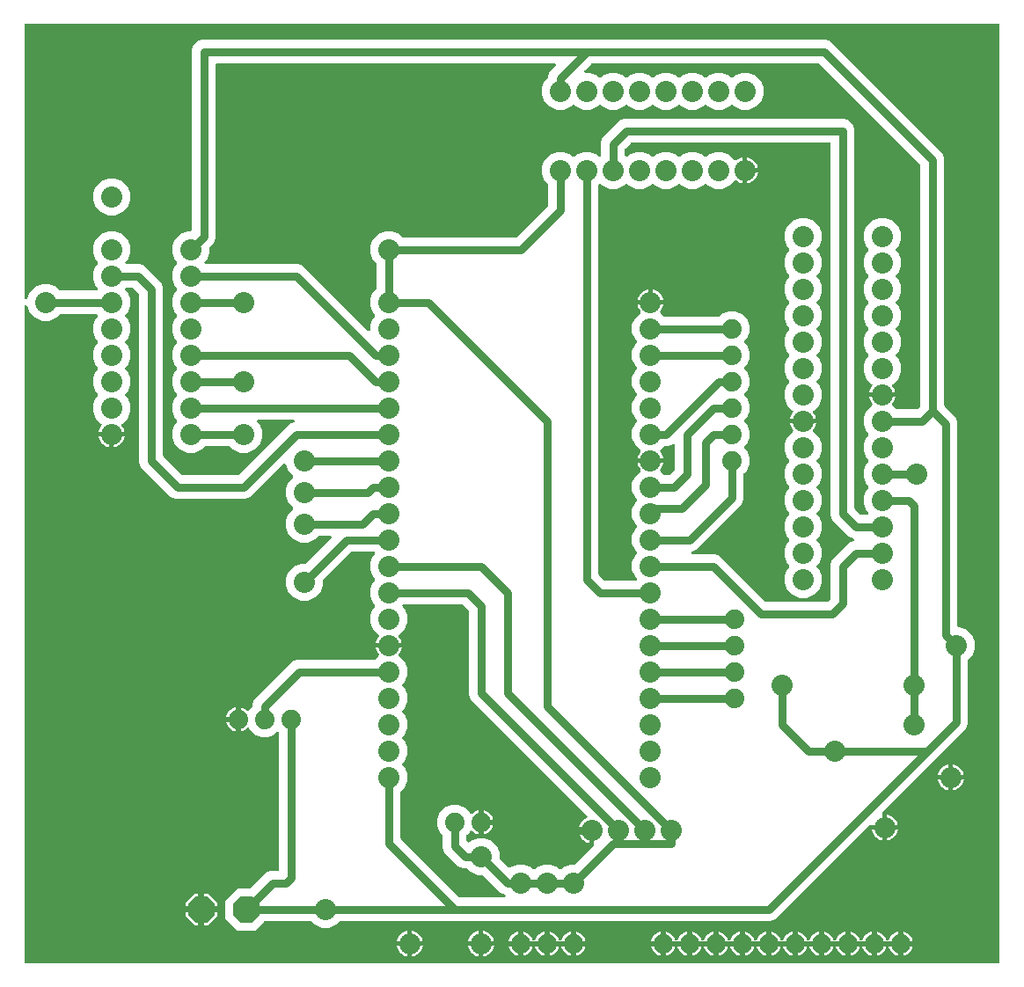
<source format=gbr>
G04 EAGLE Gerber RS-274X export*
G75*
%MOMM*%
%FSLAX34Y34*%
%LPD*%
%INBottom Copper*%
%IPPOS*%
%AMOC8*
5,1,8,0,0,1.08239X$1,22.5*%
G01*
%ADD10C,2.032000*%
%ADD11C,1.879600*%
%ADD12P,2.749271X8X22.500000*%
%ADD13C,0.762000*%
%ADD14C,0.756400*%

G36*
X993214Y11313D02*
X993214Y11313D01*
X993287Y11312D01*
X993378Y11332D01*
X993471Y11344D01*
X993541Y11370D01*
X993613Y11386D01*
X993696Y11428D01*
X993784Y11461D01*
X993845Y11503D01*
X993911Y11536D01*
X993982Y11596D01*
X994059Y11649D01*
X994109Y11704D01*
X994165Y11752D01*
X994220Y11827D01*
X994282Y11897D01*
X994317Y11962D01*
X994361Y12022D01*
X994396Y12109D01*
X994440Y12191D01*
X994459Y12263D01*
X994487Y12331D01*
X994498Y12413D01*
X994524Y12514D01*
X994525Y12618D01*
X994536Y12700D01*
X994536Y914400D01*
X994527Y914474D01*
X994528Y914547D01*
X994508Y914638D01*
X994496Y914731D01*
X994470Y914801D01*
X994454Y914873D01*
X994412Y914956D01*
X994379Y915044D01*
X994337Y915105D01*
X994304Y915171D01*
X994244Y915242D01*
X994191Y915319D01*
X994136Y915369D01*
X994088Y915425D01*
X994013Y915480D01*
X993943Y915542D01*
X993878Y915577D01*
X993818Y915621D01*
X993731Y915656D01*
X993649Y915700D01*
X993577Y915719D01*
X993509Y915747D01*
X993427Y915758D01*
X993326Y915784D01*
X993222Y915785D01*
X993140Y915796D01*
X57277Y915796D01*
X57203Y915787D01*
X57130Y915788D01*
X57039Y915768D01*
X56946Y915756D01*
X56876Y915730D01*
X56804Y915714D01*
X56721Y915672D01*
X56633Y915639D01*
X56572Y915597D01*
X56506Y915564D01*
X56435Y915504D01*
X56358Y915451D01*
X56308Y915396D01*
X56252Y915348D01*
X56197Y915273D01*
X56135Y915203D01*
X56100Y915138D01*
X56056Y915078D01*
X56021Y914991D01*
X55977Y914909D01*
X55958Y914837D01*
X55930Y914769D01*
X55919Y914687D01*
X55893Y914586D01*
X55892Y914482D01*
X55881Y914400D01*
X55881Y652128D01*
X55888Y652068D01*
X55886Y652007D01*
X55908Y651903D01*
X55921Y651796D01*
X55942Y651740D01*
X55954Y651681D01*
X56000Y651584D01*
X56038Y651484D01*
X56072Y651434D01*
X56098Y651380D01*
X56166Y651297D01*
X56226Y651208D01*
X56271Y651168D01*
X56309Y651121D01*
X56394Y651057D01*
X56474Y650985D01*
X56527Y650957D01*
X56575Y650920D01*
X56674Y650878D01*
X56768Y650827D01*
X56826Y650812D01*
X56882Y650788D01*
X56987Y650771D01*
X57091Y650744D01*
X57151Y650743D01*
X57211Y650733D01*
X57318Y650741D01*
X57424Y650739D01*
X57483Y650753D01*
X57544Y650757D01*
X57645Y650790D01*
X57750Y650814D01*
X57803Y650841D01*
X57861Y650859D01*
X57952Y650916D01*
X58048Y650963D01*
X58094Y651002D01*
X58145Y651034D01*
X58221Y651110D01*
X58302Y651179D01*
X58337Y651228D01*
X58380Y651271D01*
X58426Y651351D01*
X58498Y651450D01*
X58531Y651531D01*
X58567Y651593D01*
X61126Y657772D01*
X66128Y662774D01*
X72663Y665481D01*
X79737Y665481D01*
X86272Y662774D01*
X89506Y659540D01*
X89528Y659523D01*
X89545Y659502D01*
X89658Y659420D01*
X89768Y659334D01*
X89793Y659322D01*
X89815Y659306D01*
X89945Y659253D01*
X90072Y659196D01*
X90099Y659191D01*
X90124Y659180D01*
X90226Y659167D01*
X90400Y659134D01*
X90450Y659137D01*
X90493Y659131D01*
X125153Y659131D01*
X125272Y659145D01*
X125393Y659151D01*
X125437Y659165D01*
X125484Y659171D01*
X125597Y659213D01*
X125712Y659248D01*
X125752Y659271D01*
X125796Y659288D01*
X125896Y659356D01*
X126000Y659417D01*
X126033Y659450D01*
X126072Y659476D01*
X126152Y659565D01*
X126239Y659649D01*
X126264Y659689D01*
X126295Y659724D01*
X126352Y659830D01*
X126416Y659932D01*
X126431Y659977D01*
X126453Y660018D01*
X126483Y660135D01*
X126521Y660249D01*
X126525Y660295D01*
X126536Y660341D01*
X126538Y660461D01*
X126548Y660581D01*
X126540Y660628D01*
X126541Y660674D01*
X126514Y660792D01*
X126495Y660911D01*
X126477Y660954D01*
X126467Y661000D01*
X126413Y661107D01*
X126366Y661218D01*
X126339Y661253D01*
X126317Y661298D01*
X126202Y661432D01*
X126140Y661514D01*
X124626Y663028D01*
X121919Y669563D01*
X121919Y676637D01*
X124626Y683172D01*
X126267Y684813D01*
X126313Y684871D01*
X126366Y684922D01*
X126415Y685002D01*
X126473Y685075D01*
X126504Y685142D01*
X126543Y685205D01*
X126572Y685294D01*
X126611Y685379D01*
X126625Y685452D01*
X126648Y685522D01*
X126655Y685615D01*
X126673Y685707D01*
X126669Y685781D01*
X126675Y685854D01*
X126660Y685946D01*
X126655Y686040D01*
X126634Y686111D01*
X126622Y686184D01*
X126586Y686270D01*
X126559Y686359D01*
X126521Y686423D01*
X126493Y686491D01*
X126443Y686557D01*
X126390Y686647D01*
X126317Y686722D01*
X126267Y686787D01*
X124626Y688428D01*
X121919Y694963D01*
X121919Y702037D01*
X124626Y708572D01*
X129628Y713574D01*
X136163Y716281D01*
X143237Y716281D01*
X149772Y713574D01*
X154774Y708572D01*
X157481Y702037D01*
X157481Y694963D01*
X154774Y688428D01*
X153260Y686914D01*
X153186Y686820D01*
X153105Y686730D01*
X153083Y686689D01*
X153054Y686652D01*
X153004Y686542D01*
X152947Y686436D01*
X152935Y686391D01*
X152916Y686348D01*
X152894Y686230D01*
X152864Y686113D01*
X152863Y686066D01*
X152854Y686020D01*
X152861Y685900D01*
X152859Y685780D01*
X152869Y685734D01*
X152872Y685687D01*
X152907Y685572D01*
X152933Y685454D01*
X152954Y685413D01*
X152968Y685368D01*
X153029Y685264D01*
X153083Y685156D01*
X153113Y685121D01*
X153137Y685080D01*
X153221Y684994D01*
X153299Y684902D01*
X153337Y684875D01*
X153370Y684841D01*
X153472Y684777D01*
X153569Y684706D01*
X153613Y684689D01*
X153652Y684664D01*
X153767Y684626D01*
X153878Y684580D01*
X153921Y684575D01*
X153969Y684559D01*
X154145Y684544D01*
X154247Y684531D01*
X167374Y684531D01*
X171575Y682791D01*
X187491Y666875D01*
X189231Y662674D01*
X189231Y500613D01*
X189234Y500586D01*
X189232Y500559D01*
X189254Y500421D01*
X189271Y500282D01*
X189280Y500256D01*
X189284Y500229D01*
X189339Y500100D01*
X189388Y499970D01*
X189403Y499947D01*
X189414Y499922D01*
X189476Y499840D01*
X189576Y499694D01*
X189613Y499660D01*
X189640Y499626D01*
X207526Y481740D01*
X207547Y481723D01*
X207565Y481702D01*
X207678Y481620D01*
X207788Y481534D01*
X207813Y481522D01*
X207835Y481506D01*
X207965Y481453D01*
X208092Y481396D01*
X208119Y481391D01*
X208144Y481380D01*
X208246Y481367D01*
X208420Y481334D01*
X208470Y481337D01*
X208513Y481331D01*
X261387Y481331D01*
X261414Y481334D01*
X261441Y481332D01*
X261579Y481354D01*
X261718Y481371D01*
X261744Y481380D01*
X261771Y481384D01*
X261900Y481439D01*
X262030Y481488D01*
X262053Y481503D01*
X262078Y481514D01*
X262160Y481576D01*
X262306Y481676D01*
X262340Y481713D01*
X262374Y481740D01*
X307713Y527079D01*
X311125Y530491D01*
X314970Y532083D01*
X315022Y532113D01*
X315079Y532134D01*
X315167Y532194D01*
X315261Y532247D01*
X315305Y532288D01*
X315355Y532322D01*
X315426Y532402D01*
X315504Y532475D01*
X315537Y532525D01*
X315578Y532570D01*
X315628Y532664D01*
X315687Y532754D01*
X315707Y532811D01*
X315736Y532864D01*
X315762Y532968D01*
X315798Y533068D01*
X315804Y533128D01*
X315819Y533187D01*
X315821Y533294D01*
X315831Y533400D01*
X315823Y533460D01*
X315824Y533520D01*
X315800Y533625D01*
X315785Y533731D01*
X315763Y533787D01*
X315749Y533846D01*
X315701Y533941D01*
X315662Y534041D01*
X315627Y534090D01*
X315600Y534144D01*
X315530Y534225D01*
X315468Y534312D01*
X315423Y534352D01*
X315384Y534398D01*
X315297Y534461D01*
X315216Y534531D01*
X315162Y534558D01*
X315113Y534594D01*
X315014Y534634D01*
X314919Y534683D01*
X314860Y534697D01*
X314804Y534720D01*
X314713Y534732D01*
X314595Y534760D01*
X314507Y534760D01*
X314435Y534769D01*
X281147Y534769D01*
X281028Y534755D01*
X280907Y534749D01*
X280863Y534735D01*
X280816Y534729D01*
X280703Y534687D01*
X280588Y534652D01*
X280548Y534629D01*
X280504Y534612D01*
X280404Y534544D01*
X280300Y534483D01*
X280267Y534450D01*
X280228Y534424D01*
X280148Y534335D01*
X280061Y534251D01*
X280036Y534211D01*
X280005Y534176D01*
X279948Y534070D01*
X279884Y533968D01*
X279869Y533923D01*
X279847Y533882D01*
X279817Y533765D01*
X279779Y533651D01*
X279775Y533605D01*
X279764Y533559D01*
X279762Y533439D01*
X279752Y533319D01*
X279760Y533272D01*
X279759Y533226D01*
X279786Y533108D01*
X279805Y532989D01*
X279823Y532946D01*
X279833Y532900D01*
X279887Y532793D01*
X279934Y532682D01*
X279961Y532647D01*
X279983Y532602D01*
X280098Y532468D01*
X280160Y532386D01*
X281774Y530772D01*
X284481Y524237D01*
X284481Y517163D01*
X281774Y510628D01*
X276772Y505626D01*
X270237Y502919D01*
X263163Y502919D01*
X256628Y505626D01*
X253394Y508860D01*
X253372Y508877D01*
X253355Y508898D01*
X253242Y508980D01*
X253132Y509066D01*
X253107Y509078D01*
X253085Y509094D01*
X252955Y509147D01*
X252828Y509204D01*
X252801Y509209D01*
X252776Y509220D01*
X252674Y509233D01*
X252500Y509266D01*
X252450Y509263D01*
X252407Y509269D01*
X230193Y509269D01*
X230166Y509266D01*
X230139Y509268D01*
X230001Y509246D01*
X229862Y509229D01*
X229837Y509220D01*
X229810Y509216D01*
X229681Y509161D01*
X229550Y509112D01*
X229527Y509097D01*
X229502Y509086D01*
X229420Y509024D01*
X229274Y508924D01*
X229241Y508887D01*
X229206Y508860D01*
X225972Y505626D01*
X219437Y502919D01*
X212363Y502919D01*
X205828Y505626D01*
X200826Y510628D01*
X198119Y517163D01*
X198119Y524237D01*
X200826Y530772D01*
X202467Y532413D01*
X202513Y532471D01*
X202566Y532522D01*
X202615Y532602D01*
X202673Y532675D01*
X202704Y532742D01*
X202743Y532805D01*
X202772Y532894D01*
X202811Y532979D01*
X202825Y533051D01*
X202848Y533122D01*
X202855Y533215D01*
X202873Y533307D01*
X202869Y533381D01*
X202875Y533454D01*
X202860Y533547D01*
X202855Y533640D01*
X202834Y533711D01*
X202822Y533784D01*
X202786Y533870D01*
X202759Y533959D01*
X202721Y534023D01*
X202693Y534091D01*
X202643Y534157D01*
X202590Y534247D01*
X202517Y534321D01*
X202467Y534387D01*
X200826Y536028D01*
X198119Y542563D01*
X198119Y549637D01*
X200826Y556172D01*
X202467Y557813D01*
X202513Y557871D01*
X202566Y557922D01*
X202615Y558002D01*
X202673Y558075D01*
X202704Y558142D01*
X202743Y558205D01*
X202772Y558294D01*
X202811Y558379D01*
X202825Y558451D01*
X202848Y558522D01*
X202855Y558615D01*
X202873Y558707D01*
X202869Y558781D01*
X202875Y558854D01*
X202860Y558947D01*
X202855Y559040D01*
X202834Y559111D01*
X202822Y559184D01*
X202786Y559270D01*
X202759Y559359D01*
X202721Y559423D01*
X202693Y559491D01*
X202643Y559557D01*
X202590Y559647D01*
X202517Y559721D01*
X202467Y559787D01*
X200826Y561428D01*
X198119Y567963D01*
X198119Y575037D01*
X200826Y581572D01*
X202467Y583213D01*
X202513Y583271D01*
X202566Y583322D01*
X202615Y583402D01*
X202673Y583475D01*
X202704Y583542D01*
X202743Y583605D01*
X202772Y583694D01*
X202811Y583779D01*
X202825Y583851D01*
X202848Y583922D01*
X202855Y584015D01*
X202873Y584107D01*
X202869Y584181D01*
X202875Y584254D01*
X202860Y584347D01*
X202855Y584440D01*
X202834Y584511D01*
X202822Y584584D01*
X202786Y584670D01*
X202759Y584759D01*
X202721Y584823D01*
X202693Y584891D01*
X202643Y584957D01*
X202590Y585047D01*
X202517Y585121D01*
X202467Y585187D01*
X200826Y586828D01*
X198119Y593363D01*
X198119Y600437D01*
X200826Y606972D01*
X202467Y608613D01*
X202513Y608671D01*
X202566Y608722D01*
X202615Y608802D01*
X202673Y608875D01*
X202704Y608942D01*
X202743Y609005D01*
X202772Y609094D01*
X202811Y609179D01*
X202825Y609251D01*
X202848Y609322D01*
X202855Y609415D01*
X202873Y609507D01*
X202869Y609581D01*
X202875Y609654D01*
X202860Y609747D01*
X202855Y609840D01*
X202834Y609911D01*
X202822Y609984D01*
X202786Y610070D01*
X202759Y610159D01*
X202721Y610223D01*
X202693Y610291D01*
X202643Y610357D01*
X202590Y610447D01*
X202517Y610521D01*
X202467Y610587D01*
X200826Y612228D01*
X198119Y618763D01*
X198119Y625837D01*
X200826Y632372D01*
X202467Y634013D01*
X202513Y634071D01*
X202566Y634122D01*
X202615Y634202D01*
X202673Y634275D01*
X202704Y634342D01*
X202743Y634405D01*
X202772Y634494D01*
X202811Y634579D01*
X202825Y634651D01*
X202848Y634722D01*
X202855Y634815D01*
X202873Y634907D01*
X202869Y634981D01*
X202875Y635054D01*
X202860Y635147D01*
X202855Y635240D01*
X202834Y635311D01*
X202822Y635384D01*
X202786Y635470D01*
X202759Y635559D01*
X202721Y635623D01*
X202693Y635691D01*
X202643Y635757D01*
X202590Y635847D01*
X202517Y635921D01*
X202467Y635987D01*
X200826Y637628D01*
X198119Y644163D01*
X198119Y651237D01*
X200826Y657772D01*
X202467Y659413D01*
X202513Y659471D01*
X202566Y659522D01*
X202615Y659602D01*
X202673Y659675D01*
X202704Y659742D01*
X202743Y659805D01*
X202772Y659894D01*
X202811Y659979D01*
X202825Y660051D01*
X202848Y660122D01*
X202855Y660215D01*
X202873Y660307D01*
X202869Y660381D01*
X202875Y660454D01*
X202860Y660547D01*
X202855Y660640D01*
X202834Y660711D01*
X202822Y660784D01*
X202786Y660870D01*
X202759Y660959D01*
X202721Y661023D01*
X202693Y661091D01*
X202643Y661157D01*
X202590Y661247D01*
X202517Y661321D01*
X202467Y661387D01*
X200826Y663028D01*
X198119Y669563D01*
X198119Y676637D01*
X200826Y683172D01*
X202467Y684813D01*
X202513Y684871D01*
X202566Y684922D01*
X202615Y685002D01*
X202673Y685075D01*
X202704Y685142D01*
X202743Y685205D01*
X202772Y685294D01*
X202811Y685379D01*
X202825Y685451D01*
X202848Y685522D01*
X202855Y685615D01*
X202873Y685707D01*
X202869Y685781D01*
X202875Y685854D01*
X202860Y685947D01*
X202855Y686040D01*
X202834Y686111D01*
X202822Y686184D01*
X202786Y686270D01*
X202759Y686359D01*
X202721Y686423D01*
X202693Y686491D01*
X202643Y686557D01*
X202590Y686647D01*
X202517Y686721D01*
X202467Y686787D01*
X200826Y688428D01*
X198119Y694963D01*
X198119Y702037D01*
X200826Y708572D01*
X205828Y713574D01*
X212363Y716281D01*
X215773Y716281D01*
X215847Y716290D01*
X215920Y716289D01*
X216011Y716309D01*
X216104Y716321D01*
X216174Y716347D01*
X216246Y716363D01*
X216329Y716405D01*
X216417Y716438D01*
X216478Y716480D01*
X216544Y716513D01*
X216615Y716573D01*
X216692Y716626D01*
X216742Y716681D01*
X216798Y716729D01*
X216853Y716804D01*
X216915Y716874D01*
X216950Y716939D01*
X216994Y716999D01*
X217029Y717086D01*
X217073Y717168D01*
X217092Y717240D01*
X217120Y717308D01*
X217131Y717390D01*
X217157Y717491D01*
X217158Y717595D01*
X217169Y717677D01*
X217169Y891274D01*
X218909Y895475D01*
X222125Y898691D01*
X226326Y900431D01*
X827774Y900431D01*
X831975Y898691D01*
X939331Y791335D01*
X941071Y787134D01*
X941071Y548873D01*
X941074Y548846D01*
X941072Y548819D01*
X941094Y548681D01*
X941111Y548542D01*
X941120Y548516D01*
X941124Y548489D01*
X941165Y548393D01*
X941166Y548387D01*
X941173Y548374D01*
X941179Y548360D01*
X941228Y548230D01*
X941243Y548207D01*
X941254Y548182D01*
X941299Y548122D01*
X941316Y548089D01*
X941355Y548043D01*
X941416Y547954D01*
X941453Y547920D01*
X941480Y547886D01*
X952031Y537335D01*
X953771Y533134D01*
X953771Y336677D01*
X953780Y336603D01*
X953779Y336530D01*
X953799Y336439D01*
X953811Y336346D01*
X953837Y336276D01*
X953853Y336204D01*
X953895Y336121D01*
X953928Y336033D01*
X953970Y335972D01*
X954003Y335906D01*
X954063Y335835D01*
X954116Y335758D01*
X954171Y335708D01*
X954219Y335652D01*
X954294Y335597D01*
X954364Y335535D01*
X954429Y335500D01*
X954489Y335456D01*
X954576Y335421D01*
X954658Y335377D01*
X954730Y335358D01*
X954798Y335330D01*
X954880Y335319D01*
X954981Y335293D01*
X955085Y335292D01*
X955167Y335281D01*
X956037Y335281D01*
X962572Y332574D01*
X967574Y327572D01*
X970281Y321037D01*
X970281Y313963D01*
X967574Y307428D01*
X964340Y304194D01*
X964323Y304172D01*
X964302Y304155D01*
X964220Y304042D01*
X964134Y303932D01*
X964122Y303907D01*
X964106Y303885D01*
X964053Y303755D01*
X963996Y303628D01*
X963991Y303601D01*
X963980Y303576D01*
X963967Y303474D01*
X963934Y303300D01*
X963937Y303250D01*
X963931Y303207D01*
X963931Y241566D01*
X962191Y237365D01*
X934447Y209621D01*
X882150Y157324D01*
X882075Y157229D01*
X881995Y157140D01*
X881973Y157099D01*
X881944Y157062D01*
X881894Y156952D01*
X881837Y156846D01*
X881825Y156801D01*
X881806Y156758D01*
X881784Y156640D01*
X881753Y156523D01*
X881753Y156476D01*
X881744Y156430D01*
X881750Y156310D01*
X881749Y156190D01*
X881759Y156144D01*
X881762Y156097D01*
X881796Y155982D01*
X881823Y155864D01*
X881844Y155823D01*
X881858Y155778D01*
X881919Y155674D01*
X881973Y155566D01*
X882003Y155531D01*
X882016Y155509D01*
X882016Y144144D01*
X870649Y144144D01*
X870626Y144165D01*
X870520Y144222D01*
X870418Y144286D01*
X870373Y144301D01*
X870332Y144323D01*
X870215Y144353D01*
X870101Y144391D01*
X870055Y144395D01*
X870009Y144407D01*
X869889Y144408D01*
X869769Y144418D01*
X869722Y144411D01*
X869676Y144411D01*
X869558Y144384D01*
X869439Y144365D01*
X869396Y144347D01*
X869350Y144337D01*
X869243Y144283D01*
X869132Y144236D01*
X869097Y144210D01*
X869052Y144187D01*
X868918Y144073D01*
X868836Y144010D01*
X782047Y57221D01*
X778635Y53809D01*
X774434Y52069D01*
X359733Y52069D01*
X359706Y52066D01*
X359679Y52068D01*
X359541Y52046D01*
X359402Y52029D01*
X359377Y52020D01*
X359350Y52016D01*
X359221Y51961D01*
X359090Y51912D01*
X359067Y51897D01*
X359042Y51886D01*
X358960Y51824D01*
X358814Y51724D01*
X358781Y51687D01*
X358746Y51660D01*
X355512Y48426D01*
X348977Y45719D01*
X341903Y45719D01*
X335368Y48426D01*
X332134Y51660D01*
X332112Y51677D01*
X332095Y51698D01*
X331982Y51780D01*
X331872Y51866D01*
X331847Y51878D01*
X331825Y51894D01*
X331695Y51947D01*
X331568Y52004D01*
X331541Y52009D01*
X331516Y52020D01*
X331414Y52033D01*
X331240Y52066D01*
X331190Y52063D01*
X331147Y52069D01*
X287125Y52069D01*
X287098Y52066D01*
X287071Y52068D01*
X286933Y52046D01*
X286794Y52029D01*
X286769Y52020D01*
X286742Y52015D01*
X286613Y51961D01*
X286482Y51912D01*
X286459Y51897D01*
X286434Y51886D01*
X286352Y51824D01*
X286206Y51724D01*
X286173Y51687D01*
X286138Y51660D01*
X277657Y43179D01*
X260823Y43179D01*
X248919Y55083D01*
X248919Y71917D01*
X260823Y83821D01*
X272817Y83821D01*
X272844Y83824D01*
X272871Y83822D01*
X273009Y83844D01*
X273148Y83861D01*
X273174Y83870D01*
X273201Y83874D01*
X273330Y83929D01*
X273460Y83978D01*
X273483Y83993D01*
X273508Y84004D01*
X273590Y84066D01*
X273736Y84166D01*
X273770Y84203D01*
X273804Y84230D01*
X288165Y98591D01*
X292366Y100331D01*
X299593Y100331D01*
X299667Y100340D01*
X299740Y100339D01*
X299831Y100359D01*
X299924Y100371D01*
X299994Y100397D01*
X300066Y100413D01*
X300149Y100455D01*
X300237Y100488D01*
X300298Y100530D01*
X300364Y100563D01*
X300435Y100623D01*
X300512Y100676D01*
X300562Y100731D01*
X300618Y100779D01*
X300673Y100854D01*
X300735Y100924D01*
X300770Y100989D01*
X300814Y101049D01*
X300849Y101136D01*
X300893Y101218D01*
X300912Y101290D01*
X300940Y101358D01*
X300951Y101440D01*
X300977Y101541D01*
X300978Y101645D01*
X300989Y101727D01*
X300989Y232910D01*
X300975Y233030D01*
X300969Y233150D01*
X300955Y233195D01*
X300949Y233242D01*
X300907Y233354D01*
X300872Y233470D01*
X300849Y233510D01*
X300832Y233554D01*
X300764Y233653D01*
X300703Y233757D01*
X300670Y233791D01*
X300644Y233829D01*
X300555Y233910D01*
X300471Y233996D01*
X300431Y234021D01*
X300396Y234053D01*
X300290Y234110D01*
X300188Y234173D01*
X300143Y234188D01*
X300102Y234210D01*
X299985Y234241D01*
X299871Y234279D01*
X299825Y234282D01*
X299779Y234294D01*
X299659Y234296D01*
X299539Y234305D01*
X299492Y234298D01*
X299446Y234299D01*
X299328Y234272D01*
X299209Y234253D01*
X299166Y234235D01*
X299120Y234224D01*
X299013Y234170D01*
X298902Y234123D01*
X298867Y234097D01*
X298822Y234075D01*
X298688Y233960D01*
X298606Y233898D01*
X296660Y231952D01*
X290405Y229361D01*
X283635Y229361D01*
X277380Y231952D01*
X272592Y236740D01*
X272300Y237446D01*
X272293Y237458D01*
X272289Y237471D01*
X272211Y237603D01*
X272136Y237736D01*
X272127Y237746D01*
X272120Y237758D01*
X272013Y237869D01*
X271908Y237980D01*
X271897Y237988D01*
X271887Y237997D01*
X271758Y238079D01*
X271629Y238163D01*
X271616Y238167D01*
X271605Y238175D01*
X271460Y238223D01*
X271315Y238274D01*
X271301Y238275D01*
X271288Y238280D01*
X271136Y238292D01*
X270983Y238307D01*
X270969Y238305D01*
X270955Y238307D01*
X270805Y238282D01*
X270652Y238261D01*
X270640Y238256D01*
X270626Y238254D01*
X270485Y238195D01*
X270342Y238138D01*
X270331Y238130D01*
X270319Y238124D01*
X270248Y238070D01*
X270070Y237944D01*
X270047Y237917D01*
X270023Y237899D01*
X269398Y237274D01*
X267877Y236169D01*
X266203Y235316D01*
X264416Y234735D01*
X264159Y234695D01*
X264159Y245237D01*
X264150Y245310D01*
X264151Y245384D01*
X264131Y245475D01*
X264119Y245568D01*
X264093Y245637D01*
X264077Y245709D01*
X264035Y245793D01*
X264002Y245880D01*
X263960Y245941D01*
X263927Y246008D01*
X263867Y246079D01*
X263814Y246156D01*
X263759Y246205D01*
X263711Y246262D01*
X263636Y246316D01*
X263566Y246379D01*
X263561Y246382D01*
X263605Y246419D01*
X263682Y246472D01*
X263732Y246527D01*
X263788Y246575D01*
X263843Y246651D01*
X263905Y246720D01*
X263940Y246785D01*
X263984Y246845D01*
X264019Y246932D01*
X264063Y247014D01*
X264082Y247086D01*
X264110Y247154D01*
X264121Y247236D01*
X264147Y247337D01*
X264148Y247441D01*
X264159Y247523D01*
X264159Y258065D01*
X264416Y258025D01*
X266203Y257444D01*
X267877Y256591D01*
X269398Y255486D01*
X270023Y254861D01*
X270033Y254853D01*
X270042Y254842D01*
X270164Y254750D01*
X270285Y254655D01*
X270297Y254650D01*
X270308Y254641D01*
X270449Y254581D01*
X270589Y254517D01*
X270602Y254515D01*
X270615Y254509D01*
X270766Y254484D01*
X270917Y254456D01*
X270930Y254456D01*
X270944Y254454D01*
X271097Y254465D01*
X271250Y254473D01*
X271263Y254477D01*
X271276Y254478D01*
X271422Y254525D01*
X271569Y254569D01*
X271581Y254576D01*
X271594Y254580D01*
X271725Y254661D01*
X271857Y254739D01*
X271866Y254748D01*
X271878Y254755D01*
X271986Y254865D01*
X272096Y254971D01*
X272103Y254983D01*
X272113Y254992D01*
X272157Y255069D01*
X272273Y255254D01*
X272284Y255288D01*
X272300Y255314D01*
X272592Y256020D01*
X275180Y258608D01*
X275197Y258630D01*
X275218Y258648D01*
X275300Y258761D01*
X275386Y258871D01*
X275398Y258896D01*
X275414Y258918D01*
X275467Y259048D01*
X275524Y259175D01*
X275529Y259201D01*
X275540Y259227D01*
X275553Y259329D01*
X275586Y259502D01*
X275583Y259553D01*
X275589Y259596D01*
X275589Y261354D01*
X277329Y265555D01*
X313665Y301891D01*
X317866Y303631D01*
X392207Y303631D01*
X392234Y303634D01*
X392261Y303632D01*
X392399Y303654D01*
X392538Y303671D01*
X392563Y303680D01*
X392590Y303684D01*
X392719Y303739D01*
X392850Y303788D01*
X392873Y303803D01*
X392898Y303814D01*
X392980Y303876D01*
X393126Y303976D01*
X393159Y304013D01*
X393194Y304040D01*
X396494Y307340D01*
X396524Y307356D01*
X396576Y307405D01*
X396634Y307446D01*
X396697Y307519D01*
X396768Y307584D01*
X396807Y307644D01*
X396854Y307698D01*
X396898Y307783D01*
X396950Y307863D01*
X396974Y307931D01*
X397007Y307994D01*
X397029Y308087D01*
X397062Y308178D01*
X397069Y308249D01*
X397086Y308318D01*
X397085Y308414D01*
X397095Y308510D01*
X397085Y308581D01*
X397085Y308652D01*
X397062Y308745D01*
X397049Y308840D01*
X397022Y308907D01*
X397005Y308976D01*
X396965Y309050D01*
X396926Y309150D01*
X396867Y309233D01*
X396829Y309304D01*
X395637Y310943D01*
X394730Y312725D01*
X394112Y314626D01*
X393943Y315696D01*
X405992Y315696D01*
X406065Y315705D01*
X406139Y315704D01*
X406230Y315724D01*
X406323Y315736D01*
X406392Y315762D01*
X406464Y315778D01*
X406496Y315794D01*
X406499Y315792D01*
X406571Y315773D01*
X406639Y315745D01*
X406721Y315734D01*
X406822Y315708D01*
X406926Y315707D01*
X407008Y315696D01*
X419057Y315696D01*
X418888Y314626D01*
X418270Y312725D01*
X417363Y310943D01*
X416171Y309304D01*
X416137Y309241D01*
X416094Y309184D01*
X416056Y309096D01*
X416009Y309012D01*
X415990Y308943D01*
X415962Y308878D01*
X415946Y308783D01*
X415920Y308691D01*
X415918Y308619D01*
X415906Y308549D01*
X415913Y308453D01*
X415910Y308357D01*
X415925Y308287D01*
X415930Y308216D01*
X415960Y308125D01*
X415980Y308031D01*
X416011Y307967D01*
X416033Y307899D01*
X416083Y307817D01*
X416125Y307731D01*
X416170Y307675D01*
X416208Y307615D01*
X416276Y307547D01*
X416337Y307473D01*
X416394Y307430D01*
X416445Y307380D01*
X416494Y307351D01*
X421574Y302272D01*
X424281Y295737D01*
X424281Y288663D01*
X421574Y282128D01*
X419933Y280487D01*
X419887Y280429D01*
X419834Y280378D01*
X419785Y280298D01*
X419727Y280225D01*
X419696Y280158D01*
X419657Y280095D01*
X419628Y280006D01*
X419589Y279921D01*
X419575Y279849D01*
X419552Y279778D01*
X419545Y279685D01*
X419527Y279593D01*
X419531Y279519D01*
X419525Y279446D01*
X419540Y279353D01*
X419545Y279260D01*
X419566Y279189D01*
X419578Y279116D01*
X419614Y279030D01*
X419641Y278941D01*
X419679Y278877D01*
X419707Y278809D01*
X419757Y278743D01*
X419810Y278653D01*
X419883Y278579D01*
X419933Y278513D01*
X421574Y276872D01*
X424281Y270337D01*
X424281Y263263D01*
X421574Y256728D01*
X419933Y255087D01*
X419887Y255029D01*
X419834Y254978D01*
X419785Y254898D01*
X419727Y254825D01*
X419696Y254758D01*
X419657Y254695D01*
X419628Y254606D01*
X419589Y254521D01*
X419575Y254449D01*
X419552Y254378D01*
X419545Y254285D01*
X419527Y254193D01*
X419531Y254119D01*
X419525Y254046D01*
X419540Y253953D01*
X419545Y253860D01*
X419566Y253789D01*
X419578Y253716D01*
X419614Y253630D01*
X419641Y253541D01*
X419679Y253477D01*
X419707Y253409D01*
X419757Y253343D01*
X419810Y253253D01*
X419883Y253179D01*
X419933Y253113D01*
X421574Y251472D01*
X424281Y244937D01*
X424281Y237863D01*
X421574Y231328D01*
X419933Y229687D01*
X419887Y229629D01*
X419834Y229578D01*
X419785Y229498D01*
X419727Y229425D01*
X419696Y229358D01*
X419657Y229295D01*
X419628Y229206D01*
X419589Y229121D01*
X419575Y229049D01*
X419552Y228978D01*
X419545Y228885D01*
X419527Y228793D01*
X419531Y228719D01*
X419525Y228646D01*
X419540Y228553D01*
X419545Y228460D01*
X419566Y228389D01*
X419578Y228316D01*
X419614Y228230D01*
X419641Y228141D01*
X419679Y228077D01*
X419707Y228009D01*
X419757Y227943D01*
X419810Y227853D01*
X419883Y227779D01*
X419933Y227713D01*
X421574Y226072D01*
X424281Y219537D01*
X424281Y212463D01*
X421574Y205928D01*
X419933Y204287D01*
X419887Y204229D01*
X419834Y204178D01*
X419785Y204098D01*
X419727Y204025D01*
X419696Y203958D01*
X419657Y203895D01*
X419628Y203806D01*
X419589Y203721D01*
X419575Y203649D01*
X419552Y203578D01*
X419545Y203485D01*
X419527Y203393D01*
X419531Y203319D01*
X419525Y203246D01*
X419540Y203153D01*
X419545Y203060D01*
X419566Y202989D01*
X419578Y202916D01*
X419614Y202830D01*
X419641Y202741D01*
X419679Y202677D01*
X419707Y202609D01*
X419757Y202543D01*
X419810Y202453D01*
X419883Y202379D01*
X419933Y202313D01*
X421574Y200672D01*
X424281Y194137D01*
X424281Y187063D01*
X421574Y180528D01*
X418340Y177294D01*
X418323Y177272D01*
X418302Y177255D01*
X418220Y177142D01*
X418134Y177032D01*
X418122Y177007D01*
X418106Y176985D01*
X418053Y176855D01*
X417996Y176728D01*
X417991Y176701D01*
X417980Y176676D01*
X417967Y176574D01*
X417934Y176400D01*
X417937Y176350D01*
X417931Y176307D01*
X417931Y170539D01*
X417913Y170477D01*
X417880Y170396D01*
X417871Y170325D01*
X417847Y170240D01*
X417843Y170118D01*
X417831Y170027D01*
X417831Y132313D01*
X417834Y132286D01*
X417832Y132259D01*
X417854Y132121D01*
X417871Y131982D01*
X417880Y131956D01*
X417884Y131929D01*
X417939Y131800D01*
X417988Y131670D01*
X418003Y131647D01*
X418014Y131622D01*
X418076Y131540D01*
X418176Y131394D01*
X418213Y131360D01*
X418240Y131326D01*
X474226Y75340D01*
X474247Y75323D01*
X474265Y75302D01*
X474378Y75220D01*
X474488Y75134D01*
X474513Y75122D01*
X474535Y75106D01*
X474665Y75053D01*
X474792Y74996D01*
X474819Y74991D01*
X474844Y74980D01*
X474946Y74967D01*
X475120Y74934D01*
X475170Y74937D01*
X475213Y74931D01*
X517535Y74931D01*
X517595Y74938D01*
X517656Y74936D01*
X517760Y74958D01*
X517867Y74971D01*
X517923Y74992D01*
X517982Y75004D01*
X518079Y75050D01*
X518179Y75088D01*
X518229Y75122D01*
X518283Y75148D01*
X518366Y75216D01*
X518455Y75276D01*
X518495Y75321D01*
X518542Y75359D01*
X518606Y75444D01*
X518678Y75524D01*
X518706Y75577D01*
X518743Y75625D01*
X518785Y75724D01*
X518836Y75818D01*
X518851Y75876D01*
X518875Y75932D01*
X518892Y76037D01*
X518919Y76141D01*
X518920Y76201D01*
X518930Y76261D01*
X518922Y76368D01*
X518924Y76474D01*
X518910Y76533D01*
X518906Y76594D01*
X518873Y76695D01*
X518849Y76800D01*
X518822Y76853D01*
X518804Y76911D01*
X518748Y77002D01*
X518700Y77098D01*
X518661Y77144D01*
X518629Y77195D01*
X518553Y77271D01*
X518484Y77352D01*
X518435Y77387D01*
X518392Y77430D01*
X518312Y77476D01*
X518213Y77548D01*
X518132Y77581D01*
X518070Y77617D01*
X514225Y79209D01*
X497324Y96110D01*
X497303Y96127D01*
X497285Y96148D01*
X497172Y96230D01*
X497062Y96316D01*
X497037Y96328D01*
X497015Y96344D01*
X496885Y96397D01*
X496758Y96454D01*
X496731Y96459D01*
X496706Y96470D01*
X496604Y96483D01*
X496430Y96516D01*
X496380Y96513D01*
X496337Y96519D01*
X491763Y96519D01*
X485228Y99226D01*
X481994Y102460D01*
X481972Y102477D01*
X481955Y102498D01*
X481842Y102580D01*
X481732Y102666D01*
X481707Y102678D01*
X481685Y102694D01*
X481555Y102747D01*
X481428Y102804D01*
X481401Y102809D01*
X481376Y102820D01*
X481274Y102833D01*
X481100Y102866D01*
X481050Y102863D01*
X481007Y102869D01*
X477786Y102869D01*
X473585Y104609D01*
X460209Y117985D01*
X458469Y122186D01*
X458469Y134104D01*
X458466Y134131D01*
X458468Y134159D01*
X458446Y134297D01*
X458429Y134435D01*
X458420Y134461D01*
X458416Y134488D01*
X458361Y134617D01*
X458312Y134748D01*
X458297Y134770D01*
X458286Y134795D01*
X458224Y134877D01*
X458124Y135023D01*
X458087Y135057D01*
X458060Y135092D01*
X455472Y137680D01*
X452881Y143935D01*
X452881Y150705D01*
X455472Y156960D01*
X460260Y161748D01*
X466515Y164339D01*
X473285Y164339D01*
X479540Y161748D01*
X484328Y156960D01*
X484620Y156254D01*
X484627Y156243D01*
X484631Y156229D01*
X484709Y156097D01*
X484784Y155964D01*
X484793Y155954D01*
X484800Y155942D01*
X484907Y155832D01*
X485012Y155720D01*
X485023Y155712D01*
X485033Y155703D01*
X485162Y155621D01*
X485291Y155537D01*
X485304Y155533D01*
X485315Y155526D01*
X485461Y155477D01*
X485605Y155426D01*
X485619Y155425D01*
X485632Y155420D01*
X485784Y155408D01*
X485937Y155393D01*
X485951Y155395D01*
X485964Y155394D01*
X486116Y155418D01*
X486268Y155439D01*
X486280Y155444D01*
X486294Y155446D01*
X486436Y155506D01*
X486578Y155562D01*
X486589Y155570D01*
X486601Y155576D01*
X486673Y155630D01*
X486850Y155756D01*
X486873Y155783D01*
X486897Y155801D01*
X487523Y156426D01*
X489043Y157531D01*
X490717Y158384D01*
X492504Y158965D01*
X492761Y159005D01*
X492761Y148463D01*
X492770Y148390D01*
X492769Y148316D01*
X492789Y148225D01*
X492801Y148132D01*
X492827Y148063D01*
X492843Y147991D01*
X492885Y147907D01*
X492918Y147820D01*
X492960Y147759D01*
X492993Y147692D01*
X493053Y147621D01*
X493106Y147544D01*
X493161Y147495D01*
X493209Y147438D01*
X493284Y147384D01*
X493354Y147321D01*
X493359Y147318D01*
X493315Y147281D01*
X493238Y147228D01*
X493188Y147173D01*
X493132Y147125D01*
X493077Y147049D01*
X493015Y146980D01*
X492980Y146915D01*
X492936Y146855D01*
X492901Y146768D01*
X492857Y146686D01*
X492838Y146614D01*
X492810Y146546D01*
X492799Y146464D01*
X492773Y146363D01*
X492772Y146259D01*
X492761Y146177D01*
X492761Y135635D01*
X492504Y135675D01*
X490717Y136256D01*
X489043Y137109D01*
X487522Y138214D01*
X486897Y138839D01*
X486887Y138847D01*
X486878Y138858D01*
X486756Y138950D01*
X486635Y139045D01*
X486623Y139050D01*
X486612Y139059D01*
X486471Y139119D01*
X486331Y139183D01*
X486318Y139185D01*
X486305Y139191D01*
X486154Y139216D01*
X486003Y139244D01*
X485990Y139244D01*
X485976Y139246D01*
X485823Y139235D01*
X485670Y139227D01*
X485657Y139223D01*
X485644Y139222D01*
X485498Y139175D01*
X485351Y139131D01*
X485339Y139124D01*
X485326Y139120D01*
X485195Y139039D01*
X485063Y138961D01*
X485054Y138952D01*
X485042Y138945D01*
X484934Y138835D01*
X484824Y138729D01*
X484817Y138717D01*
X484807Y138708D01*
X484763Y138631D01*
X484647Y138446D01*
X484636Y138412D01*
X484620Y138386D01*
X484328Y137680D01*
X481740Y135092D01*
X481723Y135070D01*
X481702Y135052D01*
X481620Y134939D01*
X481534Y134829D01*
X481522Y134804D01*
X481506Y134782D01*
X481453Y134652D01*
X481396Y134525D01*
X481391Y134499D01*
X481380Y134473D01*
X481367Y134371D01*
X481334Y134198D01*
X481337Y134147D01*
X481331Y134104D01*
X481331Y129773D01*
X481334Y129746D01*
X481332Y129719D01*
X481354Y129581D01*
X481371Y129442D01*
X481380Y129416D01*
X481384Y129389D01*
X481439Y129260D01*
X481488Y129130D01*
X481503Y129107D01*
X481514Y129082D01*
X481576Y129000D01*
X481676Y128854D01*
X481713Y128820D01*
X481740Y128786D01*
X482203Y128323D01*
X482261Y128277D01*
X482312Y128224D01*
X482391Y128175D01*
X482465Y128117D01*
X482532Y128086D01*
X482595Y128047D01*
X482684Y128018D01*
X482769Y127979D01*
X482841Y127965D01*
X482912Y127942D01*
X483005Y127934D01*
X483097Y127917D01*
X483170Y127921D01*
X483244Y127915D01*
X483336Y127930D01*
X483430Y127935D01*
X483501Y127956D01*
X483574Y127968D01*
X483660Y128004D01*
X483749Y128031D01*
X483813Y128068D01*
X483881Y128097D01*
X483947Y128147D01*
X484037Y128200D01*
X484112Y128273D01*
X484177Y128323D01*
X485228Y129374D01*
X491763Y132081D01*
X498837Y132081D01*
X505372Y129374D01*
X510374Y124372D01*
X513081Y117837D01*
X513081Y113263D01*
X513084Y113236D01*
X513082Y113209D01*
X513104Y113071D01*
X513121Y112932D01*
X513130Y112906D01*
X513134Y112879D01*
X513189Y112750D01*
X513238Y112620D01*
X513253Y112597D01*
X513264Y112572D01*
X513326Y112490D01*
X513342Y112467D01*
X513346Y112459D01*
X513353Y112451D01*
X513426Y112344D01*
X513463Y112310D01*
X513490Y112276D01*
X521582Y104183D01*
X521687Y104101D01*
X521789Y104013D01*
X521818Y103998D01*
X521844Y103977D01*
X521966Y103922D01*
X522086Y103861D01*
X522118Y103853D01*
X522148Y103840D01*
X522279Y103815D01*
X522410Y103784D01*
X522443Y103784D01*
X522476Y103778D01*
X522610Y103785D01*
X522744Y103785D01*
X522774Y103793D01*
X522809Y103795D01*
X523018Y103858D01*
X523104Y103881D01*
X529863Y106681D01*
X536937Y106681D01*
X543472Y103974D01*
X545113Y102333D01*
X545171Y102287D01*
X545222Y102234D01*
X545302Y102185D01*
X545375Y102127D01*
X545442Y102096D01*
X545505Y102057D01*
X545594Y102028D01*
X545679Y101989D01*
X545752Y101975D01*
X545822Y101952D01*
X545915Y101945D01*
X546007Y101927D01*
X546081Y101931D01*
X546154Y101925D01*
X546246Y101940D01*
X546340Y101945D01*
X546411Y101966D01*
X546484Y101978D01*
X546570Y102014D01*
X546659Y102041D01*
X546723Y102079D01*
X546791Y102107D01*
X546857Y102157D01*
X546947Y102210D01*
X547022Y102283D01*
X547087Y102333D01*
X548728Y103974D01*
X555263Y106681D01*
X562337Y106681D01*
X568872Y103974D01*
X570513Y102333D01*
X570571Y102287D01*
X570622Y102234D01*
X570702Y102185D01*
X570775Y102127D01*
X570842Y102096D01*
X570905Y102057D01*
X570994Y102028D01*
X571079Y101989D01*
X571152Y101975D01*
X571222Y101952D01*
X571315Y101945D01*
X571407Y101927D01*
X571481Y101931D01*
X571554Y101925D01*
X571646Y101940D01*
X571740Y101945D01*
X571811Y101966D01*
X571884Y101978D01*
X571970Y102014D01*
X572059Y102041D01*
X572123Y102079D01*
X572191Y102107D01*
X572257Y102157D01*
X572347Y102210D01*
X572422Y102283D01*
X572487Y102333D01*
X574128Y103974D01*
X580663Y106681D01*
X585237Y106681D01*
X585264Y106684D01*
X585291Y106682D01*
X585429Y106704D01*
X585568Y106721D01*
X585594Y106730D01*
X585621Y106734D01*
X585750Y106789D01*
X585880Y106838D01*
X585903Y106853D01*
X585928Y106864D01*
X586010Y106926D01*
X586156Y107026D01*
X586190Y107063D01*
X586224Y107090D01*
X603750Y124616D01*
X603825Y124711D01*
X603905Y124800D01*
X603927Y124841D01*
X603956Y124878D01*
X604006Y124988D01*
X604063Y125094D01*
X604075Y125139D01*
X604094Y125182D01*
X604116Y125300D01*
X604147Y125417D01*
X604147Y125464D01*
X604156Y125510D01*
X604150Y125630D01*
X604151Y125750D01*
X604141Y125796D01*
X604138Y125843D01*
X604104Y125958D01*
X604077Y126076D01*
X604056Y126117D01*
X604042Y126162D01*
X603981Y126266D01*
X603927Y126374D01*
X603897Y126409D01*
X603884Y126431D01*
X603884Y139192D01*
X603875Y139265D01*
X603876Y139339D01*
X603856Y139430D01*
X603844Y139523D01*
X603818Y139592D01*
X603802Y139664D01*
X603760Y139748D01*
X603727Y139835D01*
X603685Y139896D01*
X603652Y139963D01*
X603592Y140034D01*
X603539Y140111D01*
X603484Y140160D01*
X603436Y140217D01*
X603361Y140271D01*
X603291Y140334D01*
X603226Y140369D01*
X603166Y140412D01*
X603079Y140448D01*
X602997Y140492D01*
X602925Y140510D01*
X602857Y140538D01*
X602827Y140542D01*
X602802Y140609D01*
X602786Y140681D01*
X602744Y140764D01*
X602711Y140852D01*
X602669Y140913D01*
X602636Y140979D01*
X602576Y141050D01*
X602523Y141127D01*
X602468Y141177D01*
X602420Y141233D01*
X602344Y141288D01*
X602275Y141350D01*
X602210Y141385D01*
X602150Y141429D01*
X602063Y141464D01*
X601981Y141508D01*
X601909Y141527D01*
X601841Y141555D01*
X601759Y141566D01*
X601658Y141592D01*
X601554Y141593D01*
X601472Y141604D01*
X589423Y141604D01*
X589592Y142674D01*
X590210Y144575D01*
X591117Y146357D01*
X592292Y147974D01*
X593706Y149388D01*
X595323Y150563D01*
X596942Y151387D01*
X597047Y151457D01*
X597155Y151521D01*
X597185Y151550D01*
X597219Y151573D01*
X597304Y151666D01*
X597394Y151754D01*
X597416Y151789D01*
X597444Y151820D01*
X597505Y151930D01*
X597572Y152037D01*
X597585Y152076D01*
X597604Y152112D01*
X597637Y152234D01*
X597677Y152353D01*
X597680Y152395D01*
X597691Y152435D01*
X597693Y152560D01*
X597704Y152686D01*
X597697Y152727D01*
X597698Y152768D01*
X597671Y152891D01*
X597651Y153015D01*
X597635Y153053D01*
X597626Y153094D01*
X597570Y153207D01*
X597521Y153323D01*
X597498Y153353D01*
X597479Y153393D01*
X597357Y153539D01*
X597296Y153619D01*
X485609Y265305D01*
X483869Y269506D01*
X483869Y350287D01*
X483866Y350314D01*
X483868Y350341D01*
X483846Y350479D01*
X483829Y350618D01*
X483820Y350644D01*
X483816Y350671D01*
X483761Y350800D01*
X483712Y350930D01*
X483697Y350953D01*
X483686Y350978D01*
X483624Y351060D01*
X483524Y351206D01*
X483487Y351240D01*
X483460Y351274D01*
X478174Y356560D01*
X478153Y356577D01*
X478135Y356598D01*
X478022Y356680D01*
X477912Y356766D01*
X477887Y356778D01*
X477865Y356794D01*
X477735Y356847D01*
X477608Y356904D01*
X477581Y356909D01*
X477556Y356920D01*
X477454Y356933D01*
X477280Y356966D01*
X477230Y356963D01*
X477187Y356969D01*
X421047Y356969D01*
X420928Y356955D01*
X420807Y356949D01*
X420763Y356935D01*
X420716Y356929D01*
X420603Y356887D01*
X420488Y356852D01*
X420448Y356829D01*
X420404Y356812D01*
X420304Y356744D01*
X420200Y356683D01*
X420167Y356650D01*
X420128Y356624D01*
X420048Y356535D01*
X419961Y356451D01*
X419936Y356411D01*
X419905Y356376D01*
X419848Y356270D01*
X419784Y356168D01*
X419769Y356123D01*
X419747Y356082D01*
X419717Y355965D01*
X419679Y355851D01*
X419675Y355805D01*
X419664Y355759D01*
X419662Y355639D01*
X419652Y355519D01*
X419660Y355472D01*
X419659Y355426D01*
X419686Y355308D01*
X419705Y355189D01*
X419723Y355146D01*
X419733Y355100D01*
X419787Y354993D01*
X419834Y354882D01*
X419861Y354847D01*
X419883Y354802D01*
X419998Y354668D01*
X420060Y354586D01*
X421574Y353072D01*
X424281Y346537D01*
X424281Y339463D01*
X421574Y332928D01*
X416506Y327860D01*
X416476Y327844D01*
X416424Y327795D01*
X416366Y327754D01*
X416303Y327681D01*
X416232Y327616D01*
X416193Y327556D01*
X416146Y327502D01*
X416102Y327417D01*
X416050Y327337D01*
X416026Y327269D01*
X415993Y327206D01*
X415971Y327113D01*
X415938Y327022D01*
X415931Y326951D01*
X415914Y326882D01*
X415915Y326786D01*
X415905Y326690D01*
X415915Y326619D01*
X415915Y326548D01*
X415938Y326455D01*
X415951Y326360D01*
X415978Y326293D01*
X415995Y326224D01*
X416035Y326150D01*
X416074Y326050D01*
X416133Y325967D01*
X416171Y325896D01*
X417363Y324257D01*
X418270Y322475D01*
X418888Y320574D01*
X419057Y319504D01*
X407008Y319504D01*
X406935Y319495D01*
X406861Y319496D01*
X406770Y319476D01*
X406677Y319464D01*
X406608Y319438D01*
X406536Y319422D01*
X406504Y319406D01*
X406501Y319408D01*
X406429Y319427D01*
X406361Y319455D01*
X406279Y319466D01*
X406178Y319492D01*
X406074Y319493D01*
X405992Y319504D01*
X393943Y319504D01*
X394112Y320574D01*
X394730Y322475D01*
X395637Y324257D01*
X396829Y325896D01*
X396863Y325959D01*
X396906Y326016D01*
X396944Y326104D01*
X396991Y326188D01*
X397010Y326257D01*
X397038Y326322D01*
X397054Y326417D01*
X397080Y326509D01*
X397082Y326581D01*
X397094Y326651D01*
X397087Y326747D01*
X397090Y326843D01*
X397075Y326913D01*
X397070Y326984D01*
X397040Y327075D01*
X397020Y327169D01*
X396989Y327233D01*
X396967Y327301D01*
X396917Y327383D01*
X396875Y327469D01*
X396830Y327525D01*
X396792Y327585D01*
X396724Y327653D01*
X396663Y327727D01*
X396606Y327770D01*
X396555Y327820D01*
X396506Y327849D01*
X391426Y332928D01*
X388719Y339463D01*
X388719Y346537D01*
X391426Y353072D01*
X393067Y354713D01*
X393113Y354771D01*
X393166Y354822D01*
X393215Y354902D01*
X393273Y354975D01*
X393304Y355042D01*
X393343Y355105D01*
X393372Y355194D01*
X393411Y355279D01*
X393425Y355352D01*
X393448Y355422D01*
X393455Y355515D01*
X393473Y355607D01*
X393469Y355681D01*
X393475Y355754D01*
X393460Y355846D01*
X393455Y355940D01*
X393434Y356011D01*
X393422Y356084D01*
X393386Y356170D01*
X393359Y356259D01*
X393321Y356323D01*
X393293Y356391D01*
X393243Y356457D01*
X393190Y356547D01*
X393117Y356622D01*
X393067Y356687D01*
X391426Y358328D01*
X388719Y364863D01*
X388719Y371937D01*
X391426Y378472D01*
X393067Y380113D01*
X393113Y380171D01*
X393166Y380222D01*
X393215Y380302D01*
X393273Y380375D01*
X393304Y380442D01*
X393343Y380505D01*
X393372Y380594D01*
X393411Y380679D01*
X393425Y380752D01*
X393448Y380822D01*
X393455Y380915D01*
X393473Y381007D01*
X393469Y381081D01*
X393475Y381154D01*
X393460Y381246D01*
X393455Y381340D01*
X393434Y381411D01*
X393422Y381484D01*
X393386Y381570D01*
X393359Y381659D01*
X393321Y381723D01*
X393293Y381791D01*
X393243Y381857D01*
X393190Y381947D01*
X393117Y382022D01*
X393067Y382087D01*
X391426Y383728D01*
X388719Y390263D01*
X388719Y397337D01*
X391426Y403872D01*
X392940Y405386D01*
X393014Y405480D01*
X393095Y405570D01*
X393117Y405611D01*
X393146Y405648D01*
X393196Y405758D01*
X393253Y405864D01*
X393265Y405909D01*
X393284Y405952D01*
X393306Y406070D01*
X393336Y406187D01*
X393337Y406234D01*
X393346Y406280D01*
X393339Y406400D01*
X393341Y406520D01*
X393331Y406566D01*
X393328Y406613D01*
X393293Y406728D01*
X393267Y406846D01*
X393246Y406887D01*
X393232Y406932D01*
X393171Y407036D01*
X393117Y407144D01*
X393087Y407179D01*
X393063Y407220D01*
X392979Y407306D01*
X392901Y407398D01*
X392863Y407425D01*
X392830Y407459D01*
X392728Y407523D01*
X392631Y407594D01*
X392587Y407611D01*
X392548Y407636D01*
X392433Y407674D01*
X392322Y407720D01*
X392279Y407725D01*
X392231Y407741D01*
X392055Y407756D01*
X391953Y407769D01*
X371173Y407769D01*
X371146Y407766D01*
X371119Y407768D01*
X370981Y407746D01*
X370842Y407729D01*
X370816Y407720D01*
X370789Y407716D01*
X370660Y407661D01*
X370530Y407612D01*
X370507Y407597D01*
X370482Y407586D01*
X370400Y407524D01*
X370254Y407424D01*
X370220Y407387D01*
X370186Y407360D01*
X343310Y380484D01*
X343293Y380463D01*
X343272Y380445D01*
X343190Y380332D01*
X343104Y380222D01*
X343092Y380197D01*
X343076Y380175D01*
X343023Y380045D01*
X342966Y379918D01*
X342961Y379891D01*
X342950Y379866D01*
X342937Y379764D01*
X342904Y379590D01*
X342907Y379540D01*
X342901Y379497D01*
X342901Y374923D01*
X340194Y368388D01*
X335192Y363386D01*
X328657Y360679D01*
X321583Y360679D01*
X315048Y363386D01*
X310046Y368388D01*
X307339Y374923D01*
X307339Y381997D01*
X310046Y388532D01*
X315048Y393534D01*
X321583Y396241D01*
X326157Y396241D01*
X326184Y396244D01*
X326211Y396242D01*
X326349Y396264D01*
X326488Y396281D01*
X326514Y396290D01*
X326541Y396294D01*
X326670Y396349D01*
X326800Y396398D01*
X326823Y396413D01*
X326848Y396424D01*
X326930Y396486D01*
X327076Y396586D01*
X327110Y396623D01*
X327144Y396650D01*
X351020Y420526D01*
X351095Y420621D01*
X351175Y420710D01*
X351197Y420751D01*
X351226Y420788D01*
X351276Y420898D01*
X351333Y421004D01*
X351345Y421049D01*
X351364Y421092D01*
X351386Y421210D01*
X351417Y421327D01*
X351417Y421374D01*
X351426Y421420D01*
X351420Y421540D01*
X351421Y421660D01*
X351411Y421706D01*
X351408Y421753D01*
X351374Y421868D01*
X351347Y421986D01*
X351326Y422027D01*
X351312Y422072D01*
X351251Y422176D01*
X351197Y422284D01*
X351167Y422319D01*
X351143Y422360D01*
X351059Y422446D01*
X350981Y422538D01*
X350943Y422565D01*
X350910Y422599D01*
X350808Y422663D01*
X350711Y422734D01*
X350667Y422751D01*
X350628Y422776D01*
X350513Y422814D01*
X350402Y422860D01*
X350359Y422865D01*
X350311Y422881D01*
X350135Y422896D01*
X350033Y422909D01*
X339413Y422909D01*
X339386Y422906D01*
X339359Y422908D01*
X339221Y422886D01*
X339082Y422869D01*
X339056Y422860D01*
X339030Y422855D01*
X338901Y422801D01*
X338770Y422752D01*
X338747Y422737D01*
X338722Y422726D01*
X338640Y422664D01*
X338494Y422564D01*
X338460Y422527D01*
X338426Y422500D01*
X335192Y419266D01*
X328657Y416559D01*
X321583Y416559D01*
X315048Y419266D01*
X310046Y424268D01*
X307339Y430803D01*
X307339Y437877D01*
X310046Y444412D01*
X314227Y448593D01*
X314273Y448651D01*
X314326Y448702D01*
X314375Y448782D01*
X314433Y448855D01*
X314464Y448922D01*
X314503Y448985D01*
X314532Y449074D01*
X314571Y449159D01*
X314585Y449232D01*
X314608Y449302D01*
X314615Y449395D01*
X314633Y449487D01*
X314629Y449561D01*
X314635Y449634D01*
X314620Y449726D01*
X314615Y449820D01*
X314594Y449891D01*
X314582Y449964D01*
X314546Y450050D01*
X314519Y450139D01*
X314481Y450203D01*
X314453Y450271D01*
X314403Y450337D01*
X314350Y450427D01*
X314277Y450502D01*
X314227Y450567D01*
X310046Y454748D01*
X307339Y461283D01*
X307339Y468357D01*
X310046Y474892D01*
X314227Y479073D01*
X314273Y479131D01*
X314326Y479182D01*
X314375Y479262D01*
X314433Y479335D01*
X314464Y479402D01*
X314503Y479465D01*
X314532Y479554D01*
X314571Y479639D01*
X314585Y479711D01*
X314608Y479782D01*
X314615Y479875D01*
X314633Y479967D01*
X314629Y480041D01*
X314635Y480114D01*
X314620Y480207D01*
X314615Y480300D01*
X314594Y480371D01*
X314582Y480444D01*
X314546Y480530D01*
X314519Y480619D01*
X314481Y480683D01*
X314453Y480751D01*
X314403Y480817D01*
X314350Y480907D01*
X314277Y480982D01*
X314227Y481047D01*
X310046Y485228D01*
X307374Y491679D01*
X307368Y491690D01*
X307364Y491704D01*
X307286Y491836D01*
X307211Y491969D01*
X307201Y491979D01*
X307194Y491991D01*
X307088Y492101D01*
X306983Y492213D01*
X306971Y492220D01*
X306962Y492230D01*
X306832Y492312D01*
X306704Y492396D01*
X306691Y492400D01*
X306679Y492407D01*
X306534Y492456D01*
X306389Y492507D01*
X306375Y492508D01*
X306363Y492513D01*
X306211Y492525D01*
X306057Y492540D01*
X306044Y492538D01*
X306030Y492539D01*
X305879Y492515D01*
X305727Y492494D01*
X305714Y492489D01*
X305701Y492487D01*
X305559Y492427D01*
X305417Y492371D01*
X305406Y492363D01*
X305393Y492357D01*
X305322Y492303D01*
X305145Y492177D01*
X305122Y492150D01*
X305097Y492132D01*
X276587Y463621D01*
X273175Y460209D01*
X268974Y458469D01*
X200926Y458469D01*
X196725Y460209D01*
X168109Y488825D01*
X166369Y493026D01*
X166369Y655087D01*
X166366Y655114D01*
X166368Y655141D01*
X166346Y655279D01*
X166329Y655418D01*
X166320Y655444D01*
X166316Y655471D01*
X166261Y655600D01*
X166212Y655730D01*
X166197Y655753D01*
X166186Y655778D01*
X166124Y655860D01*
X166024Y656006D01*
X165987Y656040D01*
X165960Y656074D01*
X160774Y661260D01*
X160753Y661277D01*
X160735Y661298D01*
X160622Y661380D01*
X160512Y661466D01*
X160487Y661478D01*
X160465Y661494D01*
X160335Y661547D01*
X160208Y661604D01*
X160181Y661609D01*
X160156Y661620D01*
X160054Y661633D01*
X159880Y661666D01*
X159830Y661663D01*
X159787Y661669D01*
X154247Y661669D01*
X154128Y661655D01*
X154007Y661649D01*
X153963Y661635D01*
X153916Y661629D01*
X153803Y661587D01*
X153688Y661552D01*
X153648Y661529D01*
X153604Y661512D01*
X153504Y661444D01*
X153400Y661383D01*
X153367Y661350D01*
X153328Y661324D01*
X153248Y661235D01*
X153161Y661151D01*
X153136Y661111D01*
X153105Y661076D01*
X153048Y660970D01*
X152984Y660868D01*
X152969Y660823D01*
X152947Y660782D01*
X152917Y660665D01*
X152879Y660551D01*
X152875Y660505D01*
X152864Y660459D01*
X152862Y660339D01*
X152852Y660219D01*
X152860Y660172D01*
X152859Y660126D01*
X152886Y660008D01*
X152905Y659889D01*
X152923Y659846D01*
X152933Y659800D01*
X152987Y659693D01*
X153034Y659582D01*
X153061Y659547D01*
X153083Y659502D01*
X153198Y659368D01*
X153260Y659286D01*
X154774Y657772D01*
X157481Y651237D01*
X157481Y644163D01*
X154774Y637628D01*
X153133Y635987D01*
X153087Y635929D01*
X153034Y635878D01*
X152985Y635798D01*
X152927Y635725D01*
X152896Y635658D01*
X152857Y635595D01*
X152828Y635506D01*
X152789Y635421D01*
X152775Y635349D01*
X152752Y635278D01*
X152745Y635185D01*
X152727Y635093D01*
X152731Y635019D01*
X152725Y634946D01*
X152740Y634853D01*
X152745Y634760D01*
X152766Y634689D01*
X152778Y634616D01*
X152814Y634530D01*
X152841Y634441D01*
X152879Y634377D01*
X152907Y634309D01*
X152957Y634243D01*
X153010Y634153D01*
X153083Y634079D01*
X153133Y634013D01*
X154774Y632372D01*
X157481Y625837D01*
X157481Y618763D01*
X154774Y612228D01*
X153133Y610587D01*
X153087Y610529D01*
X153034Y610478D01*
X152985Y610398D01*
X152927Y610325D01*
X152896Y610258D01*
X152857Y610195D01*
X152828Y610106D01*
X152789Y610021D01*
X152775Y609949D01*
X152752Y609878D01*
X152745Y609785D01*
X152727Y609693D01*
X152731Y609619D01*
X152725Y609546D01*
X152740Y609453D01*
X152745Y609360D01*
X152766Y609289D01*
X152778Y609216D01*
X152814Y609130D01*
X152841Y609041D01*
X152879Y608977D01*
X152907Y608909D01*
X152957Y608843D01*
X153010Y608753D01*
X153083Y608679D01*
X153133Y608613D01*
X154774Y606972D01*
X157481Y600437D01*
X157481Y593363D01*
X154774Y586828D01*
X153133Y585187D01*
X153087Y585129D01*
X153034Y585078D01*
X152985Y584998D01*
X152927Y584925D01*
X152896Y584858D01*
X152857Y584795D01*
X152828Y584706D01*
X152789Y584621D01*
X152775Y584548D01*
X152752Y584478D01*
X152745Y584385D01*
X152727Y584293D01*
X152731Y584219D01*
X152725Y584146D01*
X152740Y584054D01*
X152745Y583960D01*
X152766Y583889D01*
X152778Y583816D01*
X152814Y583730D01*
X152841Y583641D01*
X152879Y583577D01*
X152907Y583509D01*
X152957Y583443D01*
X153010Y583353D01*
X153083Y583278D01*
X153133Y583213D01*
X154774Y581572D01*
X157481Y575037D01*
X157481Y567963D01*
X154774Y561428D01*
X153133Y559787D01*
X153087Y559729D01*
X153034Y559678D01*
X152985Y559598D01*
X152927Y559525D01*
X152896Y559458D01*
X152857Y559395D01*
X152828Y559306D01*
X152789Y559221D01*
X152775Y559148D01*
X152752Y559078D01*
X152745Y558985D01*
X152727Y558893D01*
X152731Y558819D01*
X152725Y558746D01*
X152740Y558654D01*
X152745Y558560D01*
X152766Y558489D01*
X152778Y558416D01*
X152814Y558330D01*
X152841Y558241D01*
X152879Y558177D01*
X152907Y558109D01*
X152957Y558043D01*
X153010Y557953D01*
X153083Y557878D01*
X153133Y557813D01*
X154774Y556172D01*
X157481Y549637D01*
X157481Y542563D01*
X154774Y536028D01*
X149706Y530960D01*
X149676Y530944D01*
X149624Y530895D01*
X149566Y530854D01*
X149503Y530781D01*
X149432Y530716D01*
X149393Y530656D01*
X149346Y530602D01*
X149302Y530517D01*
X149250Y530437D01*
X149226Y530369D01*
X149193Y530306D01*
X149171Y530213D01*
X149138Y530122D01*
X149131Y530051D01*
X149114Y529982D01*
X149115Y529886D01*
X149105Y529790D01*
X149115Y529719D01*
X149115Y529648D01*
X149138Y529555D01*
X149151Y529460D01*
X149178Y529393D01*
X149195Y529324D01*
X149235Y529250D01*
X149274Y529150D01*
X149333Y529067D01*
X149371Y528996D01*
X150563Y527357D01*
X151470Y525575D01*
X152088Y523674D01*
X152257Y522604D01*
X140208Y522604D01*
X140135Y522595D01*
X140061Y522596D01*
X139970Y522576D01*
X139877Y522564D01*
X139808Y522538D01*
X139736Y522522D01*
X139704Y522506D01*
X139701Y522508D01*
X139629Y522527D01*
X139561Y522555D01*
X139479Y522566D01*
X139378Y522592D01*
X139274Y522593D01*
X139192Y522604D01*
X127143Y522604D01*
X127312Y523674D01*
X127930Y525575D01*
X128837Y527357D01*
X130029Y528996D01*
X130063Y529059D01*
X130106Y529116D01*
X130144Y529204D01*
X130191Y529288D01*
X130210Y529357D01*
X130238Y529422D01*
X130254Y529517D01*
X130280Y529609D01*
X130282Y529681D01*
X130294Y529751D01*
X130287Y529847D01*
X130290Y529943D01*
X130275Y530013D01*
X130270Y530084D01*
X130240Y530175D01*
X130220Y530269D01*
X130189Y530333D01*
X130167Y530401D01*
X130117Y530483D01*
X130075Y530569D01*
X130030Y530625D01*
X129992Y530685D01*
X129924Y530753D01*
X129863Y530827D01*
X129806Y530870D01*
X129755Y530920D01*
X129706Y530949D01*
X124626Y536028D01*
X121919Y542563D01*
X121919Y549637D01*
X124626Y556172D01*
X126267Y557813D01*
X126313Y557871D01*
X126366Y557922D01*
X126415Y558002D01*
X126473Y558075D01*
X126504Y558142D01*
X126543Y558205D01*
X126572Y558294D01*
X126611Y558379D01*
X126625Y558451D01*
X126648Y558522D01*
X126655Y558615D01*
X126673Y558707D01*
X126669Y558781D01*
X126675Y558854D01*
X126660Y558947D01*
X126655Y559040D01*
X126634Y559111D01*
X126622Y559184D01*
X126586Y559270D01*
X126559Y559359D01*
X126521Y559423D01*
X126493Y559491D01*
X126443Y559557D01*
X126390Y559647D01*
X126317Y559721D01*
X126267Y559787D01*
X124626Y561428D01*
X121919Y567963D01*
X121919Y575037D01*
X124626Y581572D01*
X126267Y583213D01*
X126313Y583271D01*
X126366Y583322D01*
X126415Y583402D01*
X126473Y583475D01*
X126504Y583542D01*
X126543Y583605D01*
X126572Y583694D01*
X126611Y583779D01*
X126625Y583851D01*
X126648Y583922D01*
X126655Y584015D01*
X126673Y584107D01*
X126669Y584181D01*
X126675Y584254D01*
X126660Y584347D01*
X126655Y584440D01*
X126634Y584511D01*
X126622Y584584D01*
X126586Y584670D01*
X126559Y584759D01*
X126521Y584823D01*
X126493Y584891D01*
X126443Y584957D01*
X126390Y585047D01*
X126317Y585121D01*
X126267Y585187D01*
X124626Y586828D01*
X121919Y593363D01*
X121919Y600437D01*
X124626Y606972D01*
X126267Y608613D01*
X126313Y608671D01*
X126366Y608722D01*
X126415Y608802D01*
X126473Y608875D01*
X126504Y608942D01*
X126543Y609005D01*
X126572Y609094D01*
X126611Y609179D01*
X126625Y609252D01*
X126648Y609322D01*
X126655Y609415D01*
X126673Y609507D01*
X126669Y609581D01*
X126675Y609654D01*
X126660Y609746D01*
X126655Y609840D01*
X126634Y609911D01*
X126622Y609984D01*
X126586Y610070D01*
X126559Y610159D01*
X126521Y610223D01*
X126493Y610291D01*
X126443Y610357D01*
X126390Y610447D01*
X126317Y610522D01*
X126267Y610587D01*
X124626Y612228D01*
X121919Y618763D01*
X121919Y625837D01*
X124626Y632372D01*
X126140Y633886D01*
X126214Y633980D01*
X126295Y634070D01*
X126317Y634111D01*
X126346Y634148D01*
X126396Y634258D01*
X126453Y634364D01*
X126465Y634409D01*
X126484Y634452D01*
X126506Y634570D01*
X126536Y634687D01*
X126537Y634734D01*
X126546Y634780D01*
X126539Y634900D01*
X126541Y635020D01*
X126531Y635066D01*
X126528Y635113D01*
X126493Y635228D01*
X126467Y635346D01*
X126446Y635387D01*
X126432Y635432D01*
X126371Y635536D01*
X126317Y635644D01*
X126287Y635679D01*
X126263Y635720D01*
X126179Y635806D01*
X126101Y635898D01*
X126063Y635925D01*
X126030Y635959D01*
X125928Y636023D01*
X125831Y636094D01*
X125787Y636111D01*
X125748Y636136D01*
X125633Y636174D01*
X125522Y636220D01*
X125479Y636225D01*
X125431Y636241D01*
X125255Y636256D01*
X125153Y636269D01*
X90493Y636269D01*
X90466Y636266D01*
X90439Y636268D01*
X90301Y636246D01*
X90162Y636229D01*
X90137Y636220D01*
X90110Y636216D01*
X89981Y636161D01*
X89850Y636112D01*
X89827Y636097D01*
X89802Y636086D01*
X89720Y636024D01*
X89574Y635924D01*
X89541Y635887D01*
X89506Y635860D01*
X86272Y632626D01*
X79737Y629919D01*
X72663Y629919D01*
X66128Y632626D01*
X61126Y637628D01*
X58567Y643807D01*
X58537Y643859D01*
X58516Y643916D01*
X58456Y644004D01*
X58403Y644097D01*
X58362Y644142D01*
X58328Y644192D01*
X58249Y644263D01*
X58175Y644341D01*
X58125Y644374D01*
X58080Y644415D01*
X57986Y644465D01*
X57896Y644524D01*
X57839Y644544D01*
X57786Y644573D01*
X57683Y644599D01*
X57582Y644635D01*
X57522Y644641D01*
X57463Y644656D01*
X57356Y644658D01*
X57250Y644668D01*
X57190Y644660D01*
X57130Y644661D01*
X57025Y644637D01*
X56919Y644622D01*
X56863Y644600D01*
X56804Y644586D01*
X56709Y644538D01*
X56609Y644499D01*
X56560Y644464D01*
X56506Y644437D01*
X56425Y644367D01*
X56338Y644305D01*
X56298Y644260D01*
X56252Y644221D01*
X56189Y644134D01*
X56119Y644053D01*
X56092Y643999D01*
X56056Y643950D01*
X56016Y643851D01*
X55967Y643756D01*
X55953Y643697D01*
X55930Y643641D01*
X55918Y643550D01*
X55890Y643432D01*
X55890Y643344D01*
X55881Y643272D01*
X55881Y12700D01*
X55890Y12626D01*
X55889Y12553D01*
X55909Y12462D01*
X55921Y12369D01*
X55947Y12299D01*
X55963Y12227D01*
X56005Y12144D01*
X56038Y12056D01*
X56080Y11995D01*
X56113Y11929D01*
X56173Y11858D01*
X56226Y11781D01*
X56281Y11731D01*
X56329Y11675D01*
X56404Y11620D01*
X56474Y11558D01*
X56539Y11523D01*
X56599Y11479D01*
X56686Y11444D01*
X56768Y11400D01*
X56840Y11381D01*
X56908Y11353D01*
X56990Y11342D01*
X57091Y11316D01*
X57195Y11315D01*
X57277Y11304D01*
X993140Y11304D01*
X993214Y11313D01*
G37*
G36*
X866952Y443245D02*
X866952Y443245D01*
X867073Y443251D01*
X867117Y443265D01*
X867164Y443271D01*
X867277Y443313D01*
X867392Y443348D01*
X867432Y443371D01*
X867476Y443388D01*
X867576Y443456D01*
X867680Y443517D01*
X867713Y443550D01*
X867752Y443576D01*
X867832Y443665D01*
X867919Y443749D01*
X867944Y443789D01*
X867975Y443824D01*
X868032Y443930D01*
X868096Y444032D01*
X868111Y444077D01*
X868133Y444118D01*
X868163Y444235D01*
X868201Y444349D01*
X868205Y444395D01*
X868216Y444441D01*
X868218Y444561D01*
X868228Y444681D01*
X868220Y444728D01*
X868221Y444774D01*
X868194Y444892D01*
X868175Y445011D01*
X868157Y445054D01*
X868147Y445100D01*
X868093Y445207D01*
X868046Y445318D01*
X868019Y445353D01*
X867997Y445398D01*
X867882Y445532D01*
X867820Y445614D01*
X866306Y447128D01*
X863599Y453663D01*
X863599Y460737D01*
X866306Y467272D01*
X867947Y468913D01*
X867993Y468971D01*
X868046Y469022D01*
X868095Y469102D01*
X868153Y469175D01*
X868184Y469242D01*
X868223Y469305D01*
X868252Y469394D01*
X868291Y469479D01*
X868305Y469551D01*
X868328Y469622D01*
X868335Y469715D01*
X868353Y469807D01*
X868349Y469881D01*
X868355Y469954D01*
X868340Y470047D01*
X868335Y470140D01*
X868314Y470211D01*
X868302Y470284D01*
X868266Y470370D01*
X868239Y470459D01*
X868201Y470523D01*
X868173Y470591D01*
X868123Y470657D01*
X868070Y470747D01*
X867997Y470821D01*
X867947Y470887D01*
X866306Y472528D01*
X863599Y479063D01*
X863599Y486137D01*
X866306Y492672D01*
X867947Y494313D01*
X867993Y494371D01*
X868046Y494422D01*
X868095Y494502D01*
X868153Y494575D01*
X868184Y494642D01*
X868223Y494705D01*
X868252Y494794D01*
X868291Y494879D01*
X868305Y494951D01*
X868328Y495022D01*
X868335Y495115D01*
X868353Y495207D01*
X868349Y495281D01*
X868355Y495354D01*
X868340Y495447D01*
X868335Y495540D01*
X868314Y495611D01*
X868302Y495684D01*
X868266Y495770D01*
X868239Y495859D01*
X868201Y495923D01*
X868173Y495991D01*
X868123Y496057D01*
X868070Y496147D01*
X867997Y496221D01*
X867947Y496287D01*
X866306Y497928D01*
X863599Y504463D01*
X863599Y511537D01*
X866306Y518072D01*
X867947Y519713D01*
X867993Y519771D01*
X868046Y519822D01*
X868095Y519902D01*
X868153Y519975D01*
X868184Y520042D01*
X868223Y520105D01*
X868252Y520194D01*
X868291Y520279D01*
X868305Y520351D01*
X868328Y520422D01*
X868335Y520515D01*
X868353Y520607D01*
X868349Y520681D01*
X868355Y520754D01*
X868340Y520847D01*
X868335Y520940D01*
X868314Y521011D01*
X868302Y521084D01*
X868266Y521170D01*
X868239Y521259D01*
X868201Y521323D01*
X868173Y521391D01*
X868123Y521457D01*
X868070Y521547D01*
X867997Y521621D01*
X867947Y521687D01*
X866306Y523328D01*
X863599Y529863D01*
X863599Y536937D01*
X866306Y543472D01*
X871374Y548540D01*
X871404Y548556D01*
X871456Y548605D01*
X871514Y548646D01*
X871577Y548719D01*
X871648Y548784D01*
X871687Y548844D01*
X871734Y548898D01*
X871778Y548983D01*
X871830Y549063D01*
X871854Y549131D01*
X871887Y549194D01*
X871909Y549287D01*
X871942Y549378D01*
X871949Y549449D01*
X871966Y549518D01*
X871965Y549614D01*
X871975Y549710D01*
X871965Y549781D01*
X871965Y549852D01*
X871942Y549945D01*
X871929Y550040D01*
X871902Y550107D01*
X871885Y550176D01*
X871845Y550250D01*
X871806Y550350D01*
X871747Y550433D01*
X871709Y550504D01*
X870517Y552143D01*
X869610Y553925D01*
X868992Y555826D01*
X868823Y556896D01*
X880872Y556896D01*
X880945Y556905D01*
X881019Y556904D01*
X881110Y556924D01*
X881203Y556936D01*
X881272Y556962D01*
X881344Y556978D01*
X881376Y556994D01*
X881379Y556992D01*
X881451Y556973D01*
X881519Y556945D01*
X881601Y556934D01*
X881702Y556908D01*
X881806Y556907D01*
X881888Y556896D01*
X893937Y556896D01*
X893768Y555826D01*
X893150Y553925D01*
X892243Y552143D01*
X891051Y550504D01*
X891017Y550441D01*
X890974Y550384D01*
X890936Y550296D01*
X890889Y550212D01*
X890870Y550143D01*
X890842Y550078D01*
X890826Y549983D01*
X890800Y549891D01*
X890798Y549819D01*
X890786Y549749D01*
X890793Y549653D01*
X890790Y549557D01*
X890805Y549487D01*
X890810Y549416D01*
X890840Y549325D01*
X890860Y549231D01*
X890891Y549167D01*
X890913Y549099D01*
X890963Y549017D01*
X891005Y548931D01*
X891050Y548875D01*
X891088Y548815D01*
X891156Y548747D01*
X891217Y548673D01*
X891274Y548630D01*
X891325Y548580D01*
X891374Y548551D01*
X894686Y545240D01*
X894708Y545223D01*
X894725Y545202D01*
X894838Y545120D01*
X894948Y545034D01*
X894973Y545022D01*
X894995Y545006D01*
X895125Y544953D01*
X895252Y544896D01*
X895279Y544891D01*
X895304Y544880D01*
X895406Y544867D01*
X895580Y544834D01*
X895630Y544837D01*
X895673Y544831D01*
X914167Y544831D01*
X914194Y544834D01*
X914221Y544832D01*
X914359Y544854D01*
X914498Y544871D01*
X914524Y544880D01*
X914551Y544884D01*
X914680Y544939D01*
X914810Y544988D01*
X914833Y545003D01*
X914858Y545014D01*
X914940Y545076D01*
X915086Y545176D01*
X915120Y545213D01*
X915154Y545240D01*
X917800Y547886D01*
X917817Y547907D01*
X917838Y547925D01*
X917898Y548008D01*
X917942Y548057D01*
X917958Y548087D01*
X918006Y548148D01*
X918018Y548173D01*
X918034Y548195D01*
X918087Y548325D01*
X918089Y548330D01*
X918100Y548351D01*
X918102Y548360D01*
X918144Y548452D01*
X918149Y548479D01*
X918160Y548504D01*
X918173Y548606D01*
X918206Y548780D01*
X918203Y548830D01*
X918209Y548873D01*
X918209Y779547D01*
X918206Y779574D01*
X918208Y779601D01*
X918186Y779739D01*
X918169Y779878D01*
X918160Y779904D01*
X918156Y779931D01*
X918101Y780060D01*
X918052Y780190D01*
X918037Y780213D01*
X918026Y780238D01*
X917964Y780320D01*
X917864Y780466D01*
X917827Y780500D01*
X917800Y780534D01*
X821174Y877160D01*
X821153Y877177D01*
X821135Y877198D01*
X821022Y877280D01*
X820912Y877366D01*
X820887Y877378D01*
X820865Y877394D01*
X820735Y877447D01*
X820608Y877504D01*
X820581Y877509D01*
X820556Y877520D01*
X820454Y877533D01*
X820280Y877566D01*
X820230Y877563D01*
X820187Y877569D01*
X602213Y877569D01*
X602186Y877566D01*
X602159Y877568D01*
X602021Y877546D01*
X601882Y877529D01*
X601856Y877520D01*
X601829Y877516D01*
X601700Y877461D01*
X601570Y877412D01*
X601547Y877397D01*
X601522Y877386D01*
X601440Y877324D01*
X601294Y877224D01*
X601260Y877187D01*
X601226Y877160D01*
X595130Y871064D01*
X595055Y870970D01*
X594975Y870880D01*
X594953Y870839D01*
X594924Y870802D01*
X594874Y870692D01*
X594817Y870586D01*
X594805Y870541D01*
X594786Y870498D01*
X594764Y870380D01*
X594733Y870263D01*
X594733Y870216D01*
X594724Y870170D01*
X594730Y870050D01*
X594729Y869930D01*
X594739Y869884D01*
X594742Y869837D01*
X594776Y869722D01*
X594803Y869604D01*
X594824Y869563D01*
X594838Y869518D01*
X594899Y869414D01*
X594953Y869306D01*
X594983Y869271D01*
X595007Y869230D01*
X595091Y869144D01*
X595169Y869052D01*
X595207Y869025D01*
X595240Y868991D01*
X595342Y868927D01*
X595439Y868856D01*
X595483Y868839D01*
X595522Y868814D01*
X595637Y868776D01*
X595748Y868730D01*
X595791Y868725D01*
X595839Y868709D01*
X596015Y868694D01*
X596117Y868681D01*
X600437Y868681D01*
X606972Y865974D01*
X608613Y864333D01*
X608671Y864287D01*
X608722Y864234D01*
X608802Y864185D01*
X608875Y864127D01*
X608942Y864096D01*
X609005Y864057D01*
X609094Y864028D01*
X609179Y863989D01*
X609252Y863975D01*
X609322Y863952D01*
X609415Y863945D01*
X609507Y863927D01*
X609581Y863931D01*
X609654Y863925D01*
X609746Y863940D01*
X609840Y863945D01*
X609911Y863966D01*
X609984Y863978D01*
X610070Y864014D01*
X610159Y864041D01*
X610223Y864079D01*
X610291Y864107D01*
X610357Y864157D01*
X610447Y864210D01*
X610522Y864283D01*
X610587Y864333D01*
X612228Y865974D01*
X618763Y868681D01*
X625837Y868681D01*
X632372Y865974D01*
X634013Y864333D01*
X634071Y864287D01*
X634122Y864234D01*
X634202Y864185D01*
X634275Y864127D01*
X634342Y864096D01*
X634405Y864057D01*
X634494Y864028D01*
X634579Y863989D01*
X634652Y863975D01*
X634722Y863952D01*
X634815Y863945D01*
X634907Y863927D01*
X634981Y863931D01*
X635054Y863925D01*
X635146Y863940D01*
X635240Y863945D01*
X635311Y863966D01*
X635384Y863978D01*
X635470Y864014D01*
X635559Y864041D01*
X635623Y864079D01*
X635691Y864107D01*
X635757Y864157D01*
X635847Y864210D01*
X635922Y864283D01*
X635987Y864333D01*
X637628Y865974D01*
X644163Y868681D01*
X651237Y868681D01*
X657772Y865974D01*
X659413Y864333D01*
X659471Y864287D01*
X659522Y864234D01*
X659602Y864185D01*
X659675Y864127D01*
X659742Y864096D01*
X659805Y864057D01*
X659894Y864028D01*
X659979Y863989D01*
X660052Y863975D01*
X660122Y863952D01*
X660215Y863945D01*
X660307Y863927D01*
X660381Y863931D01*
X660454Y863925D01*
X660546Y863940D01*
X660640Y863945D01*
X660711Y863966D01*
X660784Y863978D01*
X660870Y864014D01*
X660959Y864041D01*
X661023Y864079D01*
X661091Y864107D01*
X661157Y864157D01*
X661247Y864210D01*
X661322Y864283D01*
X661387Y864333D01*
X663028Y865974D01*
X669563Y868681D01*
X676637Y868681D01*
X683172Y865974D01*
X684813Y864333D01*
X684871Y864287D01*
X684922Y864234D01*
X685002Y864185D01*
X685075Y864127D01*
X685142Y864096D01*
X685205Y864057D01*
X685294Y864028D01*
X685379Y863989D01*
X685452Y863975D01*
X685522Y863952D01*
X685615Y863945D01*
X685707Y863927D01*
X685781Y863931D01*
X685854Y863925D01*
X685946Y863940D01*
X686040Y863945D01*
X686111Y863966D01*
X686184Y863978D01*
X686270Y864014D01*
X686359Y864041D01*
X686423Y864079D01*
X686491Y864107D01*
X686557Y864157D01*
X686647Y864210D01*
X686722Y864283D01*
X686787Y864333D01*
X688428Y865974D01*
X694963Y868681D01*
X702037Y868681D01*
X708572Y865974D01*
X710213Y864333D01*
X710271Y864287D01*
X710322Y864234D01*
X710402Y864185D01*
X710475Y864127D01*
X710542Y864096D01*
X710605Y864057D01*
X710694Y864028D01*
X710779Y863989D01*
X710852Y863975D01*
X710922Y863952D01*
X711015Y863945D01*
X711107Y863927D01*
X711181Y863931D01*
X711254Y863925D01*
X711346Y863940D01*
X711440Y863945D01*
X711511Y863966D01*
X711584Y863978D01*
X711670Y864014D01*
X711759Y864041D01*
X711823Y864079D01*
X711891Y864107D01*
X711957Y864157D01*
X712047Y864210D01*
X712122Y864283D01*
X712187Y864333D01*
X713828Y865974D01*
X720363Y868681D01*
X727437Y868681D01*
X733972Y865974D01*
X735613Y864333D01*
X735671Y864287D01*
X735722Y864234D01*
X735802Y864185D01*
X735875Y864127D01*
X735942Y864096D01*
X736005Y864057D01*
X736094Y864028D01*
X736179Y863989D01*
X736251Y863975D01*
X736322Y863952D01*
X736415Y863945D01*
X736507Y863927D01*
X736581Y863931D01*
X736654Y863925D01*
X736747Y863940D01*
X736840Y863945D01*
X736911Y863966D01*
X736984Y863978D01*
X737070Y864014D01*
X737159Y864041D01*
X737223Y864079D01*
X737291Y864107D01*
X737357Y864157D01*
X737447Y864210D01*
X737521Y864283D01*
X737587Y864333D01*
X739228Y865974D01*
X745763Y868681D01*
X752837Y868681D01*
X759372Y865974D01*
X764374Y860972D01*
X767081Y854437D01*
X767081Y847363D01*
X764374Y840828D01*
X759372Y835826D01*
X752837Y833119D01*
X745763Y833119D01*
X739228Y835826D01*
X737587Y837467D01*
X737529Y837513D01*
X737478Y837566D01*
X737398Y837615D01*
X737325Y837673D01*
X737258Y837704D01*
X737195Y837743D01*
X737106Y837772D01*
X737021Y837811D01*
X736948Y837825D01*
X736878Y837848D01*
X736785Y837855D01*
X736693Y837873D01*
X736619Y837869D01*
X736546Y837875D01*
X736454Y837860D01*
X736360Y837855D01*
X736289Y837834D01*
X736216Y837822D01*
X736130Y837786D01*
X736041Y837759D01*
X735977Y837721D01*
X735909Y837693D01*
X735843Y837643D01*
X735753Y837590D01*
X735678Y837517D01*
X735613Y837467D01*
X733972Y835826D01*
X727437Y833119D01*
X720363Y833119D01*
X713828Y835826D01*
X712187Y837467D01*
X712129Y837513D01*
X712078Y837566D01*
X711998Y837615D01*
X711925Y837673D01*
X711858Y837704D01*
X711795Y837743D01*
X711706Y837772D01*
X711621Y837811D01*
X711549Y837825D01*
X711478Y837848D01*
X711385Y837855D01*
X711293Y837873D01*
X711219Y837869D01*
X711146Y837875D01*
X711053Y837860D01*
X710960Y837855D01*
X710889Y837834D01*
X710816Y837822D01*
X710730Y837786D01*
X710641Y837759D01*
X710577Y837721D01*
X710509Y837693D01*
X710443Y837643D01*
X710353Y837590D01*
X710279Y837517D01*
X710213Y837467D01*
X708572Y835826D01*
X702037Y833119D01*
X694963Y833119D01*
X688428Y835826D01*
X686787Y837467D01*
X686729Y837513D01*
X686678Y837566D01*
X686598Y837615D01*
X686525Y837673D01*
X686458Y837704D01*
X686395Y837743D01*
X686306Y837772D01*
X686221Y837811D01*
X686149Y837825D01*
X686078Y837848D01*
X685985Y837855D01*
X685893Y837873D01*
X685819Y837869D01*
X685746Y837875D01*
X685653Y837860D01*
X685560Y837855D01*
X685489Y837834D01*
X685416Y837822D01*
X685330Y837786D01*
X685241Y837759D01*
X685177Y837721D01*
X685109Y837693D01*
X685043Y837643D01*
X684953Y837590D01*
X684879Y837517D01*
X684813Y837467D01*
X683172Y835826D01*
X676637Y833119D01*
X669563Y833119D01*
X663028Y835826D01*
X661387Y837467D01*
X661329Y837513D01*
X661278Y837566D01*
X661198Y837615D01*
X661125Y837673D01*
X661058Y837704D01*
X660995Y837743D01*
X660906Y837772D01*
X660821Y837811D01*
X660749Y837825D01*
X660678Y837848D01*
X660585Y837855D01*
X660493Y837873D01*
X660419Y837869D01*
X660346Y837875D01*
X660253Y837860D01*
X660160Y837855D01*
X660089Y837834D01*
X660016Y837822D01*
X659930Y837786D01*
X659841Y837759D01*
X659777Y837721D01*
X659709Y837693D01*
X659643Y837643D01*
X659553Y837590D01*
X659479Y837517D01*
X659413Y837467D01*
X657772Y835826D01*
X651237Y833119D01*
X644163Y833119D01*
X637628Y835826D01*
X635987Y837467D01*
X635929Y837513D01*
X635878Y837566D01*
X635798Y837615D01*
X635725Y837673D01*
X635658Y837704D01*
X635595Y837743D01*
X635506Y837772D01*
X635421Y837811D01*
X635349Y837825D01*
X635278Y837848D01*
X635185Y837855D01*
X635093Y837873D01*
X635019Y837869D01*
X634946Y837875D01*
X634853Y837860D01*
X634760Y837855D01*
X634689Y837834D01*
X634616Y837822D01*
X634530Y837786D01*
X634441Y837759D01*
X634377Y837721D01*
X634309Y837693D01*
X634243Y837643D01*
X634153Y837590D01*
X634079Y837517D01*
X634013Y837467D01*
X632372Y835826D01*
X625837Y833119D01*
X618763Y833119D01*
X612228Y835826D01*
X610587Y837467D01*
X610529Y837513D01*
X610478Y837566D01*
X610398Y837615D01*
X610325Y837673D01*
X610258Y837704D01*
X610195Y837743D01*
X610106Y837772D01*
X610021Y837811D01*
X609949Y837825D01*
X609878Y837848D01*
X609785Y837855D01*
X609693Y837873D01*
X609619Y837869D01*
X609546Y837875D01*
X609453Y837860D01*
X609360Y837855D01*
X609289Y837834D01*
X609216Y837822D01*
X609130Y837786D01*
X609041Y837759D01*
X608977Y837721D01*
X608909Y837693D01*
X608843Y837643D01*
X608753Y837590D01*
X608679Y837517D01*
X608613Y837467D01*
X606972Y835826D01*
X600437Y833119D01*
X593363Y833119D01*
X586828Y835826D01*
X585187Y837467D01*
X585129Y837513D01*
X585078Y837566D01*
X584998Y837615D01*
X584925Y837673D01*
X584858Y837704D01*
X584795Y837743D01*
X584706Y837772D01*
X584621Y837811D01*
X584549Y837825D01*
X584478Y837848D01*
X584385Y837855D01*
X584293Y837873D01*
X584219Y837869D01*
X584146Y837875D01*
X584053Y837860D01*
X583960Y837855D01*
X583889Y837834D01*
X583816Y837822D01*
X583730Y837786D01*
X583641Y837759D01*
X583577Y837721D01*
X583509Y837693D01*
X583443Y837643D01*
X583353Y837590D01*
X583279Y837517D01*
X583213Y837467D01*
X581572Y835826D01*
X575037Y833119D01*
X567963Y833119D01*
X561428Y835826D01*
X556426Y840828D01*
X553719Y847363D01*
X553719Y854437D01*
X556426Y860972D01*
X559660Y864206D01*
X559677Y864228D01*
X559698Y864245D01*
X559780Y864359D01*
X559866Y864468D01*
X559878Y864493D01*
X559894Y864515D01*
X559947Y864645D01*
X560004Y864772D01*
X560009Y864799D01*
X560020Y864824D01*
X560033Y864926D01*
X560066Y865100D01*
X560063Y865150D01*
X560069Y865193D01*
X560069Y865874D01*
X561809Y870075D01*
X566920Y875186D01*
X566995Y875280D01*
X567075Y875370D01*
X567097Y875411D01*
X567126Y875448D01*
X567176Y875558D01*
X567233Y875664D01*
X567245Y875709D01*
X567264Y875752D01*
X567286Y875870D01*
X567317Y875987D01*
X567317Y876034D01*
X567326Y876080D01*
X567320Y876200D01*
X567321Y876320D01*
X567311Y876366D01*
X567308Y876413D01*
X567274Y876528D01*
X567247Y876646D01*
X567226Y876687D01*
X567212Y876732D01*
X567151Y876836D01*
X567097Y876944D01*
X567067Y876979D01*
X567043Y877020D01*
X566959Y877106D01*
X566881Y877198D01*
X566843Y877225D01*
X566810Y877259D01*
X566708Y877323D01*
X566611Y877394D01*
X566567Y877411D01*
X566528Y877436D01*
X566413Y877474D01*
X566302Y877520D01*
X566259Y877525D01*
X566211Y877541D01*
X566035Y877556D01*
X565933Y877569D01*
X241427Y877569D01*
X241353Y877560D01*
X241280Y877561D01*
X241189Y877541D01*
X241096Y877529D01*
X241026Y877503D01*
X240954Y877487D01*
X240871Y877445D01*
X240783Y877412D01*
X240722Y877370D01*
X240656Y877337D01*
X240585Y877277D01*
X240508Y877224D01*
X240458Y877169D01*
X240402Y877121D01*
X240347Y877046D01*
X240285Y876976D01*
X240250Y876911D01*
X240206Y876851D01*
X240171Y876764D01*
X240127Y876682D01*
X240108Y876610D01*
X240080Y876542D01*
X240069Y876460D01*
X240043Y876359D01*
X240042Y876255D01*
X240031Y876173D01*
X240031Y708926D01*
X238291Y704725D01*
X234090Y700524D01*
X234073Y700503D01*
X234052Y700485D01*
X233970Y700372D01*
X233884Y700262D01*
X233872Y700237D01*
X233856Y700215D01*
X233803Y700085D01*
X233746Y699958D01*
X233741Y699931D01*
X233730Y699906D01*
X233717Y699804D01*
X233684Y699630D01*
X233687Y699580D01*
X233681Y699537D01*
X233681Y694963D01*
X230974Y688428D01*
X229460Y686914D01*
X229386Y686820D01*
X229305Y686730D01*
X229283Y686689D01*
X229254Y686652D01*
X229204Y686542D01*
X229147Y686436D01*
X229135Y686391D01*
X229116Y686348D01*
X229094Y686230D01*
X229064Y686113D01*
X229063Y686066D01*
X229054Y686020D01*
X229061Y685900D01*
X229059Y685780D01*
X229069Y685734D01*
X229072Y685687D01*
X229107Y685572D01*
X229133Y685454D01*
X229154Y685413D01*
X229168Y685368D01*
X229229Y685264D01*
X229283Y685156D01*
X229313Y685121D01*
X229337Y685080D01*
X229421Y684994D01*
X229499Y684902D01*
X229537Y684875D01*
X229570Y684841D01*
X229672Y684777D01*
X229769Y684706D01*
X229813Y684689D01*
X229852Y684664D01*
X229967Y684626D01*
X230078Y684580D01*
X230121Y684575D01*
X230169Y684559D01*
X230345Y684544D01*
X230447Y684531D01*
X319774Y684531D01*
X323975Y682791D01*
X327387Y679379D01*
X386336Y620430D01*
X386431Y620355D01*
X386520Y620275D01*
X386561Y620253D01*
X386598Y620224D01*
X386708Y620174D01*
X386814Y620117D01*
X386859Y620105D01*
X386902Y620086D01*
X387020Y620064D01*
X387137Y620033D01*
X387184Y620033D01*
X387230Y620024D01*
X387350Y620030D01*
X387470Y620029D01*
X387516Y620039D01*
X387563Y620042D01*
X387678Y620076D01*
X387796Y620103D01*
X387837Y620124D01*
X387882Y620138D01*
X387986Y620199D01*
X388094Y620253D01*
X388129Y620283D01*
X388170Y620307D01*
X388256Y620391D01*
X388348Y620469D01*
X388375Y620507D01*
X388409Y620540D01*
X388473Y620642D01*
X388544Y620739D01*
X388561Y620783D01*
X388586Y620822D01*
X388624Y620937D01*
X388670Y621048D01*
X388675Y621091D01*
X388691Y621139D01*
X388701Y621255D01*
X388707Y621279D01*
X388708Y621330D01*
X388719Y621417D01*
X388719Y625937D01*
X391426Y632472D01*
X393067Y634113D01*
X393113Y634171D01*
X393166Y634222D01*
X393215Y634302D01*
X393273Y634375D01*
X393304Y634442D01*
X393343Y634505D01*
X393372Y634594D01*
X393411Y634679D01*
X393425Y634752D01*
X393448Y634822D01*
X393455Y634915D01*
X393473Y635007D01*
X393469Y635081D01*
X393475Y635154D01*
X393460Y635246D01*
X393455Y635340D01*
X393434Y635411D01*
X393422Y635484D01*
X393386Y635570D01*
X393359Y635659D01*
X393321Y635723D01*
X393293Y635791D01*
X393243Y635857D01*
X393190Y635947D01*
X393117Y636022D01*
X393067Y636087D01*
X391426Y637728D01*
X388719Y644263D01*
X388719Y651337D01*
X391426Y657872D01*
X394660Y661106D01*
X394677Y661128D01*
X394698Y661145D01*
X394780Y661259D01*
X394866Y661368D01*
X394878Y661393D01*
X394894Y661415D01*
X394947Y661545D01*
X395004Y661672D01*
X395009Y661699D01*
X395020Y661724D01*
X395033Y661826D01*
X395066Y662000D01*
X395063Y662050D01*
X395069Y662093D01*
X395069Y684107D01*
X395066Y684134D01*
X395068Y684161D01*
X395046Y684299D01*
X395029Y684438D01*
X395020Y684463D01*
X395016Y684490D01*
X394961Y684619D01*
X394912Y684750D01*
X394897Y684773D01*
X394886Y684798D01*
X394824Y684880D01*
X394724Y685026D01*
X394687Y685059D01*
X394660Y685094D01*
X391326Y688428D01*
X388619Y694963D01*
X388619Y702037D01*
X391326Y708572D01*
X396328Y713574D01*
X402863Y716281D01*
X409937Y716281D01*
X416472Y713574D01*
X419706Y710340D01*
X419728Y710323D01*
X419745Y710302D01*
X419858Y710220D01*
X419968Y710134D01*
X419993Y710122D01*
X420015Y710106D01*
X420145Y710053D01*
X420272Y709996D01*
X420299Y709991D01*
X420324Y709980D01*
X420426Y709967D01*
X420600Y709934D01*
X420650Y709937D01*
X420693Y709931D01*
X528087Y709931D01*
X528114Y709934D01*
X528141Y709932D01*
X528279Y709954D01*
X528418Y709971D01*
X528444Y709980D01*
X528471Y709984D01*
X528600Y710039D01*
X528730Y710088D01*
X528753Y710103D01*
X528778Y710114D01*
X528860Y710176D01*
X529006Y710276D01*
X529040Y710313D01*
X529074Y710340D01*
X559660Y740926D01*
X559677Y740947D01*
X559698Y740965D01*
X559780Y741078D01*
X559866Y741188D01*
X559878Y741213D01*
X559894Y741235D01*
X559947Y741365D01*
X560004Y741492D01*
X560009Y741519D01*
X560020Y741544D01*
X560033Y741646D01*
X560066Y741820D01*
X560063Y741870D01*
X560069Y741913D01*
X560069Y760407D01*
X560066Y760434D01*
X560068Y760461D01*
X560046Y760599D01*
X560029Y760738D01*
X560020Y760763D01*
X560016Y760790D01*
X559961Y760919D01*
X559912Y761050D01*
X559897Y761073D01*
X559886Y761098D01*
X559824Y761180D01*
X559724Y761326D01*
X559687Y761359D01*
X559660Y761394D01*
X556426Y764628D01*
X553719Y771163D01*
X553719Y778237D01*
X556426Y784772D01*
X561428Y789774D01*
X567963Y792481D01*
X575037Y792481D01*
X581572Y789774D01*
X583213Y788133D01*
X583271Y788087D01*
X583322Y788034D01*
X583402Y787985D01*
X583475Y787927D01*
X583542Y787896D01*
X583605Y787857D01*
X583694Y787828D01*
X583779Y787789D01*
X583851Y787775D01*
X583922Y787752D01*
X584015Y787745D01*
X584107Y787727D01*
X584181Y787731D01*
X584254Y787725D01*
X584347Y787740D01*
X584440Y787745D01*
X584511Y787766D01*
X584584Y787778D01*
X584670Y787814D01*
X584759Y787841D01*
X584823Y787879D01*
X584891Y787907D01*
X584957Y787957D01*
X585047Y788010D01*
X585121Y788083D01*
X585187Y788133D01*
X586828Y789774D01*
X593363Y792481D01*
X600437Y792481D01*
X606972Y789774D01*
X608486Y788260D01*
X608580Y788186D01*
X608670Y788105D01*
X608711Y788083D01*
X608748Y788054D01*
X608858Y788004D01*
X608964Y787947D01*
X609009Y787935D01*
X609052Y787916D01*
X609170Y787894D01*
X609287Y787864D01*
X609334Y787863D01*
X609380Y787854D01*
X609500Y787861D01*
X609620Y787859D01*
X609666Y787869D01*
X609713Y787872D01*
X609828Y787907D01*
X609946Y787933D01*
X609987Y787954D01*
X610032Y787968D01*
X610136Y788029D01*
X610244Y788083D01*
X610279Y788113D01*
X610320Y788137D01*
X610406Y788221D01*
X610498Y788299D01*
X610525Y788337D01*
X610559Y788370D01*
X610623Y788472D01*
X610694Y788569D01*
X610711Y788613D01*
X610736Y788652D01*
X610774Y788767D01*
X610820Y788878D01*
X610825Y788921D01*
X610841Y788969D01*
X610856Y789145D01*
X610869Y789247D01*
X610869Y802374D01*
X612609Y806575D01*
X628525Y822491D01*
X632726Y824231D01*
X845554Y824231D01*
X849755Y822491D01*
X852971Y819275D01*
X854711Y815074D01*
X854711Y449813D01*
X854714Y449786D01*
X854712Y449759D01*
X854734Y449621D01*
X854751Y449482D01*
X854760Y449456D01*
X854764Y449429D01*
X854819Y449300D01*
X854868Y449170D01*
X854883Y449147D01*
X854894Y449122D01*
X854956Y449040D01*
X855056Y448894D01*
X855093Y448860D01*
X855120Y448826D01*
X860306Y443640D01*
X860327Y443623D01*
X860345Y443602D01*
X860458Y443520D01*
X860568Y443434D01*
X860593Y443422D01*
X860615Y443406D01*
X860745Y443353D01*
X860872Y443296D01*
X860899Y443291D01*
X860924Y443280D01*
X861026Y443267D01*
X861200Y443234D01*
X861250Y443237D01*
X861293Y443231D01*
X866833Y443231D01*
X866952Y443245D01*
G37*
G36*
X827834Y359414D02*
X827834Y359414D01*
X827861Y359412D01*
X827999Y359434D01*
X828138Y359451D01*
X828164Y359460D01*
X828191Y359464D01*
X828320Y359519D01*
X828450Y359568D01*
X828473Y359583D01*
X828498Y359594D01*
X828580Y359656D01*
X828726Y359756D01*
X828760Y359793D01*
X828794Y359820D01*
X831440Y362466D01*
X831457Y362487D01*
X831478Y362505D01*
X831560Y362618D01*
X831646Y362728D01*
X831658Y362753D01*
X831674Y362775D01*
X831727Y362905D01*
X831784Y363032D01*
X831789Y363059D01*
X831800Y363084D01*
X831813Y363186D01*
X831846Y363360D01*
X831843Y363410D01*
X831849Y363453D01*
X831849Y395974D01*
X833589Y400175D01*
X837001Y403587D01*
X846093Y412679D01*
X849505Y416091D01*
X853656Y417810D01*
X853761Y417869D01*
X853870Y417921D01*
X853906Y417951D01*
X853947Y417974D01*
X854035Y418056D01*
X854128Y418132D01*
X854157Y418170D01*
X854191Y418201D01*
X854257Y418302D01*
X854329Y418398D01*
X854348Y418442D01*
X854373Y418481D01*
X854414Y418594D01*
X854461Y418705D01*
X854469Y418751D01*
X854485Y418795D01*
X854497Y418915D01*
X854517Y419034D01*
X854513Y419080D01*
X854518Y419127D01*
X854501Y419247D01*
X854493Y419367D01*
X854478Y419411D01*
X854472Y419458D01*
X854427Y419569D01*
X854390Y419684D01*
X854366Y419724D01*
X854348Y419767D01*
X854279Y419865D01*
X854215Y419968D01*
X854182Y420001D01*
X854155Y420039D01*
X854064Y420118D01*
X853978Y420203D01*
X853941Y420225D01*
X853903Y420258D01*
X853745Y420338D01*
X853656Y420390D01*
X849505Y422109D01*
X833589Y438025D01*
X831849Y442226D01*
X831849Y799973D01*
X831840Y800047D01*
X831841Y800120D01*
X831821Y800211D01*
X831809Y800304D01*
X831783Y800374D01*
X831767Y800446D01*
X831725Y800529D01*
X831692Y800617D01*
X831650Y800678D01*
X831617Y800744D01*
X831557Y800815D01*
X831504Y800892D01*
X831449Y800942D01*
X831401Y800998D01*
X831326Y801053D01*
X831256Y801115D01*
X831191Y801150D01*
X831131Y801194D01*
X831044Y801229D01*
X830962Y801273D01*
X830890Y801292D01*
X830822Y801320D01*
X830740Y801331D01*
X830639Y801357D01*
X830535Y801358D01*
X830453Y801369D01*
X640313Y801369D01*
X640286Y801366D01*
X640259Y801368D01*
X640121Y801346D01*
X639982Y801329D01*
X639956Y801320D01*
X639929Y801316D01*
X639800Y801261D01*
X639670Y801212D01*
X639647Y801197D01*
X639622Y801186D01*
X639540Y801124D01*
X639394Y801024D01*
X639360Y800987D01*
X639326Y800960D01*
X634140Y795774D01*
X634123Y795753D01*
X634102Y795735D01*
X634020Y795622D01*
X633934Y795512D01*
X633922Y795487D01*
X633906Y795465D01*
X633853Y795335D01*
X633796Y795208D01*
X633791Y795181D01*
X633780Y795156D01*
X633767Y795054D01*
X633734Y794880D01*
X633737Y794830D01*
X633731Y794787D01*
X633731Y789247D01*
X633745Y789128D01*
X633751Y789007D01*
X633765Y788963D01*
X633771Y788916D01*
X633813Y788803D01*
X633848Y788688D01*
X633871Y788648D01*
X633888Y788604D01*
X633956Y788504D01*
X634017Y788400D01*
X634050Y788367D01*
X634076Y788328D01*
X634165Y788248D01*
X634249Y788161D01*
X634289Y788136D01*
X634324Y788105D01*
X634430Y788048D01*
X634532Y787984D01*
X634577Y787969D01*
X634618Y787947D01*
X634735Y787917D01*
X634849Y787879D01*
X634895Y787875D01*
X634941Y787864D01*
X635061Y787862D01*
X635181Y787852D01*
X635228Y787860D01*
X635274Y787859D01*
X635392Y787886D01*
X635511Y787905D01*
X635554Y787923D01*
X635600Y787933D01*
X635707Y787987D01*
X635818Y788034D01*
X635853Y788061D01*
X635898Y788083D01*
X636032Y788198D01*
X636114Y788260D01*
X637628Y789774D01*
X644163Y792481D01*
X651237Y792481D01*
X657772Y789774D01*
X659413Y788133D01*
X659471Y788087D01*
X659522Y788034D01*
X659602Y787985D01*
X659675Y787927D01*
X659742Y787896D01*
X659805Y787857D01*
X659894Y787828D01*
X659979Y787789D01*
X660051Y787775D01*
X660122Y787752D01*
X660215Y787745D01*
X660307Y787727D01*
X660381Y787731D01*
X660454Y787725D01*
X660547Y787740D01*
X660640Y787745D01*
X660711Y787766D01*
X660784Y787778D01*
X660870Y787814D01*
X660959Y787841D01*
X661023Y787879D01*
X661091Y787907D01*
X661157Y787957D01*
X661247Y788010D01*
X661321Y788083D01*
X661387Y788133D01*
X663028Y789774D01*
X669563Y792481D01*
X676637Y792481D01*
X683172Y789774D01*
X684813Y788133D01*
X684871Y788087D01*
X684922Y788034D01*
X685002Y787985D01*
X685075Y787927D01*
X685142Y787896D01*
X685205Y787857D01*
X685294Y787828D01*
X685379Y787789D01*
X685452Y787775D01*
X685522Y787752D01*
X685615Y787745D01*
X685707Y787727D01*
X685781Y787731D01*
X685854Y787725D01*
X685946Y787740D01*
X686040Y787745D01*
X686111Y787766D01*
X686184Y787778D01*
X686270Y787814D01*
X686359Y787841D01*
X686423Y787879D01*
X686491Y787907D01*
X686557Y787957D01*
X686647Y788010D01*
X686722Y788083D01*
X686787Y788133D01*
X688428Y789774D01*
X694963Y792481D01*
X702037Y792481D01*
X708572Y789774D01*
X710213Y788133D01*
X710271Y788087D01*
X710322Y788034D01*
X710402Y787985D01*
X710475Y787927D01*
X710542Y787896D01*
X710605Y787857D01*
X710694Y787828D01*
X710779Y787789D01*
X710852Y787775D01*
X710922Y787752D01*
X711015Y787745D01*
X711107Y787727D01*
X711181Y787731D01*
X711254Y787725D01*
X711346Y787740D01*
X711440Y787745D01*
X711511Y787766D01*
X711584Y787778D01*
X711670Y787814D01*
X711759Y787841D01*
X711823Y787879D01*
X711891Y787907D01*
X711957Y787957D01*
X712047Y788010D01*
X712122Y788083D01*
X712187Y788133D01*
X713828Y789774D01*
X720363Y792481D01*
X727437Y792481D01*
X733972Y789774D01*
X739040Y784706D01*
X739056Y784676D01*
X739105Y784624D01*
X739146Y784566D01*
X739219Y784503D01*
X739284Y784432D01*
X739344Y784393D01*
X739398Y784346D01*
X739483Y784302D01*
X739563Y784250D01*
X739631Y784226D01*
X739694Y784193D01*
X739787Y784171D01*
X739878Y784138D01*
X739949Y784131D01*
X740018Y784114D01*
X740114Y784115D01*
X740210Y784105D01*
X740281Y784115D01*
X740352Y784115D01*
X740445Y784138D01*
X740540Y784151D01*
X740607Y784178D01*
X740676Y784195D01*
X740750Y784235D01*
X740850Y784274D01*
X740933Y784333D01*
X741004Y784371D01*
X742643Y785563D01*
X744425Y786470D01*
X746326Y787088D01*
X747396Y787257D01*
X747396Y775208D01*
X747405Y775135D01*
X747404Y775061D01*
X747424Y774970D01*
X747436Y774877D01*
X747462Y774808D01*
X747478Y774736D01*
X747494Y774704D01*
X747492Y774701D01*
X747473Y774629D01*
X747445Y774561D01*
X747434Y774479D01*
X747408Y774378D01*
X747407Y774274D01*
X747396Y774192D01*
X747396Y762143D01*
X746326Y762312D01*
X744425Y762930D01*
X742643Y763837D01*
X741004Y765029D01*
X740941Y765063D01*
X740884Y765106D01*
X740796Y765144D01*
X740712Y765191D01*
X740643Y765210D01*
X740578Y765238D01*
X740483Y765254D01*
X740391Y765280D01*
X740319Y765282D01*
X740249Y765294D01*
X740153Y765287D01*
X740057Y765290D01*
X739987Y765275D01*
X739916Y765270D01*
X739825Y765240D01*
X739731Y765220D01*
X739667Y765189D01*
X739599Y765167D01*
X739517Y765117D01*
X739431Y765075D01*
X739375Y765030D01*
X739315Y764992D01*
X739247Y764924D01*
X739173Y764863D01*
X739130Y764806D01*
X739080Y764755D01*
X739051Y764706D01*
X733972Y759626D01*
X727437Y756919D01*
X720363Y756919D01*
X713828Y759626D01*
X712187Y761267D01*
X712129Y761313D01*
X712078Y761366D01*
X711998Y761415D01*
X711925Y761473D01*
X711858Y761504D01*
X711795Y761543D01*
X711706Y761572D01*
X711621Y761611D01*
X711549Y761625D01*
X711478Y761648D01*
X711385Y761655D01*
X711293Y761673D01*
X711219Y761669D01*
X711146Y761675D01*
X711053Y761660D01*
X710960Y761655D01*
X710889Y761634D01*
X710816Y761622D01*
X710730Y761586D01*
X710641Y761559D01*
X710577Y761521D01*
X710509Y761493D01*
X710443Y761443D01*
X710353Y761390D01*
X710279Y761317D01*
X710213Y761267D01*
X708572Y759626D01*
X702037Y756919D01*
X694963Y756919D01*
X688428Y759626D01*
X686787Y761267D01*
X686729Y761313D01*
X686678Y761366D01*
X686598Y761415D01*
X686525Y761473D01*
X686458Y761504D01*
X686395Y761543D01*
X686306Y761572D01*
X686221Y761611D01*
X686149Y761625D01*
X686078Y761648D01*
X685985Y761655D01*
X685893Y761673D01*
X685819Y761669D01*
X685746Y761675D01*
X685653Y761660D01*
X685560Y761655D01*
X685489Y761634D01*
X685416Y761622D01*
X685330Y761586D01*
X685241Y761559D01*
X685177Y761521D01*
X685109Y761493D01*
X685043Y761443D01*
X684953Y761390D01*
X684879Y761317D01*
X684813Y761267D01*
X683172Y759626D01*
X676637Y756919D01*
X669563Y756919D01*
X663028Y759626D01*
X661387Y761267D01*
X661329Y761313D01*
X661278Y761366D01*
X661198Y761415D01*
X661125Y761473D01*
X661058Y761504D01*
X660995Y761543D01*
X660906Y761572D01*
X660821Y761611D01*
X660748Y761625D01*
X660678Y761648D01*
X660585Y761655D01*
X660493Y761673D01*
X660419Y761669D01*
X660346Y761675D01*
X660254Y761660D01*
X660160Y761655D01*
X660089Y761634D01*
X660016Y761622D01*
X659930Y761586D01*
X659841Y761559D01*
X659777Y761521D01*
X659709Y761493D01*
X659643Y761443D01*
X659553Y761390D01*
X659478Y761317D01*
X659413Y761267D01*
X657772Y759626D01*
X651237Y756919D01*
X644163Y756919D01*
X637628Y759626D01*
X635987Y761267D01*
X635929Y761313D01*
X635878Y761366D01*
X635798Y761415D01*
X635725Y761473D01*
X635658Y761504D01*
X635595Y761543D01*
X635506Y761572D01*
X635421Y761611D01*
X635348Y761625D01*
X635278Y761648D01*
X635185Y761655D01*
X635093Y761673D01*
X635019Y761669D01*
X634946Y761675D01*
X634854Y761660D01*
X634760Y761655D01*
X634689Y761634D01*
X634616Y761622D01*
X634530Y761586D01*
X634441Y761559D01*
X634377Y761521D01*
X634309Y761493D01*
X634243Y761443D01*
X634153Y761390D01*
X634078Y761317D01*
X634013Y761267D01*
X632372Y759626D01*
X625837Y756919D01*
X618763Y756919D01*
X612228Y759626D01*
X610714Y761140D01*
X610620Y761214D01*
X610530Y761295D01*
X610489Y761317D01*
X610452Y761346D01*
X610342Y761396D01*
X610236Y761453D01*
X610191Y761465D01*
X610148Y761484D01*
X610030Y761506D01*
X609913Y761536D01*
X609866Y761537D01*
X609820Y761546D01*
X609700Y761539D01*
X609580Y761541D01*
X609534Y761531D01*
X609487Y761528D01*
X609372Y761493D01*
X609254Y761467D01*
X609213Y761446D01*
X609168Y761432D01*
X609064Y761371D01*
X608956Y761317D01*
X608921Y761287D01*
X608880Y761263D01*
X608794Y761179D01*
X608702Y761101D01*
X608675Y761063D01*
X608641Y761030D01*
X608577Y760928D01*
X608506Y760831D01*
X608489Y760787D01*
X608464Y760748D01*
X608426Y760633D01*
X608380Y760522D01*
X608375Y760479D01*
X608359Y760431D01*
X608344Y760255D01*
X608331Y760153D01*
X608331Y386313D01*
X608334Y386286D01*
X608332Y386259D01*
X608354Y386121D01*
X608371Y385982D01*
X608380Y385956D01*
X608384Y385929D01*
X608439Y385800D01*
X608488Y385670D01*
X608503Y385647D01*
X608514Y385622D01*
X608576Y385540D01*
X608676Y385394D01*
X608713Y385360D01*
X608740Y385326D01*
X613926Y380140D01*
X613947Y380123D01*
X613965Y380102D01*
X614078Y380020D01*
X614188Y379934D01*
X614213Y379922D01*
X614235Y379906D01*
X614365Y379853D01*
X614492Y379796D01*
X614519Y379791D01*
X614544Y379780D01*
X614646Y379767D01*
X614820Y379734D01*
X614870Y379737D01*
X614913Y379731D01*
X643953Y379731D01*
X644072Y379745D01*
X644193Y379751D01*
X644237Y379765D01*
X644284Y379771D01*
X644397Y379813D01*
X644512Y379848D01*
X644552Y379871D01*
X644596Y379888D01*
X644696Y379956D01*
X644800Y380017D01*
X644833Y380050D01*
X644872Y380076D01*
X644952Y380165D01*
X645039Y380249D01*
X645064Y380289D01*
X645095Y380324D01*
X645152Y380430D01*
X645216Y380532D01*
X645231Y380577D01*
X645253Y380618D01*
X645283Y380735D01*
X645321Y380849D01*
X645325Y380895D01*
X645336Y380941D01*
X645338Y381061D01*
X645348Y381181D01*
X645340Y381228D01*
X645341Y381274D01*
X645314Y381392D01*
X645295Y381511D01*
X645277Y381554D01*
X645267Y381600D01*
X645213Y381707D01*
X645166Y381818D01*
X645139Y381853D01*
X645117Y381898D01*
X645002Y382032D01*
X644940Y382114D01*
X643326Y383728D01*
X640619Y390263D01*
X640619Y397337D01*
X643326Y403872D01*
X644967Y405513D01*
X645013Y405571D01*
X645066Y405622D01*
X645115Y405702D01*
X645173Y405775D01*
X645204Y405842D01*
X645243Y405905D01*
X645272Y405994D01*
X645311Y406079D01*
X645325Y406152D01*
X645348Y406222D01*
X645355Y406315D01*
X645373Y406407D01*
X645369Y406481D01*
X645375Y406554D01*
X645360Y406646D01*
X645355Y406740D01*
X645334Y406811D01*
X645322Y406884D01*
X645286Y406970D01*
X645259Y407059D01*
X645221Y407123D01*
X645193Y407191D01*
X645143Y407257D01*
X645090Y407347D01*
X645017Y407422D01*
X644967Y407487D01*
X643326Y409128D01*
X640619Y415663D01*
X640619Y422737D01*
X643326Y429272D01*
X644967Y430913D01*
X645013Y430971D01*
X645066Y431022D01*
X645115Y431102D01*
X645173Y431175D01*
X645204Y431242D01*
X645243Y431305D01*
X645272Y431394D01*
X645311Y431479D01*
X645325Y431552D01*
X645348Y431622D01*
X645355Y431715D01*
X645373Y431807D01*
X645369Y431881D01*
X645375Y431954D01*
X645360Y432046D01*
X645355Y432140D01*
X645334Y432211D01*
X645322Y432284D01*
X645286Y432370D01*
X645259Y432459D01*
X645221Y432523D01*
X645193Y432591D01*
X645143Y432657D01*
X645090Y432747D01*
X645017Y432822D01*
X644967Y432887D01*
X643326Y434528D01*
X640619Y441063D01*
X640619Y448137D01*
X643326Y454672D01*
X644967Y456313D01*
X645013Y456371D01*
X645066Y456422D01*
X645115Y456502D01*
X645173Y456575D01*
X645204Y456642D01*
X645243Y456705D01*
X645272Y456794D01*
X645311Y456879D01*
X645325Y456952D01*
X645348Y457022D01*
X645355Y457115D01*
X645373Y457207D01*
X645369Y457281D01*
X645375Y457354D01*
X645360Y457446D01*
X645355Y457540D01*
X645334Y457611D01*
X645322Y457684D01*
X645286Y457770D01*
X645259Y457859D01*
X645221Y457923D01*
X645193Y457991D01*
X645143Y458057D01*
X645090Y458147D01*
X645017Y458222D01*
X644967Y458287D01*
X643326Y459928D01*
X640619Y466463D01*
X640619Y473537D01*
X643326Y480072D01*
X648394Y485140D01*
X648424Y485156D01*
X648476Y485205D01*
X648534Y485246D01*
X648597Y485319D01*
X648668Y485384D01*
X648707Y485444D01*
X648754Y485498D01*
X648798Y485583D01*
X648850Y485663D01*
X648874Y485731D01*
X648907Y485794D01*
X648929Y485887D01*
X648962Y485978D01*
X648969Y486049D01*
X648986Y486118D01*
X648985Y486214D01*
X648995Y486310D01*
X648985Y486381D01*
X648985Y486452D01*
X648962Y486545D01*
X648949Y486640D01*
X648922Y486707D01*
X648905Y486776D01*
X648865Y486850D01*
X648826Y486950D01*
X648767Y487033D01*
X648729Y487104D01*
X647537Y488743D01*
X646630Y490525D01*
X646012Y492426D01*
X645843Y493496D01*
X657892Y493496D01*
X657965Y493505D01*
X658039Y493504D01*
X658130Y493524D01*
X658223Y493536D01*
X658292Y493562D01*
X658364Y493578D01*
X658396Y493594D01*
X658399Y493592D01*
X658471Y493573D01*
X658539Y493545D01*
X658621Y493534D01*
X658722Y493508D01*
X658826Y493507D01*
X658908Y493496D01*
X670957Y493496D01*
X670788Y492426D01*
X670170Y490525D01*
X669263Y488743D01*
X668071Y487104D01*
X668037Y487041D01*
X667994Y486984D01*
X667956Y486896D01*
X667909Y486812D01*
X667890Y486743D01*
X667862Y486678D01*
X667846Y486583D01*
X667820Y486491D01*
X667818Y486419D01*
X667806Y486349D01*
X667813Y486253D01*
X667810Y486157D01*
X667825Y486087D01*
X667830Y486016D01*
X667860Y485925D01*
X667880Y485831D01*
X667911Y485767D01*
X667933Y485699D01*
X667983Y485617D01*
X668025Y485531D01*
X668070Y485475D01*
X668108Y485415D01*
X668176Y485347D01*
X668237Y485273D01*
X668294Y485230D01*
X668345Y485180D01*
X668395Y485151D01*
X671706Y481840D01*
X671728Y481823D01*
X671745Y481802D01*
X671859Y481720D01*
X671968Y481634D01*
X671993Y481622D01*
X672015Y481606D01*
X672145Y481553D01*
X672272Y481496D01*
X672299Y481491D01*
X672324Y481480D01*
X672426Y481467D01*
X672600Y481434D01*
X672650Y481437D01*
X672693Y481431D01*
X675507Y481431D01*
X675534Y481434D01*
X675561Y481432D01*
X675699Y481454D01*
X675838Y481471D01*
X675864Y481480D01*
X675891Y481484D01*
X676020Y481539D01*
X676150Y481588D01*
X676173Y481603D01*
X676198Y481614D01*
X676280Y481676D01*
X676426Y481776D01*
X676460Y481813D01*
X676494Y481840D01*
X681580Y486926D01*
X681597Y486947D01*
X681618Y486965D01*
X681700Y487078D01*
X681786Y487188D01*
X681798Y487213D01*
X681814Y487235D01*
X681867Y487365D01*
X681924Y487492D01*
X681929Y487519D01*
X681940Y487544D01*
X681953Y487646D01*
X681986Y487820D01*
X681983Y487870D01*
X681989Y487913D01*
X681989Y509796D01*
X681988Y509810D01*
X681989Y509823D01*
X681981Y509880D01*
X681981Y509912D01*
X681969Y509968D01*
X681968Y509975D01*
X681949Y510127D01*
X681945Y510140D01*
X681943Y510154D01*
X681886Y510296D01*
X681832Y510440D01*
X681824Y510451D01*
X681819Y510464D01*
X681731Y510588D01*
X681644Y510715D01*
X681634Y510724D01*
X681626Y510736D01*
X681510Y510836D01*
X681396Y510938D01*
X681384Y510945D01*
X681374Y510954D01*
X681237Y511024D01*
X681102Y511096D01*
X681089Y511100D01*
X681077Y511106D01*
X680927Y511142D01*
X680779Y511180D01*
X680766Y511180D01*
X680752Y511183D01*
X680598Y511183D01*
X680446Y511185D01*
X680432Y511182D01*
X680419Y511182D01*
X680332Y511159D01*
X680120Y511110D01*
X680089Y511094D01*
X680059Y511086D01*
X675914Y509369D01*
X672693Y509369D01*
X672666Y509366D01*
X672639Y509368D01*
X672501Y509346D01*
X672362Y509329D01*
X672337Y509320D01*
X672310Y509316D01*
X672181Y509261D01*
X672050Y509212D01*
X672027Y509197D01*
X672002Y509186D01*
X671920Y509124D01*
X671774Y509024D01*
X671741Y508987D01*
X671706Y508960D01*
X668406Y505660D01*
X668376Y505644D01*
X668324Y505595D01*
X668266Y505554D01*
X668203Y505481D01*
X668132Y505416D01*
X668093Y505356D01*
X668046Y505302D01*
X668002Y505217D01*
X667950Y505137D01*
X667926Y505069D01*
X667893Y505006D01*
X667871Y504913D01*
X667838Y504822D01*
X667831Y504751D01*
X667814Y504682D01*
X667815Y504586D01*
X667805Y504490D01*
X667815Y504419D01*
X667815Y504348D01*
X667838Y504255D01*
X667851Y504160D01*
X667878Y504093D01*
X667895Y504024D01*
X667935Y503950D01*
X667974Y503850D01*
X668033Y503767D01*
X668071Y503696D01*
X669263Y502057D01*
X670170Y500275D01*
X670788Y498374D01*
X670957Y497304D01*
X658908Y497304D01*
X658835Y497295D01*
X658761Y497296D01*
X658670Y497276D01*
X658577Y497264D01*
X658508Y497238D01*
X658436Y497222D01*
X658404Y497206D01*
X658401Y497208D01*
X658329Y497227D01*
X658261Y497255D01*
X658179Y497266D01*
X658078Y497292D01*
X657974Y497293D01*
X657892Y497304D01*
X645843Y497304D01*
X646012Y498374D01*
X646630Y500275D01*
X647537Y502057D01*
X648729Y503696D01*
X648763Y503759D01*
X648806Y503816D01*
X648844Y503904D01*
X648891Y503988D01*
X648910Y504057D01*
X648938Y504122D01*
X648954Y504217D01*
X648980Y504309D01*
X648982Y504381D01*
X648994Y504451D01*
X648987Y504547D01*
X648990Y504643D01*
X648975Y504713D01*
X648970Y504784D01*
X648940Y504875D01*
X648920Y504969D01*
X648889Y505033D01*
X648867Y505101D01*
X648817Y505183D01*
X648775Y505269D01*
X648730Y505325D01*
X648692Y505385D01*
X648624Y505453D01*
X648563Y505527D01*
X648506Y505570D01*
X648455Y505620D01*
X648406Y505649D01*
X643326Y510728D01*
X640619Y517263D01*
X640619Y524337D01*
X643326Y530872D01*
X644967Y532513D01*
X645013Y532571D01*
X645066Y532622D01*
X645096Y532671D01*
X645121Y532698D01*
X645138Y532730D01*
X645173Y532775D01*
X645204Y532842D01*
X645243Y532905D01*
X645261Y532959D01*
X645279Y532992D01*
X645288Y533028D01*
X645311Y533079D01*
X645325Y533152D01*
X645348Y533222D01*
X645352Y533277D01*
X645362Y533315D01*
X645363Y533353D01*
X645373Y533407D01*
X645369Y533481D01*
X645375Y533554D01*
X645366Y533608D01*
X645367Y533649D01*
X645358Y533687D01*
X645355Y533740D01*
X645334Y533811D01*
X645322Y533884D01*
X645302Y533932D01*
X645292Y533974D01*
X645274Y534011D01*
X645259Y534059D01*
X645221Y534123D01*
X645193Y534191D01*
X645165Y534228D01*
X645143Y534272D01*
X645114Y534306D01*
X645090Y534347D01*
X645017Y534422D01*
X644967Y534487D01*
X643326Y536128D01*
X640619Y542663D01*
X640619Y549737D01*
X643326Y556272D01*
X644967Y557913D01*
X645013Y557971D01*
X645066Y558022D01*
X645115Y558102D01*
X645173Y558175D01*
X645204Y558242D01*
X645243Y558305D01*
X645272Y558394D01*
X645311Y558479D01*
X645325Y558552D01*
X645348Y558622D01*
X645355Y558715D01*
X645373Y558807D01*
X645369Y558881D01*
X645375Y558954D01*
X645360Y559046D01*
X645355Y559140D01*
X645334Y559211D01*
X645322Y559284D01*
X645286Y559370D01*
X645259Y559459D01*
X645221Y559523D01*
X645193Y559591D01*
X645143Y559657D01*
X645090Y559747D01*
X645017Y559822D01*
X644967Y559887D01*
X643326Y561528D01*
X640619Y568063D01*
X640619Y575137D01*
X643326Y581672D01*
X644967Y583313D01*
X645013Y583371D01*
X645066Y583422D01*
X645115Y583502D01*
X645173Y583575D01*
X645204Y583642D01*
X645243Y583705D01*
X645272Y583794D01*
X645311Y583879D01*
X645325Y583952D01*
X645348Y584022D01*
X645355Y584115D01*
X645373Y584207D01*
X645369Y584281D01*
X645375Y584354D01*
X645360Y584446D01*
X645355Y584540D01*
X645334Y584611D01*
X645322Y584684D01*
X645286Y584770D01*
X645259Y584859D01*
X645221Y584923D01*
X645193Y584991D01*
X645143Y585057D01*
X645090Y585147D01*
X645017Y585222D01*
X644967Y585287D01*
X643326Y586928D01*
X640619Y593463D01*
X640619Y600537D01*
X643326Y607072D01*
X644967Y608713D01*
X645013Y608771D01*
X645066Y608822D01*
X645115Y608902D01*
X645173Y608975D01*
X645204Y609042D01*
X645243Y609105D01*
X645272Y609194D01*
X645311Y609279D01*
X645325Y609352D01*
X645348Y609422D01*
X645355Y609515D01*
X645373Y609607D01*
X645369Y609681D01*
X645375Y609754D01*
X645360Y609846D01*
X645355Y609940D01*
X645334Y610011D01*
X645322Y610084D01*
X645286Y610170D01*
X645259Y610259D01*
X645221Y610323D01*
X645193Y610391D01*
X645143Y610457D01*
X645090Y610547D01*
X645017Y610622D01*
X644967Y610687D01*
X643326Y612328D01*
X640619Y618863D01*
X640619Y625937D01*
X643326Y632472D01*
X648394Y637540D01*
X648424Y637556D01*
X648476Y637605D01*
X648534Y637646D01*
X648597Y637719D01*
X648668Y637784D01*
X648707Y637844D01*
X648754Y637898D01*
X648798Y637983D01*
X648850Y638063D01*
X648874Y638131D01*
X648907Y638194D01*
X648929Y638287D01*
X648962Y638378D01*
X648969Y638449D01*
X648986Y638518D01*
X648985Y638614D01*
X648995Y638710D01*
X648985Y638781D01*
X648985Y638852D01*
X648962Y638945D01*
X648949Y639040D01*
X648922Y639107D01*
X648905Y639176D01*
X648865Y639250D01*
X648826Y639350D01*
X648767Y639433D01*
X648729Y639504D01*
X647537Y641143D01*
X646630Y642925D01*
X646012Y644826D01*
X645843Y645896D01*
X657892Y645896D01*
X657965Y645905D01*
X658039Y645904D01*
X658130Y645924D01*
X658223Y645936D01*
X658292Y645962D01*
X658364Y645978D01*
X658396Y645994D01*
X658399Y645992D01*
X658471Y645973D01*
X658539Y645945D01*
X658621Y645934D01*
X658722Y645908D01*
X658826Y645907D01*
X658908Y645896D01*
X670957Y645896D01*
X670788Y644826D01*
X670170Y642925D01*
X669263Y641143D01*
X668071Y639504D01*
X668037Y639441D01*
X667994Y639384D01*
X667956Y639296D01*
X667909Y639212D01*
X667890Y639143D01*
X667862Y639078D01*
X667846Y638983D01*
X667820Y638891D01*
X667818Y638819D01*
X667806Y638749D01*
X667813Y638653D01*
X667810Y638557D01*
X667825Y638487D01*
X667830Y638416D01*
X667860Y638325D01*
X667880Y638231D01*
X667911Y638167D01*
X667933Y638099D01*
X667983Y638017D01*
X668025Y637931D01*
X668070Y637875D01*
X668108Y637815D01*
X668176Y637747D01*
X668237Y637673D01*
X668294Y637630D01*
X668345Y637580D01*
X668394Y637551D01*
X671706Y634240D01*
X671728Y634223D01*
X671745Y634202D01*
X671858Y634120D01*
X671968Y634034D01*
X671993Y634022D01*
X672015Y634006D01*
X672145Y633953D01*
X672272Y633896D01*
X672299Y633891D01*
X672324Y633880D01*
X672426Y633867D01*
X672600Y633834D01*
X672650Y633837D01*
X672693Y633831D01*
X723484Y633831D01*
X723511Y633834D01*
X723539Y633832D01*
X723677Y633854D01*
X723815Y633871D01*
X723841Y633880D01*
X723868Y633884D01*
X723997Y633939D01*
X724128Y633988D01*
X724150Y634003D01*
X724175Y634014D01*
X724257Y634076D01*
X724403Y634176D01*
X724437Y634213D01*
X724472Y634240D01*
X726960Y636728D01*
X733215Y639319D01*
X739985Y639319D01*
X746240Y636728D01*
X751028Y631940D01*
X753619Y625685D01*
X753619Y618915D01*
X751028Y612660D01*
X748955Y610587D01*
X748910Y610529D01*
X748857Y610478D01*
X748807Y610398D01*
X748749Y610325D01*
X748719Y610258D01*
X748680Y610195D01*
X748650Y610106D01*
X748612Y610021D01*
X748598Y609949D01*
X748574Y609878D01*
X748567Y609785D01*
X748550Y609693D01*
X748554Y609619D01*
X748548Y609546D01*
X748562Y609453D01*
X748567Y609360D01*
X748589Y609289D01*
X748600Y609216D01*
X748636Y609130D01*
X748663Y609041D01*
X748701Y608977D01*
X748730Y608909D01*
X748780Y608843D01*
X748833Y608753D01*
X748905Y608679D01*
X748955Y608613D01*
X751028Y606540D01*
X753619Y600285D01*
X753619Y593515D01*
X751028Y587260D01*
X748955Y585187D01*
X748910Y585129D01*
X748857Y585078D01*
X748807Y584998D01*
X748749Y584925D01*
X748719Y584858D01*
X748680Y584795D01*
X748650Y584706D01*
X748612Y584621D01*
X748598Y584549D01*
X748574Y584478D01*
X748567Y584385D01*
X748550Y584293D01*
X748554Y584219D01*
X748548Y584146D01*
X748562Y584053D01*
X748567Y583960D01*
X748589Y583889D01*
X748600Y583816D01*
X748636Y583730D01*
X748663Y583641D01*
X748701Y583577D01*
X748730Y583509D01*
X748780Y583443D01*
X748833Y583353D01*
X748905Y583279D01*
X748955Y583213D01*
X751028Y581140D01*
X753619Y574885D01*
X753619Y568115D01*
X751028Y561860D01*
X748955Y559787D01*
X748910Y559729D01*
X748857Y559678D01*
X748807Y559598D01*
X748749Y559525D01*
X748719Y559458D01*
X748680Y559395D01*
X748650Y559306D01*
X748612Y559221D01*
X748598Y559149D01*
X748574Y559078D01*
X748567Y558985D01*
X748550Y558893D01*
X748554Y558819D01*
X748548Y558746D01*
X748562Y558653D01*
X748567Y558560D01*
X748589Y558489D01*
X748600Y558416D01*
X748636Y558330D01*
X748663Y558241D01*
X748701Y558177D01*
X748730Y558109D01*
X748780Y558043D01*
X748833Y557953D01*
X748905Y557879D01*
X748955Y557813D01*
X751028Y555740D01*
X753619Y549485D01*
X753619Y542715D01*
X751028Y536460D01*
X748955Y534387D01*
X748910Y534329D01*
X748857Y534278D01*
X748807Y534198D01*
X748749Y534125D01*
X748719Y534058D01*
X748680Y533995D01*
X748650Y533906D01*
X748612Y533821D01*
X748598Y533749D01*
X748574Y533678D01*
X748567Y533585D01*
X748550Y533493D01*
X748554Y533419D01*
X748548Y533346D01*
X748562Y533253D01*
X748567Y533160D01*
X748589Y533089D01*
X748600Y533016D01*
X748636Y532930D01*
X748663Y532841D01*
X748701Y532777D01*
X748730Y532709D01*
X748780Y532643D01*
X748833Y532553D01*
X748905Y532479D01*
X748955Y532413D01*
X751028Y530340D01*
X753619Y524085D01*
X753619Y517315D01*
X751028Y511060D01*
X748955Y508987D01*
X748910Y508929D01*
X748857Y508878D01*
X748807Y508798D01*
X748749Y508725D01*
X748719Y508658D01*
X748680Y508595D01*
X748650Y508506D01*
X748612Y508421D01*
X748598Y508349D01*
X748574Y508278D01*
X748567Y508185D01*
X748550Y508093D01*
X748554Y508019D01*
X748548Y507946D01*
X748562Y507853D01*
X748567Y507760D01*
X748589Y507689D01*
X748600Y507616D01*
X748636Y507530D01*
X748663Y507441D01*
X748701Y507377D01*
X748730Y507309D01*
X748780Y507243D01*
X748833Y507153D01*
X748905Y507079D01*
X748955Y507013D01*
X751028Y504940D01*
X753619Y498685D01*
X753619Y491915D01*
X751028Y485660D01*
X748440Y483072D01*
X748423Y483050D01*
X748402Y483032D01*
X748320Y482919D01*
X748234Y482809D01*
X748222Y482784D01*
X748206Y482762D01*
X748153Y482632D01*
X748096Y482505D01*
X748091Y482479D01*
X748080Y482453D01*
X748067Y482351D01*
X748034Y482178D01*
X748037Y482127D01*
X748031Y482084D01*
X748031Y457466D01*
X746291Y453265D01*
X702535Y409509D01*
X698690Y407917D01*
X698638Y407887D01*
X698581Y407866D01*
X698493Y407806D01*
X698399Y407753D01*
X698355Y407712D01*
X698305Y407678D01*
X698234Y407598D01*
X698156Y407525D01*
X698123Y407475D01*
X698082Y407430D01*
X698032Y407336D01*
X697973Y407246D01*
X697953Y407189D01*
X697924Y407136D01*
X697898Y407032D01*
X697862Y406932D01*
X697856Y406872D01*
X697841Y406813D01*
X697839Y406706D01*
X697829Y406600D01*
X697837Y406540D01*
X697836Y406480D01*
X697860Y406375D01*
X697875Y406269D01*
X697897Y406213D01*
X697911Y406154D01*
X697959Y406059D01*
X697998Y405959D01*
X698033Y405910D01*
X698060Y405856D01*
X698129Y405775D01*
X698192Y405688D01*
X698237Y405648D01*
X698276Y405602D01*
X698363Y405539D01*
X698444Y405469D01*
X698498Y405442D01*
X698547Y405406D01*
X698646Y405366D01*
X698741Y405317D01*
X698800Y405303D01*
X698855Y405280D01*
X698947Y405268D01*
X699065Y405240D01*
X699153Y405240D01*
X699225Y405231D01*
X720994Y405231D01*
X725195Y403491D01*
X768866Y359820D01*
X768887Y359803D01*
X768905Y359782D01*
X769018Y359700D01*
X769128Y359614D01*
X769153Y359602D01*
X769175Y359586D01*
X769305Y359533D01*
X769432Y359476D01*
X769459Y359471D01*
X769484Y359460D01*
X769586Y359447D01*
X769760Y359414D01*
X769810Y359417D01*
X769853Y359411D01*
X827807Y359411D01*
X827834Y359414D01*
G37*
%LPC*%
G36*
X805181Y535208D02*
X805181Y535208D01*
X805109Y535227D01*
X805041Y535255D01*
X804959Y535266D01*
X804858Y535292D01*
X804754Y535293D01*
X804672Y535304D01*
X792623Y535304D01*
X792792Y536374D01*
X793410Y538275D01*
X794317Y540057D01*
X795509Y541696D01*
X795543Y541759D01*
X795586Y541816D01*
X795624Y541904D01*
X795671Y541988D01*
X795690Y542057D01*
X795718Y542122D01*
X795734Y542217D01*
X795760Y542309D01*
X795762Y542381D01*
X795774Y542451D01*
X795767Y542547D01*
X795770Y542643D01*
X795755Y542713D01*
X795750Y542784D01*
X795720Y542875D01*
X795700Y542969D01*
X795669Y543033D01*
X795647Y543101D01*
X795597Y543183D01*
X795555Y543269D01*
X795510Y543325D01*
X795472Y543385D01*
X795404Y543453D01*
X795343Y543527D01*
X795286Y543570D01*
X795235Y543620D01*
X795186Y543649D01*
X790106Y548728D01*
X787399Y555263D01*
X787399Y562337D01*
X790106Y568872D01*
X791747Y570513D01*
X791793Y570571D01*
X791846Y570622D01*
X791895Y570702D01*
X791953Y570775D01*
X791984Y570842D01*
X792023Y570905D01*
X792052Y570994D01*
X792091Y571079D01*
X792105Y571152D01*
X792128Y571222D01*
X792135Y571315D01*
X792153Y571407D01*
X792149Y571481D01*
X792155Y571554D01*
X792140Y571646D01*
X792135Y571740D01*
X792114Y571811D01*
X792102Y571884D01*
X792066Y571970D01*
X792039Y572059D01*
X792001Y572123D01*
X791973Y572191D01*
X791923Y572257D01*
X791870Y572347D01*
X791797Y572422D01*
X791747Y572487D01*
X790106Y574128D01*
X787399Y580663D01*
X787399Y587737D01*
X790106Y594272D01*
X791747Y595913D01*
X791793Y595971D01*
X791846Y596022D01*
X791895Y596102D01*
X791953Y596175D01*
X791984Y596242D01*
X792023Y596305D01*
X792052Y596394D01*
X792091Y596479D01*
X792105Y596552D01*
X792128Y596622D01*
X792135Y596715D01*
X792153Y596807D01*
X792149Y596881D01*
X792155Y596954D01*
X792140Y597046D01*
X792135Y597140D01*
X792114Y597211D01*
X792102Y597284D01*
X792066Y597370D01*
X792039Y597459D01*
X792001Y597523D01*
X791973Y597591D01*
X791923Y597657D01*
X791870Y597747D01*
X791797Y597822D01*
X791747Y597887D01*
X790106Y599528D01*
X787399Y606063D01*
X787399Y613137D01*
X790106Y619672D01*
X791747Y621313D01*
X791793Y621371D01*
X791846Y621422D01*
X791895Y621502D01*
X791953Y621575D01*
X791984Y621642D01*
X792023Y621705D01*
X792052Y621794D01*
X792091Y621879D01*
X792105Y621952D01*
X792128Y622022D01*
X792135Y622115D01*
X792153Y622207D01*
X792149Y622281D01*
X792155Y622354D01*
X792140Y622446D01*
X792135Y622540D01*
X792114Y622611D01*
X792102Y622684D01*
X792066Y622770D01*
X792039Y622859D01*
X792001Y622923D01*
X791973Y622991D01*
X791923Y623057D01*
X791870Y623147D01*
X791797Y623222D01*
X791747Y623287D01*
X790106Y624928D01*
X787399Y631463D01*
X787399Y638537D01*
X790106Y645072D01*
X791747Y646713D01*
X791793Y646771D01*
X791846Y646822D01*
X791895Y646902D01*
X791953Y646975D01*
X791984Y647042D01*
X792023Y647105D01*
X792052Y647194D01*
X792091Y647279D01*
X792105Y647352D01*
X792128Y647422D01*
X792135Y647515D01*
X792153Y647607D01*
X792149Y647681D01*
X792155Y647754D01*
X792140Y647846D01*
X792135Y647940D01*
X792114Y648011D01*
X792102Y648084D01*
X792066Y648170D01*
X792039Y648259D01*
X792001Y648323D01*
X791973Y648391D01*
X791923Y648457D01*
X791870Y648547D01*
X791797Y648622D01*
X791747Y648687D01*
X790106Y650328D01*
X787399Y656863D01*
X787399Y663937D01*
X790106Y670472D01*
X791747Y672113D01*
X791793Y672171D01*
X791846Y672222D01*
X791895Y672302D01*
X791953Y672375D01*
X791984Y672442D01*
X792023Y672505D01*
X792052Y672594D01*
X792091Y672679D01*
X792105Y672752D01*
X792128Y672822D01*
X792135Y672915D01*
X792153Y673007D01*
X792149Y673081D01*
X792155Y673154D01*
X792140Y673246D01*
X792135Y673340D01*
X792114Y673411D01*
X792102Y673484D01*
X792066Y673570D01*
X792039Y673659D01*
X792001Y673723D01*
X791973Y673791D01*
X791923Y673857D01*
X791870Y673947D01*
X791797Y674022D01*
X791747Y674087D01*
X790106Y675728D01*
X787399Y682263D01*
X787399Y689337D01*
X790106Y695872D01*
X791747Y697513D01*
X791793Y697571D01*
X791846Y697622D01*
X791895Y697702D01*
X791953Y697775D01*
X791984Y697842D01*
X792023Y697905D01*
X792052Y697994D01*
X792091Y698079D01*
X792105Y698151D01*
X792128Y698222D01*
X792135Y698315D01*
X792153Y698407D01*
X792149Y698481D01*
X792155Y698554D01*
X792140Y698647D01*
X792135Y698740D01*
X792114Y698811D01*
X792102Y698884D01*
X792066Y698970D01*
X792039Y699059D01*
X792001Y699123D01*
X791973Y699191D01*
X791923Y699257D01*
X791870Y699347D01*
X791797Y699421D01*
X791747Y699487D01*
X790106Y701128D01*
X787399Y707663D01*
X787399Y714737D01*
X790106Y721272D01*
X795108Y726274D01*
X801643Y728981D01*
X808717Y728981D01*
X815252Y726274D01*
X820254Y721272D01*
X822961Y714737D01*
X822961Y707663D01*
X820254Y701128D01*
X818613Y699487D01*
X818567Y699429D01*
X818514Y699378D01*
X818465Y699298D01*
X818407Y699225D01*
X818376Y699158D01*
X818337Y699095D01*
X818308Y699006D01*
X818269Y698921D01*
X818255Y698848D01*
X818232Y698778D01*
X818225Y698685D01*
X818207Y698593D01*
X818211Y698519D01*
X818205Y698446D01*
X818220Y698354D01*
X818225Y698260D01*
X818246Y698189D01*
X818258Y698116D01*
X818294Y698030D01*
X818321Y697941D01*
X818359Y697877D01*
X818387Y697809D01*
X818437Y697743D01*
X818490Y697653D01*
X818563Y697578D01*
X818613Y697513D01*
X820254Y695872D01*
X822961Y689337D01*
X822961Y682263D01*
X820254Y675728D01*
X818613Y674087D01*
X818567Y674029D01*
X818514Y673978D01*
X818465Y673898D01*
X818407Y673825D01*
X818376Y673758D01*
X818337Y673695D01*
X818308Y673606D01*
X818269Y673521D01*
X818255Y673449D01*
X818232Y673378D01*
X818225Y673285D01*
X818207Y673193D01*
X818211Y673119D01*
X818205Y673046D01*
X818220Y672953D01*
X818225Y672860D01*
X818246Y672789D01*
X818258Y672716D01*
X818294Y672630D01*
X818321Y672541D01*
X818359Y672477D01*
X818387Y672409D01*
X818437Y672343D01*
X818490Y672253D01*
X818563Y672179D01*
X818613Y672113D01*
X820254Y670472D01*
X822961Y663937D01*
X822961Y656863D01*
X820254Y650328D01*
X818613Y648687D01*
X818567Y648629D01*
X818514Y648578D01*
X818465Y648498D01*
X818407Y648425D01*
X818376Y648358D01*
X818337Y648295D01*
X818308Y648206D01*
X818269Y648121D01*
X818255Y648049D01*
X818232Y647978D01*
X818225Y647885D01*
X818207Y647793D01*
X818211Y647719D01*
X818205Y647646D01*
X818220Y647553D01*
X818225Y647460D01*
X818246Y647389D01*
X818258Y647316D01*
X818294Y647230D01*
X818321Y647141D01*
X818359Y647077D01*
X818387Y647009D01*
X818437Y646943D01*
X818490Y646853D01*
X818563Y646779D01*
X818613Y646713D01*
X820254Y645072D01*
X822961Y638537D01*
X822961Y631463D01*
X820254Y624928D01*
X818613Y623287D01*
X818567Y623229D01*
X818514Y623178D01*
X818465Y623098D01*
X818407Y623025D01*
X818376Y622958D01*
X818337Y622895D01*
X818308Y622806D01*
X818269Y622721D01*
X818255Y622649D01*
X818232Y622578D01*
X818225Y622485D01*
X818207Y622393D01*
X818211Y622319D01*
X818205Y622246D01*
X818220Y622153D01*
X818225Y622060D01*
X818246Y621989D01*
X818258Y621916D01*
X818294Y621830D01*
X818321Y621741D01*
X818359Y621677D01*
X818387Y621609D01*
X818437Y621543D01*
X818490Y621453D01*
X818563Y621379D01*
X818613Y621313D01*
X820254Y619672D01*
X822961Y613137D01*
X822961Y606063D01*
X820254Y599528D01*
X818613Y597887D01*
X818567Y597829D01*
X818514Y597778D01*
X818465Y597698D01*
X818407Y597625D01*
X818376Y597558D01*
X818337Y597495D01*
X818308Y597406D01*
X818269Y597321D01*
X818255Y597249D01*
X818232Y597178D01*
X818225Y597085D01*
X818207Y596993D01*
X818211Y596919D01*
X818205Y596846D01*
X818220Y596753D01*
X818225Y596660D01*
X818246Y596589D01*
X818258Y596516D01*
X818294Y596430D01*
X818321Y596341D01*
X818359Y596277D01*
X818387Y596209D01*
X818437Y596143D01*
X818490Y596053D01*
X818563Y595979D01*
X818613Y595913D01*
X820254Y594272D01*
X822961Y587737D01*
X822961Y580663D01*
X820254Y574128D01*
X818613Y572487D01*
X818567Y572429D01*
X818514Y572378D01*
X818465Y572298D01*
X818407Y572225D01*
X818376Y572158D01*
X818337Y572095D01*
X818308Y572006D01*
X818269Y571921D01*
X818255Y571849D01*
X818232Y571778D01*
X818225Y571685D01*
X818207Y571593D01*
X818211Y571519D01*
X818205Y571446D01*
X818220Y571353D01*
X818225Y571260D01*
X818246Y571189D01*
X818258Y571116D01*
X818294Y571030D01*
X818321Y570941D01*
X818359Y570877D01*
X818387Y570809D01*
X818437Y570743D01*
X818490Y570653D01*
X818563Y570579D01*
X818613Y570513D01*
X820254Y568872D01*
X822961Y562337D01*
X822961Y555263D01*
X820254Y548728D01*
X815186Y543660D01*
X815156Y543644D01*
X815104Y543595D01*
X815046Y543554D01*
X814983Y543481D01*
X814912Y543416D01*
X814873Y543356D01*
X814826Y543302D01*
X814782Y543217D01*
X814730Y543137D01*
X814706Y543069D01*
X814673Y543006D01*
X814651Y542913D01*
X814618Y542822D01*
X814611Y542751D01*
X814594Y542682D01*
X814595Y542586D01*
X814585Y542490D01*
X814595Y542419D01*
X814595Y542348D01*
X814618Y542255D01*
X814631Y542160D01*
X814658Y542093D01*
X814675Y542024D01*
X814715Y541950D01*
X814754Y541850D01*
X814813Y541767D01*
X814851Y541696D01*
X816043Y540057D01*
X816950Y538275D01*
X817568Y536374D01*
X817737Y535304D01*
X805688Y535304D01*
X805615Y535295D01*
X805541Y535296D01*
X805450Y535276D01*
X805357Y535264D01*
X805288Y535238D01*
X805216Y535222D01*
X805184Y535206D01*
X805181Y535208D01*
G37*
%LPD*%
%LPC*%
G36*
X881381Y560608D02*
X881381Y560608D01*
X881309Y560627D01*
X881241Y560655D01*
X881159Y560666D01*
X881058Y560692D01*
X880954Y560693D01*
X880872Y560704D01*
X868823Y560704D01*
X868992Y561774D01*
X869610Y563675D01*
X870517Y565457D01*
X871709Y567096D01*
X871743Y567159D01*
X871786Y567216D01*
X871824Y567304D01*
X871871Y567388D01*
X871890Y567457D01*
X871918Y567522D01*
X871934Y567617D01*
X871960Y567709D01*
X871962Y567781D01*
X871974Y567851D01*
X871967Y567947D01*
X871970Y568043D01*
X871955Y568113D01*
X871950Y568184D01*
X871920Y568275D01*
X871900Y568369D01*
X871869Y568433D01*
X871847Y568501D01*
X871797Y568583D01*
X871755Y568669D01*
X871710Y568725D01*
X871672Y568785D01*
X871604Y568853D01*
X871543Y568927D01*
X871486Y568970D01*
X871435Y569020D01*
X871386Y569049D01*
X866306Y574128D01*
X863599Y580663D01*
X863599Y587737D01*
X866306Y594272D01*
X867947Y595913D01*
X867993Y595971D01*
X868046Y596022D01*
X868095Y596102D01*
X868153Y596175D01*
X868184Y596242D01*
X868223Y596305D01*
X868252Y596394D01*
X868291Y596479D01*
X868305Y596551D01*
X868328Y596622D01*
X868335Y596715D01*
X868353Y596807D01*
X868349Y596881D01*
X868355Y596954D01*
X868340Y597047D01*
X868335Y597140D01*
X868314Y597211D01*
X868302Y597284D01*
X868266Y597370D01*
X868239Y597459D01*
X868201Y597523D01*
X868173Y597591D01*
X868123Y597657D01*
X868070Y597747D01*
X867997Y597821D01*
X867947Y597887D01*
X866306Y599528D01*
X863599Y606063D01*
X863599Y613137D01*
X866306Y619672D01*
X867947Y621313D01*
X867993Y621371D01*
X868046Y621422D01*
X868095Y621502D01*
X868153Y621575D01*
X868184Y621642D01*
X868223Y621705D01*
X868252Y621794D01*
X868291Y621879D01*
X868305Y621951D01*
X868328Y622022D01*
X868335Y622115D01*
X868353Y622207D01*
X868349Y622281D01*
X868355Y622354D01*
X868340Y622447D01*
X868335Y622540D01*
X868314Y622611D01*
X868302Y622684D01*
X868266Y622770D01*
X868239Y622859D01*
X868201Y622923D01*
X868173Y622991D01*
X868123Y623057D01*
X868070Y623147D01*
X867997Y623221D01*
X867947Y623287D01*
X866306Y624928D01*
X863599Y631463D01*
X863599Y638537D01*
X866306Y645072D01*
X867947Y646713D01*
X867993Y646771D01*
X868046Y646822D01*
X868095Y646902D01*
X868153Y646975D01*
X868184Y647042D01*
X868223Y647105D01*
X868252Y647194D01*
X868291Y647279D01*
X868305Y647351D01*
X868328Y647422D01*
X868335Y647515D01*
X868353Y647607D01*
X868349Y647681D01*
X868355Y647754D01*
X868340Y647847D01*
X868335Y647940D01*
X868314Y648011D01*
X868302Y648084D01*
X868266Y648170D01*
X868239Y648259D01*
X868201Y648323D01*
X868173Y648391D01*
X868123Y648457D01*
X868070Y648547D01*
X867997Y648621D01*
X867947Y648687D01*
X866306Y650328D01*
X863599Y656863D01*
X863599Y663937D01*
X866306Y670472D01*
X867947Y672113D01*
X867993Y672171D01*
X868046Y672222D01*
X868095Y672302D01*
X868153Y672375D01*
X868184Y672442D01*
X868223Y672505D01*
X868252Y672594D01*
X868291Y672679D01*
X868305Y672751D01*
X868328Y672822D01*
X868335Y672915D01*
X868353Y673007D01*
X868349Y673081D01*
X868355Y673154D01*
X868340Y673247D01*
X868335Y673340D01*
X868314Y673411D01*
X868302Y673484D01*
X868266Y673570D01*
X868239Y673659D01*
X868201Y673723D01*
X868173Y673791D01*
X868123Y673857D01*
X868070Y673947D01*
X867997Y674021D01*
X867947Y674087D01*
X866306Y675728D01*
X863599Y682263D01*
X863599Y689337D01*
X866306Y695872D01*
X867947Y697513D01*
X867993Y697571D01*
X868046Y697622D01*
X868095Y697702D01*
X868153Y697775D01*
X868184Y697842D01*
X868223Y697905D01*
X868252Y697994D01*
X868291Y698079D01*
X868305Y698151D01*
X868328Y698222D01*
X868335Y698315D01*
X868353Y698407D01*
X868349Y698481D01*
X868355Y698554D01*
X868340Y698647D01*
X868335Y698740D01*
X868314Y698811D01*
X868302Y698884D01*
X868266Y698970D01*
X868239Y699059D01*
X868201Y699123D01*
X868173Y699191D01*
X868123Y699257D01*
X868070Y699347D01*
X867997Y699421D01*
X867947Y699487D01*
X866306Y701128D01*
X863599Y707663D01*
X863599Y714737D01*
X866306Y721272D01*
X871308Y726274D01*
X877843Y728981D01*
X884917Y728981D01*
X891452Y726274D01*
X896454Y721272D01*
X899161Y714737D01*
X899161Y707663D01*
X896454Y701128D01*
X894813Y699487D01*
X894767Y699429D01*
X894714Y699378D01*
X894665Y699298D01*
X894607Y699225D01*
X894576Y699158D01*
X894537Y699095D01*
X894508Y699006D01*
X894469Y698921D01*
X894455Y698848D01*
X894432Y698778D01*
X894425Y698685D01*
X894407Y698593D01*
X894411Y698519D01*
X894405Y698446D01*
X894420Y698354D01*
X894425Y698260D01*
X894446Y698189D01*
X894458Y698116D01*
X894494Y698030D01*
X894521Y697941D01*
X894559Y697877D01*
X894587Y697809D01*
X894637Y697743D01*
X894690Y697653D01*
X894763Y697578D01*
X894813Y697513D01*
X896454Y695872D01*
X899161Y689337D01*
X899161Y682263D01*
X896454Y675728D01*
X894813Y674087D01*
X894767Y674029D01*
X894714Y673978D01*
X894665Y673898D01*
X894607Y673825D01*
X894576Y673758D01*
X894537Y673695D01*
X894508Y673606D01*
X894469Y673521D01*
X894455Y673448D01*
X894432Y673378D01*
X894425Y673285D01*
X894407Y673193D01*
X894411Y673119D01*
X894405Y673046D01*
X894420Y672954D01*
X894425Y672860D01*
X894446Y672789D01*
X894458Y672716D01*
X894494Y672630D01*
X894521Y672541D01*
X894559Y672477D01*
X894587Y672409D01*
X894637Y672343D01*
X894690Y672253D01*
X894763Y672178D01*
X894813Y672113D01*
X896454Y670472D01*
X899161Y663937D01*
X899161Y656863D01*
X896454Y650328D01*
X894813Y648687D01*
X894767Y648629D01*
X894714Y648578D01*
X894665Y648498D01*
X894607Y648425D01*
X894576Y648358D01*
X894537Y648295D01*
X894508Y648206D01*
X894469Y648121D01*
X894455Y648048D01*
X894432Y647978D01*
X894425Y647885D01*
X894407Y647793D01*
X894411Y647719D01*
X894405Y647646D01*
X894420Y647554D01*
X894425Y647460D01*
X894446Y647389D01*
X894458Y647316D01*
X894494Y647230D01*
X894521Y647141D01*
X894559Y647077D01*
X894587Y647009D01*
X894637Y646943D01*
X894690Y646853D01*
X894763Y646778D01*
X894813Y646713D01*
X896454Y645072D01*
X899161Y638537D01*
X899161Y631463D01*
X896454Y624928D01*
X894813Y623287D01*
X894767Y623229D01*
X894714Y623178D01*
X894665Y623098D01*
X894607Y623025D01*
X894576Y622958D01*
X894537Y622895D01*
X894508Y622806D01*
X894469Y622721D01*
X894455Y622648D01*
X894432Y622578D01*
X894425Y622485D01*
X894407Y622393D01*
X894411Y622319D01*
X894405Y622246D01*
X894420Y622154D01*
X894425Y622060D01*
X894446Y621989D01*
X894458Y621916D01*
X894494Y621830D01*
X894521Y621741D01*
X894559Y621677D01*
X894587Y621609D01*
X894637Y621543D01*
X894690Y621453D01*
X894763Y621378D01*
X894813Y621313D01*
X896454Y619672D01*
X899161Y613137D01*
X899161Y606063D01*
X896454Y599528D01*
X894813Y597887D01*
X894767Y597829D01*
X894714Y597778D01*
X894665Y597698D01*
X894607Y597625D01*
X894576Y597558D01*
X894537Y597495D01*
X894508Y597406D01*
X894469Y597321D01*
X894455Y597248D01*
X894432Y597178D01*
X894425Y597085D01*
X894407Y596993D01*
X894411Y596919D01*
X894405Y596846D01*
X894420Y596754D01*
X894425Y596660D01*
X894446Y596589D01*
X894458Y596516D01*
X894494Y596430D01*
X894521Y596341D01*
X894559Y596277D01*
X894587Y596209D01*
X894637Y596143D01*
X894690Y596053D01*
X894763Y595978D01*
X894813Y595913D01*
X896454Y594272D01*
X899161Y587737D01*
X899161Y580663D01*
X896454Y574128D01*
X891386Y569060D01*
X891356Y569044D01*
X891304Y568995D01*
X891246Y568954D01*
X891183Y568881D01*
X891112Y568816D01*
X891073Y568756D01*
X891026Y568702D01*
X890982Y568617D01*
X890930Y568537D01*
X890906Y568469D01*
X890873Y568406D01*
X890851Y568313D01*
X890818Y568222D01*
X890811Y568151D01*
X890794Y568082D01*
X890795Y567986D01*
X890785Y567890D01*
X890795Y567819D01*
X890795Y567748D01*
X890818Y567655D01*
X890831Y567560D01*
X890858Y567493D01*
X890875Y567424D01*
X890915Y567350D01*
X890954Y567250D01*
X891013Y567167D01*
X891051Y567096D01*
X892243Y565457D01*
X893150Y563675D01*
X893768Y561774D01*
X893937Y560704D01*
X881888Y560704D01*
X881815Y560695D01*
X881741Y560696D01*
X881650Y560676D01*
X881557Y560664D01*
X881488Y560638D01*
X881416Y560622D01*
X881384Y560606D01*
X881381Y560608D01*
G37*
%LPD*%
%LPC*%
G36*
X801643Y363219D02*
X801643Y363219D01*
X795108Y365926D01*
X790106Y370928D01*
X787399Y377463D01*
X787399Y384537D01*
X790106Y391072D01*
X791747Y392713D01*
X791793Y392771D01*
X791846Y392822D01*
X791895Y392902D01*
X791953Y392975D01*
X791984Y393042D01*
X792023Y393105D01*
X792052Y393194D01*
X792091Y393279D01*
X792105Y393352D01*
X792128Y393422D01*
X792135Y393515D01*
X792153Y393607D01*
X792149Y393681D01*
X792155Y393754D01*
X792140Y393846D01*
X792135Y393940D01*
X792114Y394011D01*
X792102Y394084D01*
X792066Y394170D01*
X792039Y394259D01*
X792001Y394323D01*
X791973Y394391D01*
X791923Y394457D01*
X791870Y394547D01*
X791797Y394622D01*
X791747Y394687D01*
X790106Y396328D01*
X787399Y402863D01*
X787399Y409937D01*
X790106Y416472D01*
X791747Y418113D01*
X791793Y418171D01*
X791846Y418222D01*
X791895Y418302D01*
X791953Y418375D01*
X791984Y418442D01*
X792023Y418505D01*
X792052Y418594D01*
X792091Y418679D01*
X792105Y418752D01*
X792128Y418822D01*
X792135Y418915D01*
X792153Y419007D01*
X792149Y419081D01*
X792155Y419154D01*
X792140Y419246D01*
X792135Y419340D01*
X792114Y419411D01*
X792102Y419484D01*
X792066Y419570D01*
X792039Y419659D01*
X792001Y419723D01*
X791973Y419791D01*
X791923Y419857D01*
X791870Y419947D01*
X791797Y420022D01*
X791747Y420087D01*
X790106Y421728D01*
X787399Y428263D01*
X787399Y435337D01*
X790106Y441872D01*
X791747Y443513D01*
X791793Y443571D01*
X791846Y443622D01*
X791895Y443702D01*
X791953Y443775D01*
X791984Y443842D01*
X792023Y443905D01*
X792052Y443994D01*
X792091Y444079D01*
X792105Y444152D01*
X792128Y444222D01*
X792135Y444315D01*
X792153Y444407D01*
X792149Y444481D01*
X792155Y444554D01*
X792140Y444646D01*
X792135Y444740D01*
X792114Y444811D01*
X792102Y444884D01*
X792066Y444970D01*
X792039Y445059D01*
X792001Y445123D01*
X791973Y445191D01*
X791923Y445257D01*
X791870Y445347D01*
X791797Y445422D01*
X791747Y445487D01*
X790106Y447128D01*
X787399Y453663D01*
X787399Y460737D01*
X790106Y467272D01*
X791747Y468913D01*
X791793Y468971D01*
X791846Y469022D01*
X791895Y469102D01*
X791953Y469175D01*
X791984Y469242D01*
X792023Y469305D01*
X792052Y469394D01*
X792091Y469479D01*
X792105Y469552D01*
X792128Y469622D01*
X792135Y469715D01*
X792153Y469807D01*
X792149Y469881D01*
X792155Y469954D01*
X792140Y470046D01*
X792135Y470140D01*
X792114Y470211D01*
X792102Y470284D01*
X792066Y470370D01*
X792039Y470459D01*
X792001Y470523D01*
X791973Y470591D01*
X791923Y470657D01*
X791870Y470747D01*
X791797Y470822D01*
X791747Y470887D01*
X790106Y472528D01*
X787399Y479063D01*
X787399Y486137D01*
X790106Y492672D01*
X791747Y494313D01*
X791793Y494371D01*
X791846Y494422D01*
X791895Y494502D01*
X791953Y494575D01*
X791984Y494642D01*
X792023Y494705D01*
X792052Y494794D01*
X792091Y494879D01*
X792105Y494952D01*
X792128Y495022D01*
X792135Y495115D01*
X792153Y495207D01*
X792149Y495281D01*
X792155Y495354D01*
X792140Y495446D01*
X792135Y495540D01*
X792114Y495611D01*
X792102Y495684D01*
X792066Y495770D01*
X792039Y495859D01*
X792001Y495923D01*
X791973Y495991D01*
X791923Y496057D01*
X791870Y496147D01*
X791797Y496222D01*
X791747Y496287D01*
X790106Y497928D01*
X787399Y504463D01*
X787399Y511537D01*
X790106Y518072D01*
X795174Y523140D01*
X795204Y523156D01*
X795256Y523205D01*
X795314Y523246D01*
X795377Y523319D01*
X795448Y523384D01*
X795487Y523444D01*
X795534Y523498D01*
X795578Y523583D01*
X795630Y523663D01*
X795654Y523731D01*
X795687Y523794D01*
X795709Y523887D01*
X795742Y523978D01*
X795749Y524049D01*
X795766Y524118D01*
X795765Y524214D01*
X795775Y524310D01*
X795765Y524381D01*
X795765Y524452D01*
X795742Y524545D01*
X795729Y524640D01*
X795702Y524707D01*
X795685Y524776D01*
X795645Y524850D01*
X795606Y524950D01*
X795547Y525033D01*
X795509Y525104D01*
X794317Y526743D01*
X793410Y528525D01*
X792792Y530426D01*
X792623Y531496D01*
X804672Y531496D01*
X804745Y531505D01*
X804819Y531504D01*
X804910Y531524D01*
X805003Y531536D01*
X805072Y531562D01*
X805144Y531578D01*
X805176Y531594D01*
X805179Y531592D01*
X805251Y531573D01*
X805319Y531545D01*
X805401Y531534D01*
X805502Y531508D01*
X805606Y531507D01*
X805688Y531496D01*
X817737Y531496D01*
X817568Y530426D01*
X816950Y528525D01*
X816043Y526743D01*
X814851Y525104D01*
X814817Y525041D01*
X814774Y524984D01*
X814736Y524896D01*
X814689Y524812D01*
X814670Y524743D01*
X814642Y524678D01*
X814626Y524583D01*
X814600Y524491D01*
X814598Y524419D01*
X814586Y524349D01*
X814593Y524253D01*
X814590Y524157D01*
X814605Y524087D01*
X814610Y524016D01*
X814640Y523925D01*
X814660Y523831D01*
X814691Y523767D01*
X814713Y523699D01*
X814763Y523617D01*
X814805Y523531D01*
X814850Y523475D01*
X814888Y523415D01*
X814956Y523347D01*
X815017Y523273D01*
X815074Y523230D01*
X815125Y523180D01*
X815174Y523151D01*
X820254Y518072D01*
X822961Y511537D01*
X822961Y504463D01*
X820254Y497928D01*
X818613Y496287D01*
X818567Y496229D01*
X818514Y496178D01*
X818465Y496098D01*
X818407Y496025D01*
X818376Y495958D01*
X818337Y495895D01*
X818308Y495806D01*
X818269Y495721D01*
X818255Y495649D01*
X818232Y495578D01*
X818225Y495485D01*
X818207Y495393D01*
X818211Y495319D01*
X818205Y495246D01*
X818220Y495153D01*
X818225Y495060D01*
X818246Y494989D01*
X818258Y494916D01*
X818294Y494830D01*
X818321Y494741D01*
X818359Y494677D01*
X818387Y494609D01*
X818437Y494543D01*
X818490Y494453D01*
X818563Y494379D01*
X818613Y494313D01*
X820254Y492672D01*
X822961Y486137D01*
X822961Y479063D01*
X820254Y472528D01*
X818613Y470887D01*
X818567Y470829D01*
X818514Y470778D01*
X818465Y470698D01*
X818407Y470625D01*
X818376Y470558D01*
X818337Y470495D01*
X818308Y470406D01*
X818269Y470321D01*
X818255Y470249D01*
X818232Y470178D01*
X818225Y470085D01*
X818207Y469993D01*
X818211Y469919D01*
X818205Y469846D01*
X818220Y469753D01*
X818225Y469660D01*
X818246Y469589D01*
X818258Y469516D01*
X818294Y469430D01*
X818321Y469341D01*
X818359Y469277D01*
X818387Y469209D01*
X818437Y469143D01*
X818490Y469053D01*
X818563Y468979D01*
X818613Y468913D01*
X820254Y467272D01*
X822961Y460737D01*
X822961Y453663D01*
X820254Y447128D01*
X818613Y445487D01*
X818567Y445429D01*
X818514Y445378D01*
X818465Y445298D01*
X818407Y445225D01*
X818376Y445158D01*
X818337Y445095D01*
X818308Y445006D01*
X818269Y444921D01*
X818255Y444849D01*
X818232Y444778D01*
X818225Y444685D01*
X818207Y444593D01*
X818211Y444519D01*
X818205Y444446D01*
X818220Y444353D01*
X818225Y444260D01*
X818246Y444189D01*
X818258Y444116D01*
X818294Y444030D01*
X818321Y443941D01*
X818359Y443877D01*
X818387Y443809D01*
X818437Y443743D01*
X818490Y443653D01*
X818563Y443579D01*
X818613Y443513D01*
X820254Y441872D01*
X822961Y435337D01*
X822961Y428263D01*
X820254Y421728D01*
X818613Y420087D01*
X818567Y420029D01*
X818514Y419978D01*
X818465Y419898D01*
X818407Y419825D01*
X818376Y419758D01*
X818337Y419695D01*
X818308Y419606D01*
X818269Y419521D01*
X818255Y419449D01*
X818232Y419378D01*
X818225Y419285D01*
X818207Y419193D01*
X818211Y419119D01*
X818205Y419046D01*
X818220Y418953D01*
X818225Y418860D01*
X818246Y418789D01*
X818258Y418716D01*
X818294Y418630D01*
X818321Y418541D01*
X818359Y418477D01*
X818387Y418409D01*
X818437Y418343D01*
X818490Y418253D01*
X818563Y418179D01*
X818613Y418113D01*
X820254Y416472D01*
X822961Y409937D01*
X822961Y402863D01*
X820254Y396328D01*
X818613Y394687D01*
X818567Y394629D01*
X818514Y394578D01*
X818465Y394498D01*
X818407Y394425D01*
X818376Y394358D01*
X818337Y394295D01*
X818308Y394206D01*
X818269Y394121D01*
X818255Y394049D01*
X818232Y393978D01*
X818225Y393885D01*
X818207Y393793D01*
X818211Y393719D01*
X818205Y393646D01*
X818220Y393553D01*
X818225Y393460D01*
X818246Y393389D01*
X818258Y393316D01*
X818294Y393230D01*
X818321Y393141D01*
X818359Y393077D01*
X818387Y393009D01*
X818437Y392943D01*
X818490Y392853D01*
X818563Y392779D01*
X818613Y392713D01*
X820254Y391072D01*
X822961Y384537D01*
X822961Y377463D01*
X820254Y370928D01*
X815252Y365926D01*
X808717Y363219D01*
X801643Y363219D01*
G37*
%LPD*%
%LPC*%
G36*
X136163Y731519D02*
X136163Y731519D01*
X129628Y734226D01*
X124626Y739228D01*
X121919Y745763D01*
X121919Y752837D01*
X124626Y759372D01*
X129628Y764374D01*
X136163Y767081D01*
X143237Y767081D01*
X149772Y764374D01*
X154774Y759372D01*
X157481Y752837D01*
X157481Y745763D01*
X154774Y739228D01*
X149772Y734226D01*
X143237Y731519D01*
X136163Y731519D01*
G37*
%LPD*%
%LPC*%
G36*
X825499Y33019D02*
X825499Y33019D01*
X825499Y42165D01*
X825756Y42125D01*
X827543Y41544D01*
X829217Y40691D01*
X830737Y39586D01*
X832066Y38257D01*
X833171Y36737D01*
X834024Y35063D01*
X834332Y34115D01*
X834359Y34058D01*
X834376Y33997D01*
X834428Y33907D01*
X834472Y33812D01*
X834512Y33763D01*
X834543Y33708D01*
X834615Y33633D01*
X834680Y33551D01*
X834730Y33513D01*
X834774Y33467D01*
X834862Y33411D01*
X834944Y33347D01*
X835002Y33322D01*
X835055Y33288D01*
X835154Y33254D01*
X835249Y33212D01*
X835311Y33201D01*
X835371Y33180D01*
X835475Y33171D01*
X835578Y33153D01*
X835641Y33156D01*
X835703Y33151D01*
X835806Y33166D01*
X835911Y33173D01*
X835971Y33191D01*
X836033Y33201D01*
X836130Y33241D01*
X836229Y33271D01*
X836283Y33304D01*
X836342Y33328D01*
X836426Y33389D01*
X836515Y33443D01*
X836560Y33487D01*
X836611Y33524D01*
X836679Y33604D01*
X836753Y33677D01*
X836786Y33731D01*
X836827Y33779D01*
X836866Y33861D01*
X836928Y33961D01*
X836956Y34048D01*
X836988Y34115D01*
X837296Y35063D01*
X838149Y36737D01*
X839254Y38257D01*
X840583Y39586D01*
X842103Y40691D01*
X843777Y41544D01*
X845564Y42125D01*
X845821Y42165D01*
X845821Y33019D01*
X825499Y33019D01*
G37*
%LPD*%
%LPC*%
G36*
X535939Y33019D02*
X535939Y33019D01*
X535939Y42165D01*
X536196Y42125D01*
X537983Y41544D01*
X539657Y40691D01*
X541177Y39586D01*
X542506Y38257D01*
X543611Y36737D01*
X544464Y35063D01*
X544772Y34115D01*
X544799Y34058D01*
X544816Y33997D01*
X544868Y33907D01*
X544912Y33812D01*
X544952Y33763D01*
X544983Y33708D01*
X545055Y33633D01*
X545120Y33551D01*
X545170Y33513D01*
X545214Y33467D01*
X545302Y33411D01*
X545384Y33347D01*
X545442Y33322D01*
X545495Y33288D01*
X545594Y33254D01*
X545689Y33212D01*
X545751Y33201D01*
X545811Y33180D01*
X545915Y33171D01*
X546018Y33153D01*
X546081Y33156D01*
X546143Y33151D01*
X546246Y33166D01*
X546351Y33173D01*
X546411Y33191D01*
X546473Y33201D01*
X546570Y33241D01*
X546669Y33271D01*
X546723Y33304D01*
X546782Y33328D01*
X546866Y33389D01*
X546955Y33443D01*
X547000Y33487D01*
X547051Y33524D01*
X547119Y33604D01*
X547193Y33677D01*
X547226Y33731D01*
X547267Y33779D01*
X547306Y33861D01*
X547368Y33961D01*
X547396Y34048D01*
X547428Y34115D01*
X547736Y35063D01*
X548589Y36737D01*
X549694Y38257D01*
X551023Y39586D01*
X552543Y40691D01*
X554217Y41544D01*
X556004Y42125D01*
X556261Y42165D01*
X556261Y33019D01*
X535939Y33019D01*
G37*
%LPD*%
%LPC*%
G36*
X774699Y33019D02*
X774699Y33019D01*
X774699Y42165D01*
X774956Y42125D01*
X776743Y41544D01*
X778417Y40691D01*
X779937Y39586D01*
X781266Y38257D01*
X782371Y36737D01*
X783224Y35063D01*
X783532Y34115D01*
X783559Y34058D01*
X783576Y33997D01*
X783629Y33907D01*
X783672Y33812D01*
X783712Y33763D01*
X783743Y33708D01*
X783815Y33633D01*
X783880Y33551D01*
X783930Y33513D01*
X783974Y33467D01*
X784062Y33411D01*
X784144Y33347D01*
X784202Y33322D01*
X784255Y33288D01*
X784354Y33254D01*
X784449Y33212D01*
X784511Y33201D01*
X784571Y33180D01*
X784675Y33171D01*
X784778Y33153D01*
X784841Y33156D01*
X784903Y33151D01*
X785006Y33166D01*
X785111Y33173D01*
X785171Y33191D01*
X785233Y33201D01*
X785330Y33241D01*
X785429Y33271D01*
X785483Y33304D01*
X785542Y33328D01*
X785626Y33389D01*
X785715Y33443D01*
X785760Y33487D01*
X785811Y33524D01*
X785879Y33604D01*
X785953Y33677D01*
X785986Y33731D01*
X786027Y33779D01*
X786066Y33861D01*
X786128Y33961D01*
X786156Y34048D01*
X786188Y34115D01*
X786496Y35063D01*
X787349Y36737D01*
X788454Y38257D01*
X789783Y39586D01*
X791303Y40691D01*
X792977Y41544D01*
X794764Y42125D01*
X795021Y42165D01*
X795021Y33019D01*
X774699Y33019D01*
G37*
%LPD*%
%LPC*%
G36*
X749299Y33019D02*
X749299Y33019D01*
X749299Y42165D01*
X749556Y42125D01*
X751343Y41544D01*
X753017Y40691D01*
X754537Y39586D01*
X755866Y38257D01*
X756971Y36737D01*
X757824Y35063D01*
X758132Y34115D01*
X758159Y34058D01*
X758176Y33997D01*
X758229Y33907D01*
X758272Y33812D01*
X758312Y33763D01*
X758343Y33708D01*
X758415Y33633D01*
X758480Y33551D01*
X758530Y33513D01*
X758574Y33467D01*
X758662Y33411D01*
X758744Y33347D01*
X758802Y33322D01*
X758855Y33288D01*
X758954Y33254D01*
X759049Y33212D01*
X759111Y33201D01*
X759171Y33180D01*
X759275Y33171D01*
X759378Y33153D01*
X759441Y33156D01*
X759503Y33151D01*
X759606Y33166D01*
X759711Y33173D01*
X759771Y33191D01*
X759833Y33201D01*
X759930Y33241D01*
X760029Y33271D01*
X760083Y33304D01*
X760142Y33328D01*
X760226Y33389D01*
X760315Y33443D01*
X760360Y33487D01*
X760411Y33524D01*
X760479Y33604D01*
X760553Y33677D01*
X760586Y33731D01*
X760627Y33779D01*
X760666Y33861D01*
X760728Y33961D01*
X760756Y34048D01*
X760788Y34115D01*
X761096Y35063D01*
X761949Y36737D01*
X763054Y38257D01*
X764383Y39586D01*
X765903Y40691D01*
X767577Y41544D01*
X769364Y42125D01*
X769621Y42165D01*
X769621Y33019D01*
X749299Y33019D01*
G37*
%LPD*%
%LPC*%
G36*
X800099Y33019D02*
X800099Y33019D01*
X800099Y42165D01*
X800356Y42125D01*
X802143Y41544D01*
X803817Y40691D01*
X805337Y39586D01*
X806666Y38257D01*
X807771Y36737D01*
X808624Y35063D01*
X808932Y34115D01*
X808959Y34058D01*
X808976Y33997D01*
X809029Y33907D01*
X809072Y33812D01*
X809112Y33763D01*
X809143Y33708D01*
X809215Y33633D01*
X809280Y33551D01*
X809330Y33513D01*
X809374Y33467D01*
X809462Y33411D01*
X809544Y33347D01*
X809602Y33322D01*
X809655Y33288D01*
X809754Y33254D01*
X809849Y33212D01*
X809911Y33201D01*
X809971Y33180D01*
X810075Y33171D01*
X810178Y33153D01*
X810241Y33156D01*
X810303Y33151D01*
X810406Y33166D01*
X810511Y33173D01*
X810571Y33191D01*
X810633Y33201D01*
X810730Y33241D01*
X810829Y33271D01*
X810883Y33304D01*
X810942Y33328D01*
X811026Y33389D01*
X811115Y33443D01*
X811160Y33487D01*
X811211Y33524D01*
X811279Y33604D01*
X811353Y33677D01*
X811386Y33731D01*
X811427Y33779D01*
X811466Y33861D01*
X811528Y33961D01*
X811556Y34048D01*
X811588Y34115D01*
X811896Y35063D01*
X812749Y36737D01*
X813854Y38257D01*
X815183Y39586D01*
X816703Y40691D01*
X818377Y41544D01*
X820164Y42125D01*
X820421Y42165D01*
X820421Y33019D01*
X800099Y33019D01*
G37*
%LPD*%
%LPC*%
G36*
X698499Y33019D02*
X698499Y33019D01*
X698499Y42165D01*
X698756Y42125D01*
X700543Y41544D01*
X702217Y40691D01*
X703737Y39586D01*
X705066Y38257D01*
X706171Y36737D01*
X707024Y35063D01*
X707332Y34115D01*
X707359Y34058D01*
X707376Y33997D01*
X707429Y33907D01*
X707472Y33812D01*
X707512Y33763D01*
X707543Y33708D01*
X707615Y33633D01*
X707680Y33551D01*
X707730Y33513D01*
X707774Y33467D01*
X707862Y33411D01*
X707944Y33347D01*
X708002Y33322D01*
X708055Y33288D01*
X708154Y33254D01*
X708249Y33212D01*
X708311Y33201D01*
X708371Y33180D01*
X708475Y33171D01*
X708578Y33153D01*
X708641Y33156D01*
X708703Y33151D01*
X708806Y33166D01*
X708911Y33173D01*
X708971Y33191D01*
X709033Y33201D01*
X709130Y33241D01*
X709229Y33271D01*
X709283Y33304D01*
X709342Y33328D01*
X709426Y33389D01*
X709515Y33443D01*
X709560Y33487D01*
X709611Y33524D01*
X709679Y33604D01*
X709753Y33677D01*
X709786Y33731D01*
X709827Y33779D01*
X709866Y33861D01*
X709928Y33961D01*
X709956Y34048D01*
X709988Y34115D01*
X710296Y35063D01*
X711149Y36737D01*
X712254Y38257D01*
X713583Y39586D01*
X715103Y40691D01*
X716777Y41544D01*
X718564Y42125D01*
X718821Y42165D01*
X718821Y33019D01*
X698499Y33019D01*
G37*
%LPD*%
%LPC*%
G36*
X723899Y33019D02*
X723899Y33019D01*
X723899Y42165D01*
X724156Y42125D01*
X725943Y41544D01*
X727617Y40691D01*
X729137Y39586D01*
X730466Y38257D01*
X731571Y36737D01*
X732424Y35063D01*
X732732Y34115D01*
X732759Y34058D01*
X732776Y33997D01*
X732829Y33907D01*
X732872Y33812D01*
X732912Y33763D01*
X732943Y33708D01*
X733015Y33633D01*
X733080Y33551D01*
X733130Y33513D01*
X733174Y33467D01*
X733262Y33411D01*
X733344Y33347D01*
X733402Y33322D01*
X733455Y33288D01*
X733554Y33254D01*
X733649Y33212D01*
X733711Y33201D01*
X733771Y33180D01*
X733875Y33171D01*
X733978Y33153D01*
X734041Y33156D01*
X734103Y33151D01*
X734206Y33166D01*
X734311Y33173D01*
X734371Y33191D01*
X734433Y33201D01*
X734530Y33241D01*
X734629Y33271D01*
X734683Y33304D01*
X734742Y33328D01*
X734826Y33389D01*
X734915Y33443D01*
X734960Y33487D01*
X735011Y33524D01*
X735079Y33604D01*
X735153Y33677D01*
X735186Y33731D01*
X735227Y33779D01*
X735266Y33861D01*
X735328Y33961D01*
X735356Y34048D01*
X735388Y34115D01*
X735696Y35063D01*
X736549Y36737D01*
X737654Y38257D01*
X738983Y39586D01*
X740503Y40691D01*
X742177Y41544D01*
X743964Y42125D01*
X744221Y42165D01*
X744221Y33019D01*
X723899Y33019D01*
G37*
%LPD*%
%LPC*%
G36*
X876299Y33019D02*
X876299Y33019D01*
X876299Y42165D01*
X876556Y42125D01*
X878343Y41544D01*
X880017Y40691D01*
X881537Y39586D01*
X882866Y38257D01*
X883971Y36737D01*
X884824Y35063D01*
X885132Y34115D01*
X885159Y34058D01*
X885176Y33997D01*
X885229Y33907D01*
X885272Y33812D01*
X885312Y33763D01*
X885343Y33708D01*
X885415Y33633D01*
X885480Y33551D01*
X885530Y33513D01*
X885574Y33467D01*
X885662Y33411D01*
X885744Y33347D01*
X885802Y33322D01*
X885855Y33288D01*
X885954Y33254D01*
X886049Y33212D01*
X886111Y33201D01*
X886171Y33180D01*
X886275Y33171D01*
X886377Y33152D01*
X886441Y33156D01*
X886503Y33151D01*
X886606Y33166D01*
X886710Y33173D01*
X886771Y33191D01*
X886833Y33201D01*
X886930Y33241D01*
X887029Y33271D01*
X887083Y33304D01*
X887142Y33328D01*
X887226Y33389D01*
X887315Y33443D01*
X887360Y33487D01*
X887411Y33524D01*
X887479Y33604D01*
X887553Y33677D01*
X887586Y33731D01*
X887627Y33779D01*
X887666Y33861D01*
X887728Y33961D01*
X887756Y34048D01*
X887788Y34115D01*
X888096Y35063D01*
X888949Y36737D01*
X890054Y38257D01*
X891383Y39586D01*
X892903Y40691D01*
X894577Y41544D01*
X896364Y42125D01*
X896621Y42165D01*
X896621Y33019D01*
X876299Y33019D01*
G37*
%LPD*%
%LPC*%
G36*
X673099Y33019D02*
X673099Y33019D01*
X673099Y42165D01*
X673356Y42125D01*
X675143Y41544D01*
X676817Y40691D01*
X678337Y39586D01*
X679666Y38257D01*
X680771Y36737D01*
X681624Y35063D01*
X681932Y34115D01*
X681959Y34058D01*
X681976Y33997D01*
X682029Y33907D01*
X682072Y33812D01*
X682112Y33763D01*
X682143Y33708D01*
X682215Y33633D01*
X682280Y33551D01*
X682330Y33513D01*
X682374Y33467D01*
X682462Y33411D01*
X682544Y33347D01*
X682602Y33322D01*
X682655Y33288D01*
X682754Y33254D01*
X682849Y33212D01*
X682911Y33201D01*
X682971Y33180D01*
X683075Y33171D01*
X683177Y33152D01*
X683241Y33156D01*
X683303Y33151D01*
X683406Y33166D01*
X683510Y33173D01*
X683571Y33191D01*
X683633Y33201D01*
X683730Y33241D01*
X683829Y33271D01*
X683883Y33304D01*
X683942Y33328D01*
X684026Y33389D01*
X684115Y33443D01*
X684160Y33487D01*
X684211Y33524D01*
X684279Y33604D01*
X684353Y33677D01*
X684386Y33731D01*
X684427Y33779D01*
X684466Y33861D01*
X684528Y33961D01*
X684556Y34048D01*
X684588Y34115D01*
X684896Y35063D01*
X685749Y36737D01*
X686854Y38257D01*
X688183Y39586D01*
X689703Y40691D01*
X691377Y41544D01*
X693164Y42125D01*
X693421Y42165D01*
X693421Y33019D01*
X673099Y33019D01*
G37*
%LPD*%
%LPC*%
G36*
X850899Y33019D02*
X850899Y33019D01*
X850899Y42165D01*
X851156Y42125D01*
X852943Y41544D01*
X854617Y40691D01*
X856137Y39586D01*
X857466Y38257D01*
X858571Y36737D01*
X859424Y35063D01*
X859732Y34115D01*
X859759Y34058D01*
X859776Y33997D01*
X859829Y33907D01*
X859872Y33812D01*
X859912Y33763D01*
X859943Y33708D01*
X860015Y33633D01*
X860080Y33551D01*
X860130Y33513D01*
X860174Y33467D01*
X860262Y33411D01*
X860344Y33347D01*
X860402Y33322D01*
X860455Y33288D01*
X860554Y33254D01*
X860649Y33212D01*
X860711Y33201D01*
X860771Y33180D01*
X860875Y33171D01*
X860977Y33152D01*
X861041Y33156D01*
X861103Y33151D01*
X861206Y33166D01*
X861310Y33173D01*
X861371Y33191D01*
X861433Y33201D01*
X861530Y33241D01*
X861629Y33271D01*
X861683Y33304D01*
X861742Y33328D01*
X861826Y33389D01*
X861915Y33443D01*
X861960Y33487D01*
X862011Y33524D01*
X862079Y33604D01*
X862153Y33677D01*
X862186Y33731D01*
X862227Y33779D01*
X862266Y33861D01*
X862328Y33961D01*
X862356Y34048D01*
X862388Y34115D01*
X862696Y35063D01*
X863549Y36737D01*
X864654Y38257D01*
X865983Y39586D01*
X867503Y40691D01*
X869177Y41544D01*
X870964Y42125D01*
X871221Y42165D01*
X871221Y33019D01*
X850899Y33019D01*
G37*
%LPD*%
%LPC*%
G36*
X561339Y33019D02*
X561339Y33019D01*
X561339Y42165D01*
X561596Y42125D01*
X563383Y41544D01*
X565057Y40691D01*
X566577Y39586D01*
X567906Y38257D01*
X569011Y36737D01*
X569864Y35063D01*
X570172Y34115D01*
X570199Y34058D01*
X570216Y33997D01*
X570269Y33907D01*
X570312Y33812D01*
X570352Y33763D01*
X570383Y33708D01*
X570455Y33633D01*
X570520Y33551D01*
X570570Y33513D01*
X570614Y33467D01*
X570702Y33411D01*
X570784Y33347D01*
X570842Y33322D01*
X570895Y33288D01*
X570994Y33254D01*
X571089Y33212D01*
X571151Y33201D01*
X571211Y33180D01*
X571315Y33171D01*
X571418Y33152D01*
X571481Y33156D01*
X571543Y33151D01*
X571646Y33166D01*
X571751Y33173D01*
X571811Y33191D01*
X571873Y33201D01*
X571970Y33241D01*
X572069Y33271D01*
X572123Y33304D01*
X572182Y33328D01*
X572266Y33389D01*
X572355Y33443D01*
X572400Y33487D01*
X572451Y33524D01*
X572519Y33604D01*
X572593Y33677D01*
X572626Y33731D01*
X572667Y33779D01*
X572706Y33861D01*
X572768Y33961D01*
X572796Y34048D01*
X572828Y34115D01*
X573136Y35063D01*
X573989Y36737D01*
X575094Y38257D01*
X576423Y39586D01*
X577943Y40691D01*
X579617Y41544D01*
X581404Y42125D01*
X581661Y42165D01*
X581661Y33019D01*
X561339Y33019D01*
G37*
%LPD*%
%LPC*%
G36*
X794764Y18835D02*
X794764Y18835D01*
X792977Y19416D01*
X791303Y20269D01*
X789783Y21374D01*
X788454Y22703D01*
X787349Y24223D01*
X786496Y25897D01*
X786188Y26845D01*
X786161Y26902D01*
X786144Y26963D01*
X786092Y27053D01*
X786048Y27148D01*
X786008Y27197D01*
X785977Y27252D01*
X785905Y27327D01*
X785840Y27409D01*
X785790Y27447D01*
X785746Y27493D01*
X785658Y27549D01*
X785576Y27613D01*
X785518Y27638D01*
X785465Y27672D01*
X785366Y27706D01*
X785271Y27748D01*
X785209Y27759D01*
X785149Y27780D01*
X785045Y27789D01*
X784942Y27807D01*
X784879Y27804D01*
X784817Y27809D01*
X784714Y27794D01*
X784609Y27787D01*
X784549Y27769D01*
X784487Y27759D01*
X784390Y27719D01*
X784291Y27689D01*
X784237Y27656D01*
X784178Y27632D01*
X784094Y27571D01*
X784005Y27517D01*
X783960Y27473D01*
X783909Y27436D01*
X783841Y27356D01*
X783767Y27283D01*
X783734Y27229D01*
X783693Y27181D01*
X783654Y27099D01*
X783592Y26999D01*
X783564Y26912D01*
X783532Y26845D01*
X783224Y25897D01*
X782371Y24223D01*
X781266Y22703D01*
X779937Y21374D01*
X778417Y20269D01*
X776743Y19416D01*
X774956Y18835D01*
X774699Y18795D01*
X774699Y27941D01*
X795021Y27941D01*
X795021Y18795D01*
X794764Y18835D01*
G37*
%LPD*%
%LPC*%
G36*
X743964Y18835D02*
X743964Y18835D01*
X742177Y19416D01*
X740503Y20269D01*
X738983Y21374D01*
X737654Y22703D01*
X736549Y24223D01*
X735696Y25897D01*
X735388Y26845D01*
X735361Y26902D01*
X735344Y26963D01*
X735292Y27053D01*
X735248Y27148D01*
X735208Y27197D01*
X735177Y27252D01*
X735105Y27327D01*
X735040Y27409D01*
X734990Y27447D01*
X734946Y27493D01*
X734858Y27549D01*
X734776Y27613D01*
X734718Y27638D01*
X734665Y27672D01*
X734566Y27706D01*
X734471Y27748D01*
X734409Y27759D01*
X734349Y27780D01*
X734245Y27789D01*
X734142Y27807D01*
X734079Y27804D01*
X734017Y27809D01*
X733914Y27794D01*
X733809Y27787D01*
X733749Y27769D01*
X733687Y27759D01*
X733590Y27719D01*
X733491Y27689D01*
X733437Y27656D01*
X733378Y27632D01*
X733294Y27571D01*
X733205Y27517D01*
X733160Y27473D01*
X733109Y27436D01*
X733041Y27356D01*
X732967Y27283D01*
X732934Y27229D01*
X732893Y27181D01*
X732854Y27099D01*
X732792Y26999D01*
X732764Y26912D01*
X732732Y26845D01*
X732424Y25897D01*
X731571Y24223D01*
X730466Y22703D01*
X729137Y21374D01*
X727617Y20269D01*
X725943Y19416D01*
X724156Y18835D01*
X723899Y18795D01*
X723899Y27941D01*
X744221Y27941D01*
X744221Y18795D01*
X743964Y18835D01*
G37*
%LPD*%
%LPC*%
G36*
X718564Y18835D02*
X718564Y18835D01*
X716777Y19416D01*
X715103Y20269D01*
X713583Y21374D01*
X712254Y22703D01*
X711149Y24223D01*
X710296Y25897D01*
X709988Y26845D01*
X709961Y26902D01*
X709944Y26963D01*
X709892Y27053D01*
X709848Y27148D01*
X709808Y27197D01*
X709777Y27252D01*
X709705Y27327D01*
X709640Y27409D01*
X709590Y27447D01*
X709546Y27493D01*
X709458Y27549D01*
X709376Y27613D01*
X709318Y27638D01*
X709265Y27672D01*
X709166Y27706D01*
X709071Y27748D01*
X709009Y27759D01*
X708949Y27780D01*
X708845Y27789D01*
X708742Y27807D01*
X708679Y27804D01*
X708617Y27809D01*
X708514Y27794D01*
X708409Y27787D01*
X708349Y27769D01*
X708287Y27759D01*
X708190Y27719D01*
X708091Y27689D01*
X708037Y27656D01*
X707978Y27632D01*
X707894Y27571D01*
X707805Y27517D01*
X707760Y27473D01*
X707709Y27436D01*
X707641Y27356D01*
X707567Y27283D01*
X707534Y27229D01*
X707493Y27181D01*
X707454Y27099D01*
X707392Y26999D01*
X707364Y26912D01*
X707332Y26845D01*
X707024Y25897D01*
X706171Y24223D01*
X705066Y22703D01*
X703737Y21374D01*
X702217Y20269D01*
X700543Y19416D01*
X698756Y18835D01*
X698499Y18795D01*
X698499Y27941D01*
X718821Y27941D01*
X718821Y18795D01*
X718564Y18835D01*
G37*
%LPD*%
%LPC*%
G36*
X769364Y18835D02*
X769364Y18835D01*
X767577Y19416D01*
X765903Y20269D01*
X764383Y21374D01*
X763054Y22703D01*
X761949Y24223D01*
X761096Y25897D01*
X760788Y26845D01*
X760761Y26902D01*
X760744Y26963D01*
X760692Y27053D01*
X760648Y27148D01*
X760608Y27197D01*
X760577Y27252D01*
X760505Y27327D01*
X760440Y27409D01*
X760390Y27447D01*
X760346Y27493D01*
X760258Y27549D01*
X760176Y27613D01*
X760118Y27638D01*
X760065Y27672D01*
X759966Y27706D01*
X759871Y27748D01*
X759809Y27759D01*
X759749Y27780D01*
X759645Y27789D01*
X759542Y27807D01*
X759479Y27804D01*
X759417Y27809D01*
X759314Y27794D01*
X759209Y27787D01*
X759149Y27769D01*
X759087Y27759D01*
X758990Y27719D01*
X758891Y27689D01*
X758837Y27656D01*
X758778Y27632D01*
X758694Y27571D01*
X758605Y27517D01*
X758560Y27473D01*
X758509Y27436D01*
X758441Y27356D01*
X758367Y27283D01*
X758334Y27229D01*
X758293Y27181D01*
X758254Y27099D01*
X758192Y26999D01*
X758164Y26912D01*
X758132Y26845D01*
X757824Y25897D01*
X756971Y24223D01*
X755866Y22703D01*
X754537Y21374D01*
X753017Y20269D01*
X751343Y19416D01*
X749556Y18835D01*
X749299Y18795D01*
X749299Y27941D01*
X769621Y27941D01*
X769621Y18795D01*
X769364Y18835D01*
G37*
%LPD*%
%LPC*%
G36*
X896364Y18835D02*
X896364Y18835D01*
X894577Y19416D01*
X892903Y20269D01*
X891383Y21374D01*
X890054Y22703D01*
X888949Y24223D01*
X888096Y25897D01*
X887788Y26845D01*
X887761Y26902D01*
X887744Y26963D01*
X887692Y27053D01*
X887648Y27148D01*
X887608Y27197D01*
X887577Y27252D01*
X887505Y27327D01*
X887440Y27409D01*
X887390Y27447D01*
X887346Y27493D01*
X887258Y27549D01*
X887176Y27613D01*
X887118Y27638D01*
X887065Y27672D01*
X886966Y27706D01*
X886871Y27748D01*
X886809Y27759D01*
X886749Y27780D01*
X886645Y27789D01*
X886542Y27807D01*
X886479Y27804D01*
X886417Y27809D01*
X886314Y27794D01*
X886209Y27787D01*
X886149Y27769D01*
X886087Y27759D01*
X885990Y27719D01*
X885891Y27689D01*
X885837Y27656D01*
X885778Y27632D01*
X885694Y27571D01*
X885605Y27517D01*
X885560Y27473D01*
X885509Y27436D01*
X885441Y27356D01*
X885367Y27283D01*
X885334Y27229D01*
X885293Y27181D01*
X885254Y27099D01*
X885192Y26999D01*
X885164Y26912D01*
X885132Y26845D01*
X884824Y25897D01*
X883971Y24223D01*
X882866Y22703D01*
X881537Y21374D01*
X880017Y20269D01*
X878343Y19416D01*
X876556Y18835D01*
X876299Y18795D01*
X876299Y27941D01*
X896621Y27941D01*
X896621Y18795D01*
X896364Y18835D01*
G37*
%LPD*%
%LPC*%
G36*
X820164Y18835D02*
X820164Y18835D01*
X818377Y19416D01*
X816703Y20269D01*
X815183Y21374D01*
X813854Y22703D01*
X812749Y24223D01*
X811896Y25897D01*
X811588Y26845D01*
X811561Y26902D01*
X811544Y26963D01*
X811491Y27053D01*
X811448Y27148D01*
X811408Y27197D01*
X811377Y27252D01*
X811305Y27327D01*
X811240Y27409D01*
X811190Y27447D01*
X811146Y27493D01*
X811058Y27549D01*
X810976Y27613D01*
X810918Y27638D01*
X810865Y27672D01*
X810766Y27706D01*
X810671Y27748D01*
X810609Y27759D01*
X810549Y27780D01*
X810445Y27789D01*
X810342Y27807D01*
X810279Y27804D01*
X810217Y27809D01*
X810114Y27794D01*
X810009Y27787D01*
X809949Y27769D01*
X809887Y27759D01*
X809790Y27719D01*
X809691Y27689D01*
X809637Y27656D01*
X809578Y27632D01*
X809494Y27571D01*
X809405Y27517D01*
X809360Y27473D01*
X809309Y27436D01*
X809241Y27356D01*
X809167Y27283D01*
X809134Y27229D01*
X809093Y27181D01*
X809054Y27099D01*
X808992Y26999D01*
X808964Y26912D01*
X808932Y26845D01*
X808624Y25897D01*
X807771Y24223D01*
X806666Y22703D01*
X805337Y21374D01*
X803817Y20269D01*
X802143Y19416D01*
X800356Y18835D01*
X800099Y18795D01*
X800099Y27941D01*
X820421Y27941D01*
X820421Y18795D01*
X820164Y18835D01*
G37*
%LPD*%
%LPC*%
G36*
X556004Y18835D02*
X556004Y18835D01*
X554217Y19416D01*
X552543Y20269D01*
X551023Y21374D01*
X549694Y22703D01*
X548589Y24223D01*
X547736Y25897D01*
X547428Y26845D01*
X547401Y26902D01*
X547384Y26963D01*
X547331Y27053D01*
X547288Y27148D01*
X547248Y27197D01*
X547217Y27252D01*
X547145Y27327D01*
X547080Y27409D01*
X547030Y27447D01*
X546986Y27493D01*
X546898Y27549D01*
X546816Y27613D01*
X546758Y27638D01*
X546705Y27672D01*
X546606Y27706D01*
X546511Y27748D01*
X546449Y27759D01*
X546389Y27780D01*
X546285Y27789D01*
X546182Y27807D01*
X546119Y27804D01*
X546057Y27809D01*
X545954Y27794D01*
X545849Y27787D01*
X545789Y27769D01*
X545727Y27759D01*
X545630Y27719D01*
X545531Y27689D01*
X545477Y27656D01*
X545418Y27632D01*
X545334Y27571D01*
X545245Y27517D01*
X545200Y27473D01*
X545149Y27436D01*
X545081Y27356D01*
X545007Y27283D01*
X544974Y27229D01*
X544933Y27181D01*
X544894Y27099D01*
X544832Y26999D01*
X544804Y26912D01*
X544772Y26845D01*
X544464Y25897D01*
X543611Y24223D01*
X542506Y22703D01*
X541177Y21374D01*
X539657Y20269D01*
X537983Y19416D01*
X536196Y18835D01*
X535939Y18795D01*
X535939Y27941D01*
X556261Y27941D01*
X556261Y18795D01*
X556004Y18835D01*
G37*
%LPD*%
%LPC*%
G36*
X581404Y18835D02*
X581404Y18835D01*
X579617Y19416D01*
X577943Y20269D01*
X576423Y21374D01*
X575094Y22703D01*
X573989Y24223D01*
X573136Y25897D01*
X572828Y26845D01*
X572801Y26902D01*
X572784Y26963D01*
X572731Y27053D01*
X572688Y27148D01*
X572648Y27197D01*
X572617Y27252D01*
X572545Y27327D01*
X572480Y27409D01*
X572430Y27447D01*
X572386Y27493D01*
X572298Y27549D01*
X572216Y27613D01*
X572158Y27638D01*
X572105Y27672D01*
X572006Y27706D01*
X571911Y27748D01*
X571849Y27759D01*
X571789Y27780D01*
X571685Y27789D01*
X571583Y27808D01*
X571519Y27804D01*
X571457Y27809D01*
X571354Y27794D01*
X571250Y27787D01*
X571189Y27769D01*
X571127Y27759D01*
X571030Y27719D01*
X570931Y27689D01*
X570877Y27656D01*
X570818Y27632D01*
X570734Y27571D01*
X570645Y27517D01*
X570600Y27473D01*
X570549Y27436D01*
X570481Y27356D01*
X570407Y27283D01*
X570374Y27229D01*
X570333Y27181D01*
X570294Y27099D01*
X570232Y26999D01*
X570204Y26912D01*
X570172Y26845D01*
X569864Y25897D01*
X569011Y24223D01*
X567906Y22703D01*
X566577Y21374D01*
X565057Y20269D01*
X563383Y19416D01*
X561596Y18835D01*
X561339Y18795D01*
X561339Y27941D01*
X581661Y27941D01*
X581661Y18795D01*
X581404Y18835D01*
G37*
%LPD*%
%LPC*%
G36*
X693164Y18835D02*
X693164Y18835D01*
X691377Y19416D01*
X689703Y20269D01*
X688183Y21374D01*
X686854Y22703D01*
X685749Y24223D01*
X684896Y25897D01*
X684588Y26845D01*
X684561Y26902D01*
X684544Y26963D01*
X684491Y27053D01*
X684448Y27148D01*
X684408Y27197D01*
X684377Y27252D01*
X684305Y27327D01*
X684240Y27409D01*
X684190Y27447D01*
X684146Y27493D01*
X684058Y27549D01*
X683976Y27613D01*
X683918Y27638D01*
X683865Y27672D01*
X683766Y27706D01*
X683671Y27748D01*
X683609Y27759D01*
X683549Y27780D01*
X683445Y27789D01*
X683342Y27808D01*
X683279Y27804D01*
X683217Y27809D01*
X683114Y27794D01*
X683009Y27787D01*
X682949Y27769D01*
X682887Y27759D01*
X682790Y27719D01*
X682691Y27689D01*
X682637Y27656D01*
X682578Y27632D01*
X682494Y27571D01*
X682405Y27517D01*
X682360Y27473D01*
X682309Y27436D01*
X682241Y27356D01*
X682167Y27283D01*
X682134Y27229D01*
X682093Y27181D01*
X682054Y27099D01*
X681992Y26999D01*
X681964Y26912D01*
X681932Y26845D01*
X681624Y25897D01*
X680771Y24223D01*
X679666Y22703D01*
X678337Y21374D01*
X676817Y20269D01*
X675143Y19416D01*
X673356Y18835D01*
X673099Y18795D01*
X673099Y27941D01*
X693421Y27941D01*
X693421Y18795D01*
X693164Y18835D01*
G37*
%LPD*%
%LPC*%
G36*
X870964Y18835D02*
X870964Y18835D01*
X869177Y19416D01*
X867503Y20269D01*
X865983Y21374D01*
X864654Y22703D01*
X863549Y24223D01*
X862696Y25897D01*
X862388Y26845D01*
X862361Y26902D01*
X862344Y26963D01*
X862291Y27053D01*
X862248Y27148D01*
X862208Y27197D01*
X862177Y27252D01*
X862105Y27327D01*
X862040Y27409D01*
X861990Y27447D01*
X861946Y27493D01*
X861858Y27549D01*
X861776Y27613D01*
X861718Y27638D01*
X861665Y27672D01*
X861566Y27706D01*
X861471Y27748D01*
X861409Y27759D01*
X861349Y27780D01*
X861245Y27789D01*
X861142Y27808D01*
X861079Y27804D01*
X861017Y27809D01*
X860914Y27794D01*
X860809Y27787D01*
X860749Y27769D01*
X860687Y27759D01*
X860590Y27719D01*
X860491Y27689D01*
X860437Y27656D01*
X860378Y27632D01*
X860294Y27571D01*
X860205Y27517D01*
X860160Y27473D01*
X860109Y27436D01*
X860041Y27356D01*
X859967Y27283D01*
X859934Y27229D01*
X859893Y27181D01*
X859854Y27099D01*
X859792Y26999D01*
X859764Y26912D01*
X859732Y26845D01*
X859424Y25897D01*
X858571Y24223D01*
X857466Y22703D01*
X856137Y21374D01*
X854617Y20269D01*
X852943Y19416D01*
X851156Y18835D01*
X850899Y18795D01*
X850899Y27941D01*
X871221Y27941D01*
X871221Y18795D01*
X870964Y18835D01*
G37*
%LPD*%
%LPC*%
G36*
X845564Y18835D02*
X845564Y18835D01*
X843777Y19416D01*
X842103Y20269D01*
X840583Y21374D01*
X839254Y22703D01*
X838149Y24223D01*
X837296Y25897D01*
X836988Y26845D01*
X836961Y26902D01*
X836944Y26963D01*
X836891Y27053D01*
X836848Y27148D01*
X836808Y27197D01*
X836777Y27252D01*
X836705Y27327D01*
X836640Y27409D01*
X836590Y27447D01*
X836546Y27493D01*
X836458Y27549D01*
X836376Y27613D01*
X836318Y27638D01*
X836265Y27672D01*
X836166Y27706D01*
X836071Y27748D01*
X836009Y27759D01*
X835949Y27780D01*
X835845Y27789D01*
X835742Y27808D01*
X835679Y27804D01*
X835617Y27809D01*
X835514Y27794D01*
X835409Y27787D01*
X835349Y27769D01*
X835287Y27759D01*
X835190Y27719D01*
X835091Y27689D01*
X835037Y27656D01*
X834978Y27632D01*
X834894Y27571D01*
X834805Y27517D01*
X834760Y27473D01*
X834709Y27436D01*
X834641Y27356D01*
X834567Y27283D01*
X834534Y27229D01*
X834493Y27181D01*
X834454Y27099D01*
X834392Y26999D01*
X834364Y26912D01*
X834332Y26845D01*
X834024Y25897D01*
X833171Y24223D01*
X832066Y22703D01*
X830737Y21374D01*
X829217Y20269D01*
X827543Y19416D01*
X825756Y18835D01*
X825499Y18795D01*
X825499Y27941D01*
X845821Y27941D01*
X845821Y18795D01*
X845564Y18835D01*
G37*
%LPD*%
%LPC*%
G36*
X228853Y66293D02*
X228853Y66293D01*
X228853Y78741D01*
X232373Y78741D01*
X241301Y69813D01*
X241301Y66293D01*
X228853Y66293D01*
G37*
%LPD*%
%LPC*%
G36*
X210819Y66293D02*
X210819Y66293D01*
X210819Y69813D01*
X219747Y78741D01*
X223267Y78741D01*
X223267Y66293D01*
X210819Y66293D01*
G37*
%LPD*%
%LPC*%
G36*
X228853Y48259D02*
X228853Y48259D01*
X228853Y60707D01*
X241301Y60707D01*
X241301Y57187D01*
X232373Y48259D01*
X228853Y48259D01*
G37*
%LPD*%
%LPC*%
G36*
X219747Y48259D02*
X219747Y48259D01*
X210819Y57187D01*
X210819Y60707D01*
X223267Y60707D01*
X223267Y48259D01*
X219747Y48259D01*
G37*
%LPD*%
%LPC*%
G36*
X751204Y776604D02*
X751204Y776604D01*
X751204Y787257D01*
X752274Y787088D01*
X754175Y786470D01*
X755957Y785563D01*
X757574Y784388D01*
X758988Y782974D01*
X760163Y781357D01*
X761070Y779575D01*
X761688Y777674D01*
X761857Y776604D01*
X751204Y776604D01*
G37*
%LPD*%
%LPC*%
G36*
X660304Y649704D02*
X660304Y649704D01*
X660304Y660357D01*
X661374Y660188D01*
X663275Y659570D01*
X665057Y658663D01*
X666674Y657488D01*
X668088Y656074D01*
X669263Y654457D01*
X670170Y652675D01*
X670788Y650774D01*
X670957Y649704D01*
X660304Y649704D01*
G37*
%LPD*%
%LPC*%
G36*
X949324Y192404D02*
X949324Y192404D01*
X949324Y203057D01*
X950394Y202888D01*
X952295Y202270D01*
X954077Y201363D01*
X955694Y200188D01*
X957108Y198774D01*
X958283Y197157D01*
X959190Y195375D01*
X959808Y193474D01*
X959977Y192404D01*
X949324Y192404D01*
G37*
%LPD*%
%LPC*%
G36*
X885824Y144144D02*
X885824Y144144D01*
X885824Y154797D01*
X886894Y154628D01*
X888795Y154010D01*
X890577Y153103D01*
X892194Y151928D01*
X893608Y150514D01*
X894783Y148897D01*
X895690Y147115D01*
X896308Y145214D01*
X896477Y144144D01*
X885824Y144144D01*
G37*
%LPD*%
%LPC*%
G36*
X428624Y32384D02*
X428624Y32384D01*
X428624Y43037D01*
X429694Y42868D01*
X431595Y42250D01*
X433377Y41343D01*
X434994Y40168D01*
X436408Y38754D01*
X437583Y37137D01*
X438490Y35355D01*
X439108Y33454D01*
X439277Y32384D01*
X428624Y32384D01*
G37*
%LPD*%
%LPC*%
G36*
X497204Y32384D02*
X497204Y32384D01*
X497204Y43037D01*
X498274Y42868D01*
X500175Y42250D01*
X501957Y41343D01*
X503574Y40168D01*
X504988Y38754D01*
X506163Y37137D01*
X507070Y35355D01*
X507688Y33454D01*
X507857Y32384D01*
X497204Y32384D01*
G37*
%LPD*%
%LPC*%
G36*
X751204Y772796D02*
X751204Y772796D01*
X761857Y772796D01*
X761688Y771726D01*
X761070Y769825D01*
X760163Y768043D01*
X758988Y766426D01*
X757574Y765012D01*
X755957Y763837D01*
X754175Y762930D01*
X752274Y762312D01*
X751204Y762143D01*
X751204Y772796D01*
G37*
%LPD*%
%LPC*%
G36*
X645843Y649704D02*
X645843Y649704D01*
X646012Y650774D01*
X646630Y652675D01*
X647537Y654457D01*
X648712Y656074D01*
X650126Y657488D01*
X651743Y658663D01*
X653525Y659570D01*
X655426Y660188D01*
X656496Y660357D01*
X656496Y649704D01*
X645843Y649704D01*
G37*
%LPD*%
%LPC*%
G36*
X141604Y518796D02*
X141604Y518796D01*
X152257Y518796D01*
X152088Y517726D01*
X151470Y515825D01*
X150563Y514043D01*
X149388Y512426D01*
X147974Y511012D01*
X146357Y509837D01*
X144575Y508930D01*
X142674Y508312D01*
X141604Y508143D01*
X141604Y518796D01*
G37*
%LPD*%
%LPC*%
G36*
X414163Y32384D02*
X414163Y32384D01*
X414332Y33454D01*
X414950Y35355D01*
X415857Y37137D01*
X417032Y38754D01*
X418446Y40168D01*
X420063Y41343D01*
X421845Y42250D01*
X423746Y42868D01*
X424816Y43037D01*
X424816Y32384D01*
X414163Y32384D01*
G37*
%LPD*%
%LPC*%
G36*
X482743Y32384D02*
X482743Y32384D01*
X482912Y33454D01*
X483530Y35355D01*
X484437Y37137D01*
X485612Y38754D01*
X487026Y40168D01*
X488643Y41343D01*
X490425Y42250D01*
X492326Y42868D01*
X493396Y43037D01*
X493396Y32384D01*
X482743Y32384D01*
G37*
%LPD*%
%LPC*%
G36*
X497204Y28576D02*
X497204Y28576D01*
X507857Y28576D01*
X507688Y27506D01*
X507070Y25605D01*
X506163Y23823D01*
X504988Y22206D01*
X503574Y20792D01*
X501957Y19617D01*
X500175Y18710D01*
X498274Y18092D01*
X497204Y17923D01*
X497204Y28576D01*
G37*
%LPD*%
%LPC*%
G36*
X949324Y188596D02*
X949324Y188596D01*
X959977Y188596D01*
X959808Y187526D01*
X959190Y185625D01*
X958283Y183843D01*
X957108Y182226D01*
X955694Y180812D01*
X954077Y179637D01*
X952295Y178730D01*
X950394Y178112D01*
X949324Y177943D01*
X949324Y188596D01*
G37*
%LPD*%
%LPC*%
G36*
X934863Y192404D02*
X934863Y192404D01*
X935032Y193474D01*
X935650Y195375D01*
X936557Y197157D01*
X937732Y198774D01*
X939146Y200188D01*
X940763Y201363D01*
X942545Y202270D01*
X944446Y202888D01*
X945516Y203057D01*
X945516Y192404D01*
X934863Y192404D01*
G37*
%LPD*%
%LPC*%
G36*
X428624Y28576D02*
X428624Y28576D01*
X439277Y28576D01*
X439108Y27506D01*
X438490Y25605D01*
X437583Y23823D01*
X436408Y22206D01*
X434994Y20792D01*
X433377Y19617D01*
X431595Y18710D01*
X429694Y18092D01*
X428624Y17923D01*
X428624Y28576D01*
G37*
%LPD*%
%LPC*%
G36*
X885824Y140336D02*
X885824Y140336D01*
X896477Y140336D01*
X896308Y139266D01*
X895690Y137365D01*
X894783Y135583D01*
X893608Y133966D01*
X892194Y132552D01*
X890577Y131377D01*
X888795Y130470D01*
X886894Y129852D01*
X885824Y129683D01*
X885824Y140336D01*
G37*
%LPD*%
%LPC*%
G36*
X599006Y127312D02*
X599006Y127312D01*
X597105Y127930D01*
X595323Y128837D01*
X593706Y130012D01*
X592292Y131426D01*
X591117Y133043D01*
X590210Y134825D01*
X589592Y136726D01*
X589423Y137796D01*
X600076Y137796D01*
X600076Y127143D01*
X599006Y127312D01*
G37*
%LPD*%
%LPC*%
G36*
X492326Y18092D02*
X492326Y18092D01*
X490425Y18710D01*
X488643Y19617D01*
X487026Y20792D01*
X485612Y22206D01*
X484437Y23823D01*
X483530Y25605D01*
X482912Y27506D01*
X482743Y28576D01*
X493396Y28576D01*
X493396Y17923D01*
X492326Y18092D01*
G37*
%LPD*%
%LPC*%
G36*
X944446Y178112D02*
X944446Y178112D01*
X942545Y178730D01*
X940763Y179637D01*
X939146Y180812D01*
X937732Y182226D01*
X936557Y183843D01*
X935650Y185625D01*
X935032Y187526D01*
X934863Y188596D01*
X945516Y188596D01*
X945516Y177943D01*
X944446Y178112D01*
G37*
%LPD*%
%LPC*%
G36*
X880946Y129852D02*
X880946Y129852D01*
X879045Y130470D01*
X877263Y131377D01*
X875646Y132552D01*
X874232Y133966D01*
X873057Y135583D01*
X872150Y137365D01*
X871532Y139266D01*
X871363Y140336D01*
X882016Y140336D01*
X882016Y129683D01*
X880946Y129852D01*
G37*
%LPD*%
%LPC*%
G36*
X136726Y508312D02*
X136726Y508312D01*
X134825Y508930D01*
X133043Y509837D01*
X131426Y511012D01*
X130012Y512426D01*
X128837Y514043D01*
X127930Y515825D01*
X127312Y517726D01*
X127143Y518796D01*
X137796Y518796D01*
X137796Y508143D01*
X136726Y508312D01*
G37*
%LPD*%
%LPC*%
G36*
X423746Y18092D02*
X423746Y18092D01*
X421845Y18710D01*
X420063Y19617D01*
X418446Y20792D01*
X417032Y22206D01*
X415857Y23823D01*
X414950Y25605D01*
X414332Y27506D01*
X414163Y28576D01*
X424816Y28576D01*
X424816Y17923D01*
X423746Y18092D01*
G37*
%LPD*%
%LPC*%
G36*
X586739Y33019D02*
X586739Y33019D01*
X586739Y42165D01*
X586996Y42125D01*
X588783Y41544D01*
X590457Y40691D01*
X591977Y39586D01*
X593306Y38257D01*
X594411Y36737D01*
X595264Y35063D01*
X595845Y33276D01*
X595885Y33019D01*
X586739Y33019D01*
G37*
%LPD*%
%LPC*%
G36*
X901699Y33019D02*
X901699Y33019D01*
X901699Y42165D01*
X901956Y42125D01*
X903743Y41544D01*
X905417Y40691D01*
X906937Y39586D01*
X908266Y38257D01*
X909371Y36737D01*
X910224Y35063D01*
X910805Y33276D01*
X910845Y33019D01*
X901699Y33019D01*
G37*
%LPD*%
%LPC*%
G36*
X497839Y149859D02*
X497839Y149859D01*
X497839Y159005D01*
X498096Y158965D01*
X499883Y158384D01*
X501557Y157531D01*
X503077Y156426D01*
X504406Y155097D01*
X505511Y153577D01*
X506364Y151903D01*
X506945Y150116D01*
X506985Y149859D01*
X497839Y149859D01*
G37*
%LPD*%
%LPC*%
G36*
X901699Y27941D02*
X901699Y27941D01*
X910845Y27941D01*
X910805Y27684D01*
X910224Y25897D01*
X909371Y24223D01*
X908266Y22703D01*
X906937Y21374D01*
X905417Y20269D01*
X903743Y19416D01*
X901956Y18835D01*
X901699Y18795D01*
X901699Y27941D01*
G37*
%LPD*%
%LPC*%
G36*
X658875Y33019D02*
X658875Y33019D01*
X658915Y33276D01*
X659496Y35063D01*
X660349Y36737D01*
X661454Y38257D01*
X662783Y39586D01*
X664303Y40691D01*
X665977Y41544D01*
X667764Y42125D01*
X668021Y42165D01*
X668021Y33019D01*
X658875Y33019D01*
G37*
%LPD*%
%LPC*%
G36*
X521715Y33019D02*
X521715Y33019D01*
X521755Y33276D01*
X522336Y35063D01*
X523189Y36737D01*
X524294Y38257D01*
X525623Y39586D01*
X527143Y40691D01*
X528817Y41544D01*
X530604Y42125D01*
X530861Y42165D01*
X530861Y33019D01*
X521715Y33019D01*
G37*
%LPD*%
%LPC*%
G36*
X497839Y144781D02*
X497839Y144781D01*
X506985Y144781D01*
X506945Y144524D01*
X506364Y142737D01*
X505511Y141063D01*
X504406Y139543D01*
X503077Y138214D01*
X501557Y137109D01*
X499883Y136256D01*
X498096Y135675D01*
X497839Y135635D01*
X497839Y144781D01*
G37*
%LPD*%
%LPC*%
G36*
X249935Y248919D02*
X249935Y248919D01*
X249975Y249176D01*
X250556Y250963D01*
X251409Y252637D01*
X252514Y254157D01*
X253843Y255486D01*
X255363Y256591D01*
X257037Y257444D01*
X258824Y258025D01*
X259081Y258065D01*
X259081Y248919D01*
X249935Y248919D01*
G37*
%LPD*%
%LPC*%
G36*
X586739Y27941D02*
X586739Y27941D01*
X595885Y27941D01*
X595845Y27684D01*
X595264Y25897D01*
X594411Y24223D01*
X593306Y22703D01*
X591977Y21374D01*
X590457Y20269D01*
X588783Y19416D01*
X586996Y18835D01*
X586739Y18795D01*
X586739Y27941D01*
G37*
%LPD*%
%LPC*%
G36*
X530604Y18835D02*
X530604Y18835D01*
X528817Y19416D01*
X527143Y20269D01*
X525623Y21374D01*
X524294Y22703D01*
X523189Y24223D01*
X522336Y25897D01*
X521755Y27684D01*
X521715Y27941D01*
X530861Y27941D01*
X530861Y18795D01*
X530604Y18835D01*
G37*
%LPD*%
%LPC*%
G36*
X258824Y234735D02*
X258824Y234735D01*
X257037Y235316D01*
X255363Y236169D01*
X253843Y237274D01*
X252514Y238603D01*
X251409Y240123D01*
X250556Y241797D01*
X249975Y243584D01*
X249935Y243841D01*
X259081Y243841D01*
X259081Y234695D01*
X258824Y234735D01*
G37*
%LPD*%
%LPC*%
G36*
X667764Y18835D02*
X667764Y18835D01*
X665977Y19416D01*
X664303Y20269D01*
X662783Y21374D01*
X661454Y22703D01*
X660349Y24223D01*
X659496Y25897D01*
X658915Y27684D01*
X658875Y27941D01*
X668021Y27941D01*
X668021Y18795D01*
X667764Y18835D01*
G37*
%LPD*%
%LPC*%
G36*
X226059Y63499D02*
X226059Y63499D01*
X226059Y63501D01*
X226061Y63501D01*
X226061Y63499D01*
X226059Y63499D01*
G37*
%LPD*%
D10*
X325120Y434340D03*
X325120Y378460D03*
D11*
X584200Y30480D03*
X558800Y30480D03*
X533400Y30480D03*
D10*
X584200Y88900D03*
X558800Y88900D03*
X533400Y88900D03*
X571500Y774700D03*
X596900Y774700D03*
X723900Y774700D03*
X749300Y774700D03*
X622300Y774700D03*
X647700Y774700D03*
X698500Y774700D03*
X673100Y774700D03*
X749300Y850900D03*
X723900Y850900D03*
X698500Y850900D03*
X673100Y850900D03*
X647700Y850900D03*
X622300Y850900D03*
X596900Y850900D03*
X571500Y850900D03*
X139700Y698500D03*
X139700Y673100D03*
X139700Y546100D03*
X139700Y520700D03*
X139700Y647700D03*
X139700Y622300D03*
X139700Y571500D03*
X139700Y596900D03*
X215900Y520700D03*
X215900Y546100D03*
X215900Y571500D03*
X215900Y596900D03*
X215900Y622300D03*
X215900Y647700D03*
X215900Y673100D03*
X215900Y698500D03*
X266700Y520700D03*
X266700Y571500D03*
X266700Y647700D03*
X76200Y647700D03*
X678180Y139700D03*
X652780Y139700D03*
X627380Y139700D03*
X601980Y139700D03*
X406500Y647800D03*
X406500Y622400D03*
X406500Y597000D03*
X406500Y571600D03*
X406500Y546200D03*
X406500Y520800D03*
X406500Y495400D03*
X406500Y470000D03*
X406500Y444600D03*
X406500Y419200D03*
X406500Y393800D03*
X406500Y368400D03*
X406500Y343000D03*
X406500Y317600D03*
X406500Y292200D03*
X406500Y266800D03*
X406500Y241400D03*
X406500Y216000D03*
X406500Y190600D03*
X658400Y647800D03*
X658400Y622400D03*
X658400Y597000D03*
X658400Y571600D03*
X658400Y546200D03*
X658400Y520800D03*
X658400Y495400D03*
X658400Y470000D03*
X658400Y444600D03*
X658400Y419200D03*
X658400Y393800D03*
X658400Y368400D03*
X658400Y343000D03*
X658400Y317600D03*
X658400Y292200D03*
X658400Y266800D03*
X658400Y241400D03*
X658400Y216000D03*
X658400Y190600D03*
X881380Y381000D03*
X881380Y406400D03*
X881380Y431800D03*
X881380Y457200D03*
X881380Y482600D03*
X881380Y508000D03*
X881380Y533400D03*
X881380Y558800D03*
X881380Y584200D03*
X881380Y609600D03*
X881380Y635000D03*
X881380Y660400D03*
X881380Y685800D03*
X881380Y711200D03*
X805180Y711200D03*
X805180Y685800D03*
X805180Y660400D03*
X805180Y635000D03*
X805180Y609600D03*
X805180Y584200D03*
X805180Y558800D03*
X805180Y533400D03*
X805180Y508000D03*
X805180Y482600D03*
X805180Y457200D03*
X805180Y431800D03*
X805180Y406400D03*
X805180Y381000D03*
X784860Y279400D03*
X911860Y279400D03*
X911860Y241300D03*
X835660Y215900D03*
X883920Y142240D03*
X947420Y190500D03*
X952500Y317500D03*
X495300Y114300D03*
X325120Y495300D03*
X495300Y30480D03*
D12*
X269240Y63500D03*
X226060Y63500D03*
D11*
X312420Y246380D03*
X287020Y246380D03*
X261620Y246380D03*
D10*
X345440Y63500D03*
X426720Y30480D03*
D11*
X736600Y622300D03*
X736600Y596900D03*
X736600Y571500D03*
X736600Y546100D03*
X736600Y520700D03*
X736600Y495300D03*
X739140Y342900D03*
X739140Y317500D03*
X739140Y292100D03*
X739140Y266700D03*
D10*
X914400Y482600D03*
D11*
X469900Y147320D03*
X495300Y147320D03*
D10*
X325120Y464820D03*
D11*
X670560Y30480D03*
X695960Y30480D03*
X721360Y30480D03*
X746760Y30480D03*
X772160Y30480D03*
X797560Y30480D03*
X822960Y30480D03*
X848360Y30480D03*
X873760Y30480D03*
X899160Y30480D03*
D13*
X736600Y571500D02*
X724340Y571500D01*
X673640Y520800D01*
X658400Y520800D01*
X601980Y139700D02*
X589280Y139700D01*
X658400Y622400D02*
X736500Y622400D01*
X736600Y622300D01*
X736500Y597000D02*
X658400Y597000D01*
X736500Y597000D02*
X736600Y596900D01*
X680820Y470000D02*
X658400Y470000D01*
X693420Y482600D02*
X693420Y520700D01*
X718820Y546100D01*
X736600Y546100D01*
X693420Y482600D02*
X680820Y470000D01*
X663380Y449580D02*
X658400Y444600D01*
X663380Y449580D02*
X688340Y449580D01*
X711200Y472440D01*
X718820Y520700D02*
X736600Y520700D01*
X711200Y513080D02*
X711200Y472440D01*
X711200Y513080D02*
X718820Y520700D01*
X696060Y419200D02*
X658400Y419200D01*
X736600Y459740D02*
X736600Y495300D01*
X736600Y459740D02*
X696060Y419200D01*
X673000Y393800D02*
X658400Y393800D01*
X843280Y393700D02*
X855980Y406400D01*
X881380Y406400D01*
X718720Y393800D02*
X658400Y393800D01*
X833120Y347980D02*
X843280Y358140D01*
X843280Y393700D01*
X764540Y347980D02*
X718720Y393800D01*
X764540Y347980D02*
X833120Y347980D01*
X658400Y368400D02*
X645600Y368300D01*
X609600Y368300D02*
X596900Y381000D01*
X596900Y774700D01*
X609600Y368300D02*
X645600Y368300D01*
X658400Y343000D02*
X739040Y343000D01*
X739140Y342900D01*
X739040Y317600D02*
X658400Y317600D01*
X739040Y317600D02*
X739140Y317500D01*
X739040Y292200D02*
X658400Y292200D01*
X739040Y292200D02*
X739140Y292100D01*
X739040Y266800D02*
X658400Y266800D01*
X739040Y266800D02*
X739140Y266700D01*
X942340Y327660D02*
X942340Y530860D01*
X942340Y327660D02*
X952500Y317500D01*
X942340Y530860D02*
X929640Y543560D01*
X952500Y243840D02*
X924560Y215900D01*
X772160Y63500D01*
X929640Y784860D02*
X825500Y889000D01*
X596900Y889000D01*
X571500Y863600D02*
X571500Y850900D01*
X929640Y784860D02*
X929640Y543560D01*
X596900Y889000D02*
X571500Y863600D01*
X469900Y63500D02*
X772160Y63500D01*
X469900Y63500D02*
X406400Y127000D01*
X406400Y172720D01*
X228600Y889000D02*
X596900Y889000D01*
X228600Y889000D02*
X228600Y711200D01*
X215900Y698500D01*
X784860Y279400D02*
X784860Y241300D01*
X810260Y215900D01*
X835660Y215900D01*
X924560Y215900D01*
X919480Y533400D02*
X929640Y543560D01*
X919480Y533400D02*
X881380Y533400D01*
X294640Y88900D02*
X269240Y63500D01*
X294640Y88900D02*
X307340Y88900D01*
X312420Y93980D01*
X312420Y246380D01*
X345440Y63500D02*
X269240Y63500D01*
X345440Y63500D02*
X469900Y63500D01*
X406500Y172820D02*
X406500Y190600D01*
X406500Y172820D02*
X406400Y172720D01*
X952500Y243840D02*
X952500Y317500D01*
X678180Y139700D02*
X558800Y259080D01*
X558800Y533400D01*
X558800Y88900D02*
X533400Y88900D01*
X571500Y736600D02*
X571500Y774700D01*
X622300Y127000D02*
X678180Y127000D01*
X622300Y127000D02*
X584200Y88900D01*
X558800Y88900D01*
D10*
X139700Y749300D03*
D13*
X406400Y698500D02*
X533400Y698500D01*
X571500Y736600D01*
X495300Y114300D02*
X520700Y88900D01*
D14*
X678180Y127000D03*
X520700Y88900D03*
D10*
X406400Y698500D03*
D13*
X520700Y88900D02*
X533400Y88900D01*
X678180Y127000D02*
X678180Y139700D01*
X406500Y698400D02*
X406400Y698500D01*
X406500Y698400D02*
X406500Y647800D01*
X444400Y647800D01*
X558800Y533400D01*
X469900Y147320D02*
X469900Y124460D01*
X480060Y114300D02*
X495300Y114300D01*
X480060Y114300D02*
X469900Y124460D01*
X266700Y520700D02*
X215900Y520700D01*
X215900Y647700D02*
X266700Y647700D01*
X266700Y571500D02*
X215900Y571500D01*
X139700Y647700D02*
X76200Y647700D01*
X622300Y800100D02*
X635000Y812800D01*
X622300Y800100D02*
X622300Y774700D01*
X635000Y812800D02*
X843280Y812800D01*
X843280Y444500D02*
X855980Y431800D01*
X881380Y431800D01*
X843280Y444500D02*
X843280Y812800D01*
X911860Y279400D02*
X911860Y241300D01*
X906780Y457200D02*
X881380Y457200D01*
X906780Y457200D02*
X911860Y452120D01*
X911860Y279400D01*
X914400Y482600D02*
X881380Y482600D01*
X393700Y596900D02*
X317500Y673100D01*
X215900Y673100D01*
X393700Y596900D02*
X406400Y596900D01*
X406500Y597000D01*
X393700Y571500D02*
X368300Y596900D01*
X215900Y596900D01*
X393700Y571500D02*
X406400Y571500D01*
X406500Y571600D01*
X216000Y546200D02*
X215900Y546100D01*
X216000Y546200D02*
X406500Y546200D01*
X203200Y469900D02*
X177800Y495300D01*
X203200Y469900D02*
X266700Y469900D01*
X165100Y673100D02*
X139700Y673100D01*
X165100Y673100D02*
X177800Y660400D01*
X177800Y495300D01*
X317600Y520800D02*
X406500Y520800D01*
X317600Y520800D02*
X266700Y469900D01*
X325120Y495300D02*
X325220Y495400D01*
X325120Y495300D02*
X406400Y495300D01*
X406500Y495400D01*
X386080Y464820D02*
X325120Y464820D01*
X391260Y470000D02*
X406500Y470000D01*
X391260Y470000D02*
X386080Y464820D01*
X381000Y434340D02*
X325120Y434340D01*
X391260Y444600D02*
X406500Y444600D01*
X391260Y444600D02*
X381000Y434340D01*
X365860Y419200D02*
X406500Y419200D01*
X365860Y419200D02*
X325120Y378460D01*
X520700Y271780D02*
X652780Y139700D01*
X520700Y271780D02*
X520700Y368300D01*
X495200Y393800D02*
X406500Y393800D01*
X495200Y393800D02*
X520700Y368300D01*
X495300Y271780D02*
X627380Y139700D01*
X482500Y368400D02*
X406500Y368400D01*
X495300Y355600D02*
X495300Y271780D01*
X495300Y355600D02*
X482500Y368400D01*
X406500Y292200D02*
X320140Y292200D01*
X287020Y259080D01*
X287020Y246380D01*
M02*

</source>
